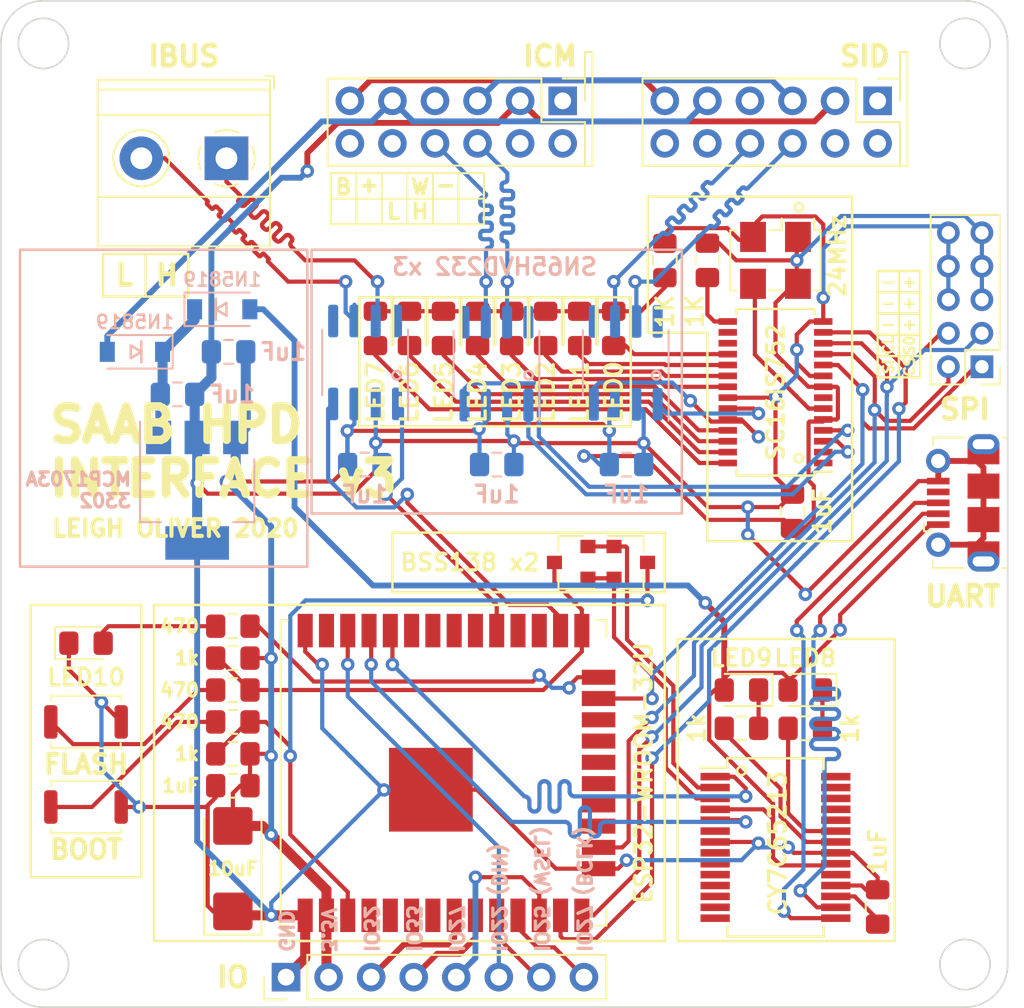
<source format=kicad_pcb>
(kicad_pcb (version 20171130) (host pcbnew 5.1.5+dfsg1-2build2)
  (layers (0 F.Cu signal) (31 B.Cu signal) (34 B.Paste user) (35 F.Paste user) (36 B.SilkS user) (37 F.SilkS user) (38 B.Mask user) (39 F.Mask user) (44 Edge.Cuts user))
  (net 0 "")
  (net 1 GND)
  (net 2 VDD_3.3V)
  (net 3 VIN)
  (net 4 "Net-(C4-Pad1)")
  (net 5 VBUS)
  (net 6 "Net-(D1-Pad2)")
  (net 7 "Net-(D1-Pad1)")
  (net 8 "Net-(D2-Pad2)")
  (net 9 "Net-(D3-Pad2)")
  (net 10 "Net-(D4-Pad2)")
  (net 11 "Net-(D5-Pad2)")
  (net 12 "Net-(D6-Pad2)")
  (net 13 "Net-(D7-Pad2)")
  (net 14 "Net-(D8-Pad2)")
  (net 15 "Net-(D9-Pad2)")
  (net 16 "Net-(D11-Pad2)")
  (net 17 "Net-(D12-Pad1)")
  (net 18 "Net-(D13-Pad1)")
  (net 19 CAN_H)
  (net 20 CAN_L)
  (net 21 "Net-(ICM1-Pad6)")
  (net 22 CAN_A_H)
  (net 23 CAN_A_L)
  (net 24 "Net-(ICM1-Pad3)")
  (net 25 RXA)
  (net 26 TXA)
  (net 27 MISO)
  (net 28 MOSI)
  (net 29 CLK)
  (net 30 CS)
  (net 31 USB_DP)
  (net 32 USB_DM)
  (net 33 RXB)
  (net 34 TXB)
  (net 35 RX_ESP32_CAN)
  (net 36 TX_ESP32_CAN)
  (net 37 RX_ESP32)
  (net 38 TX_ESP32)
  (net 39 RTS)
  (net 40 DTR)
  (net 41 IO0)
  (net 42 EN)
  (net 43 IRQ)
  (net 44 "Net-(R2-Pad2)")
  (net 45 "Net-(R3-Pad2)")
  (net 46 "Net-(R6-Pad2)")
  (net 47 "Net-(R7-Pad1)")
  (net 48 "Net-(R8-Pad1)")
  (net 49 CAN_B_L)
  (net 50 CAN_B_H)
  (net 51 XTAL1)
  (net 52 "Net-(J3-Pad5)")
  (net 53 "Net-(J3-Pad4)")
  (net 54 "Net-(J3-Pad3)")
  (net 55 I2S_DIN)
  (net 56 I2S_WSEL)
  (net 57 I2S_BCLK)
  (module Capacitor_SMD:C_0805_2012Metric_Pad1.15x1.40mm_HandSolder (layer B.Cu) (at 134.493 90.932)
    (fp_text reference C8 hide)
    (fp_text value 1uF (at 0 1.778 180) (layer B.SilkS) (effects (font (thickness 0.2)) (justify mirror)))
    (pad 2 smd roundrect (at 1.025 0) (size 1.15 1.4) (layers B.Cu B.Paste B.Mask) (roundrect_rratio 0.217) (net 1 GND))
    (pad 1 smd roundrect (at -1.025 0) (size 1.15 1.4) (layers B.Cu B.Paste B.Mask) (roundrect_rratio 0.217) (net 2 VDD_3.3V))
  )
  (module sid-board:SAAB_SID_CONNECTOR_HEADER (layer F.Cu) (at 139.954 70.358)
    (fp_text reference ICM1 hide)
    (fp_text value ICM_CONN)
    (fp_text user L (at -3.7465 5.461) (layer F.SilkS) (effects (font (size 0.9 0.9) (thickness 0.225))))
    (fp_text user H (at -2.159 5.461) (layer F.SilkS) (effects (font (size 0.9 0.9) (thickness 0.225))))
    (fp_text user - (at -0.635 3.8735) (layer F.SilkS) (effects (font (size 0.9 0.9) (thickness 0.225))))
    (fp_text user W (at -2.159 4.0005) (layer F.SilkS) (effects (font (size 0.9 0.9) (thickness 0.225))))
    (fp_text user + (at -5.207 3.8735) (layer F.SilkS) (effects (font (size 0.9 0.9) (thickness 0.225))))
    (fp_text user B (at -6.731 4.0005) (layer F.SilkS) (effects (font (size 0.9 0.9) (thickness 0.225))))
    (pad 7 thru_hole oval (at -6.35 1.397 270) (size 1.7 1.7) (drill 1) (layers *.Cu *.Mask))
    (pad 6 thru_hole oval (at -6.35 -1.143 270) (size 1.7 1.7) (drill 1) (layers *.Cu *.Mask) (net 21 "Net-(ICM1-Pad6)"))
    (pad 8 thru_hole oval (at -3.81 1.397 270) (size 1.7 1.7) (drill 1) (layers *.Cu *.Mask))
    (pad 5 thru_hole oval (at -3.81 -1.143 270) (size 1.7 1.7) (drill 1) (layers *.Cu *.Mask) (net 16 "Net-(D11-Pad2)"))
    (pad 9 thru_hole oval (at -1.27 1.397 270) (size 1.7 1.7) (drill 1) (layers *.Cu *.Mask) (net 23 CAN_A_L))
    (pad 4 thru_hole oval (at -1.27 -1.143 270) (size 1.7 1.7) (drill 1) (layers *.Cu *.Mask))
    (pad 10 thru_hole oval (at 1.27 1.397 270) (size 1.7 1.7) (drill 1) (layers *.Cu *.Mask) (net 22 CAN_A_H))
    (pad 3 thru_hole oval (at 1.27 -1.143 270) (size 1.7 1.7) (drill 1) (layers *.Cu *.Mask) (net 24 "Net-(ICM1-Pad3)"))
    (pad 11 thru_hole oval (at 3.81 1.397 270) (size 1.7 1.7) (drill 1) (layers *.Cu *.Mask))
    (pad 2 thru_hole oval (at 3.81 -1.143 270) (size 1.7 1.7) (drill 1) (layers *.Cu *.Mask) (net 1 GND))
    (pad 12 thru_hole oval (at 6.35 1.397 270) (size 1.7 1.7) (drill 1) (layers *.Cu *.Mask))
    (pad 1 thru_hole rect (at 6.35 -1.143 270) (size 1.7 1.7) (drill 1) (layers *.Cu *.Mask))
  )
  (module Connector_PinHeader_2.00mm:PinHeader_2x05_P2.00mm_Vertical (layer F.Cu) (at 171.323 85.09 180)
    (fp_text reference J1 hide)
    (fp_text value SPI (at 1.016 -2.54 180) (layer F.SilkS) (effects (font (size 1.2 1.2) (thickness 0.3))))
    (pad 10 thru_hole oval (at 2 8 180) (size 1.35 1.35) (drill 0.8) (layers *.Cu *.Mask) (net 1 GND))
    (pad 9 thru_hole oval (at 0 8 180) (size 1.35 1.35) (drill 0.8) (layers *.Cu *.Mask) (net 2 VDD_3.3V))
    (pad 8 thru_hole oval (at 2 6 180) (size 1.35 1.35) (drill 0.8) (layers *.Cu *.Mask) (net 1 GND))
    (pad 7 thru_hole oval (at 0 6 180) (size 1.35 1.35) (drill 0.8) (layers *.Cu *.Mask) (net 2 VDD_3.3V))
    (pad 6 thru_hole oval (at 2 4 180) (size 1.35 1.35) (drill 0.8) (layers *.Cu *.Mask) (net 1 GND))
    (pad 5 thru_hole oval (at 0 4 180) (size 1.35 1.35) (drill 0.8) (layers *.Cu *.Mask) (net 2 VDD_3.3V))
    (pad 4 thru_hole oval (at 2 2 180) (size 1.35 1.35) (drill 0.8) (layers *.Cu *.Mask) (net 29 CLK))
    (pad 3 thru_hole oval (at 0 2 180) (size 1.35 1.35) (drill 0.8) (layers *.Cu *.Mask) (net 27 MISO))
    (pad 2 thru_hole oval (at 2 0 180) (size 1.35 1.35) (drill 0.8) (layers *.Cu *.Mask) (net 28 MOSI))
    (pad 1 thru_hole rect (at 0 0 180) (size 1.35 1.35) (drill 0.8) (layers *.Cu *.Mask) (net 30 CS))
  )
  (module sid-board:SAAB_SID_CONNECTOR_HEADER (layer F.Cu) (at 158.75 70.358)
    (fp_text reference SID1 hide)
    (fp_text value SID_CONN hide)
    (pad 7 thru_hole oval (at -6.35 1.397 270) (size 1.7 1.7) (drill 1) (layers *.Cu *.Mask))
    (pad 6 thru_hole oval (at -6.35 -1.143 270) (size 1.7 1.7) (drill 1) (layers *.Cu *.Mask) (net 21 "Net-(ICM1-Pad6)"))
    (pad 8 thru_hole oval (at -3.81 1.397 270) (size 1.7 1.7) (drill 1) (layers *.Cu *.Mask))
    (pad 5 thru_hole oval (at -3.81 -1.143 270) (size 1.7 1.7) (drill 1) (layers *.Cu *.Mask) (net 16 "Net-(D11-Pad2)"))
    (pad 9 thru_hole oval (at -1.27 1.397 270) (size 1.7 1.7) (drill 1) (layers *.Cu *.Mask) (net 49 CAN_B_L))
    (pad 4 thru_hole oval (at -1.27 -1.143 270) (size 1.7 1.7) (drill 1) (layers *.Cu *.Mask))
    (pad 10 thru_hole oval (at 1.27 1.397 270) (size 1.7 1.7) (drill 1) (layers *.Cu *.Mask) (net 50 CAN_B_H))
    (pad 3 thru_hole oval (at 1.27 -1.143 270) (size 1.7 1.7) (drill 1) (layers *.Cu *.Mask) (net 24 "Net-(ICM1-Pad3)"))
    (pad 11 thru_hole oval (at 3.81 1.397 270) (size 1.7 1.7) (drill 1) (layers *.Cu *.Mask))
    (pad 2 thru_hole oval (at 3.81 -1.143 270) (size 1.7 1.7) (drill 1) (layers *.Cu *.Mask) (net 1 GND))
    (pad 12 thru_hole oval (at 6.35 1.397 270) (size 1.7 1.7) (drill 1) (layers *.Cu *.Mask))
    (pad 1 thru_hole rect (at 6.35 -1.143 270) (size 1.7 1.7) (drill 1) (layers *.Cu *.Mask))
  )
  (module Resistor_SMD:R_0805_2012Metric_Pad1.15x1.40mm_HandSolder (layer F.Cu) (at 126.619 104.394 180)
    (fp_text reference R3 hide)
    (fp_text value 470 (at 1.905 0) (layer F.SilkS) (effects (font (size 0.8 0.8) (thickness 0.2)) (justify right)))
    (pad 2 smd roundrect (at 1.025 0 180) (size 1.15 1.4) (layers F.Cu F.Paste F.Mask) (roundrect_rratio 0.217391) (net 45 "Net-(R3-Pad2)"))
    (pad 1 smd roundrect (at -1.025 0 180) (size 1.15 1.4) (layers F.Cu F.Paste F.Mask) (roundrect_rratio 0.217391) (net 41 IO0))
  )
  (module Resistor_SMD:R_0805_2012Metric_Pad1.15x1.40mm_HandSolder (layer F.Cu) (at 154.94 78.74 90)
    (fp_text reference R1 hide)
    (fp_text value 1K (at -3.048 -0.762 90) (layer F.SilkS) (effects (font (thickness 0.2))))
    (pad 1 smd roundrect (at -1.025 0 90) (size 1.15 1.4) (layers F.Cu F.Paste F.Mask) (roundrect_rratio 0.217391) (net 43 IRQ))
    (pad 2 smd roundrect (at 1.025 0 90) (size 1.15 1.4) (layers F.Cu F.Paste F.Mask) (roundrect_rratio 0.217391) (net 2 VDD_3.3V))
  )
  (module Resistor_SMD:R_0805_2012Metric_Pad1.15x1.40mm_HandSolder (layer F.Cu) (at 126.619 100.584)
    (fp_text reference R6 hide)
    (fp_text value 470 (at -1.905 0) (layer F.SilkS) (effects (font (size 0.8 0.8) (thickness 0.2)) (justify right)))
    (pad 2 smd roundrect (at 1.025 0) (size 1.15 1.4) (layers F.Cu F.Paste F.Mask) (roundrect_rratio 0.217391) (net 46 "Net-(R6-Pad2)"))
    (pad 1 smd roundrect (at -1.025 0) (size 1.15 1.4) (layers F.Cu F.Paste F.Mask) (roundrect_rratio 0.217391) (net 15 "Net-(D9-Pad2)"))
  )
  (module Diode_SMD:D_SOD-123 (layer B.Cu) (at 125.984 81.661)
    (fp_text reference D10 hide)
    (fp_text value 1N5819 (at 0 -1.778 180) (layer B.SilkS) (effects (font (size 0.8 0.8)) (justify mirror)))
    (pad 2 smd rect (at 1.65 0) (size 0.9 1.2) (layers B.Cu B.Paste B.Mask) (net 5 VBUS))
    (pad 1 smd rect (at -1.65 0) (size 0.9 1.2) (layers B.Cu B.Paste B.Mask) (net 3 VIN))
  )
  (module LED_SMD:LED_0805_2012Metric_Pad1.15x1.40mm_HandSolder (layer F.Cu) (at 149.352 82.804 270)
    (fp_text reference D8 hide)
    (fp_text value LED0 (at 3.81 0 90) (layer F.SilkS) (effects (font (thickness 0.2))))
    (pad 2 smd roundrect (at 1.025 0 270) (size 1.15 1.4) (layers F.Cu F.Paste F.Mask) (roundrect_rratio 0.217391) (net 14 "Net-(D8-Pad2)"))
    (pad 1 smd roundrect (at -1.025 0 270) (size 1.15 1.4) (layers F.Cu F.Paste F.Mask) (roundrect_rratio 0.217391) (net 7 "Net-(D1-Pad1)"))
  )
  (module LED_SMD:LED_0805_2012Metric_Pad1.15x1.40mm_HandSolder (layer F.Cu) (at 117.856 101.6)
    (fp_text reference D9 hide)
    (fp_text value LED10 (at 0 2.032) (layer F.SilkS) (effects (font (thickness 0.2))))
    (pad 1 smd roundrect (at -1.025 0) (size 1.15 1.4) (layers F.Cu F.Paste F.Mask) (roundrect_rratio 0.217391) (net 1 GND))
    (pad 2 smd roundrect (at 1.025 0) (size 1.15 1.4) (layers F.Cu F.Paste F.Mask) (roundrect_rratio 0.217391) (net 15 "Net-(D9-Pad2)"))
  )
  (module LED_SMD:LED_0805_2012Metric_Pad1.15x1.40mm_HandSolder (layer F.Cu) (at 135.128 82.804 270)
    (fp_text reference D1 hide)
    (fp_text value LED7 (at 3.81 0 90) (layer F.SilkS) (effects (font (thickness 0.2))))
    (pad 2 smd roundrect (at 1.025 0 270) (size 1.15 1.4) (layers F.Cu F.Paste F.Mask) (roundrect_rratio 0.217391) (net 6 "Net-(D1-Pad2)"))
    (pad 1 smd roundrect (at -1.025 0 270) (size 1.15 1.4) (layers F.Cu F.Paste F.Mask) (roundrect_rratio 0.217391) (net 7 "Net-(D1-Pad1)"))
  )
  (module Package_SO:SOIC-8_3.9x4.9mm_P1.27mm (layer B.Cu) (at 150.06642 84.861825 90)
    (fp_text reference U4 hide)
    (fp_text value SN65HVD232 hide)
    (pad 1 smd roundrect (at -2.475 1.905 90) (size 1.95 0.6) (layers B.Cu B.Paste B.Mask) (net 34 TXB))
    (pad 2 smd roundrect (at -2.475 0.635 90) (size 1.95 0.6) (layers B.Cu B.Paste B.Mask) (net 1 GND))
    (pad 3 smd roundrect (at -2.475 -0.635 90) (size 1.95 0.6) (layers B.Cu B.Paste B.Mask) (net 2 VDD_3.3V))
    (pad 4 smd roundrect (at -2.475 -1.905 90) (size 1.95 0.6) (layers B.Cu B.Paste B.Mask) (net 33 RXB))
    (pad 5 smd roundrect (at 2.475 -1.905 90) (size 1.95 0.6) (layers B.Cu B.Paste B.Mask))
    (pad 6 smd roundrect (at 2.475 -0.635 90) (size 1.95 0.6) (layers B.Cu B.Paste B.Mask) (net 49 CAN_B_L))
    (pad 7 smd roundrect (at 2.475 0.635 90) (size 1.95 0.6) (layers B.Cu B.Paste B.Mask) (net 50 CAN_B_H))
    (pad 8 smd roundrect (at 2.475 1.905 90) (size 1.95 0.6) (layers B.Cu B.Paste B.Mask))
  )
  (module Connector_USB:USB_Micro-B_Molex-105017-0001 (layer F.Cu) (at 170.18 93.218 90)
    (fp_text reference J2 hide)
    (fp_text value UART (at -5.588 0 180) (layer F.SilkS) (effects (font (size 1.2 1.2) (thickness 0.3))))
    (pad 6 smd rect (at -2.9 1.2375 90) (size 1.2 1.9) (layers F.Cu F.Mask) (net 1 GND))
    (pad 6 smd rect (at 2.9 1.2375 90) (size 1.2 1.9) (layers F.Cu F.Mask) (net 1 GND))
    (pad 6 thru_hole oval (at 3.5 1.2375 90) (size 1.2 1.9) (drill oval 0.6 1.3) (layers *.Cu *.Mask) (net 1 GND))
    (pad 6 thru_hole oval (at -3.5 1.2375 270) (size 1.2 1.9) (drill oval 0.6 1.3) (layers *.Cu *.Mask) (net 1 GND))
    (pad 6 smd rect (at -1 1.2375 90) (size 1.5 1.9) (layers F.Cu F.Paste F.Mask) (net 1 GND))
    (pad 6 thru_hole circle (at 2.5 -1.4625 90) (size 1.45 1.45) (drill 0.85) (layers *.Cu *.Mask) (net 1 GND))
    (pad 3 smd rect (at 0 -1.4625 90) (size 0.4 1.35) (layers F.Cu F.Paste F.Mask) (net 31 USB_DP))
    (pad 4 smd rect (at 0.65 -1.4625 90) (size 0.4 1.35) (layers F.Cu F.Paste F.Mask))
    (pad 5 smd rect (at 1.3 -1.4625 90) (size 0.4 1.35) (layers F.Cu F.Paste F.Mask) (net 1 GND))
    (pad 1 smd rect (at -1.3 -1.4625 90) (size 0.4 1.35) (layers F.Cu F.Paste F.Mask) (net 5 VBUS))
    (pad 2 smd rect (at -0.65 -1.4625 90) (size 0.4 1.35) (layers F.Cu F.Paste F.Mask) (net 32 USB_DM))
    (pad 6 thru_hole circle (at -2.5 -1.4625 90) (size 1.45 1.45) (drill 0.85) (layers *.Cu *.Mask) (net 1 GND))
    (pad 6 smd rect (at 1 1.2375 90) (size 1.5 1.9) (layers F.Cu F.Paste F.Mask) (net 1 GND))
  )
  (module LED_SMD:LED_0805_2012Metric_Pad1.15x1.40mm_HandSolder (layer F.Cu) (at 137.16 82.804 270)
    (fp_text reference D2 hide)
    (fp_text value LED6 (at 3.81 0 90) (layer F.SilkS) (effects (font (thickness 0.2))))
    (pad 1 smd roundrect (at -1.025 0 270) (size 1.15 1.4) (layers F.Cu F.Paste F.Mask) (roundrect_rratio 0.217391) (net 7 "Net-(D1-Pad1)"))
    (pad 2 smd roundrect (at 1.025 0 270) (size 1.15 1.4) (layers F.Cu F.Paste F.Mask) (roundrect_rratio 0.217391) (net 8 "Net-(D2-Pad2)"))
  )
  (module TerminalBlock_Phoenix:TerminalBlock_Phoenix_MKDS-1,5-2-5.08_1x02_P5.08mm_Horizontal (layer F.Cu) (at 126.238 72.644 180)
    (fp_text reference I-BUS1 hide)
    (fp_text value Screw_Terminal_01x02 hide)
    (pad 2 thru_hole circle (at 5.08 0 180) (size 2.6 2.6) (drill 1.3) (layers *.Cu *.Mask) (net 20 CAN_L))
    (pad 1 thru_hole rect (at 0 0 180) (size 2.6 2.6) (drill 1.3) (layers *.Cu *.Mask) (net 19 CAN_H))
  )
  (module Package_TO_SOT_SMD:SOT-23 (layer F.Cu) (at 150.368 96.774)
    (fp_text reference BSS138 hide)
    (fp_text value "BSS138 x2" (at -5.334 0 180) (layer F.SilkS) (effects (font (thickness 0.2)) (justify right)))
    (pad 3 smd rect (at 1 0) (size 0.9 0.8) (layers F.Cu F.Paste F.Mask) (net 42 EN))
    (pad 2 smd rect (at -1 0.95) (size 0.9 0.8) (layers F.Cu F.Paste F.Mask) (net 39 RTS))
    (pad 1 smd rect (at -1 -0.95) (size 0.9 0.8) (layers F.Cu F.Paste F.Mask) (net 40 DTR))
  )
  (module Package_TO_SOT_SMD:SOT-23 (layer F.Cu) (at 146.812 96.774 180)
    (fp_text reference Q1 hide)
    (fp_text value BSS138 hide)
    (pad 1 smd rect (at -1 -0.95 180) (size 0.9 0.8) (layers F.Cu F.Paste F.Mask) (net 39 RTS))
    (pad 2 smd rect (at -1 0.95 180) (size 0.9 0.8) (layers F.Cu F.Paste F.Mask) (net 40 DTR))
    (pad 3 smd rect (at 1 0 180) (size 0.9 0.8) (layers F.Cu F.Paste F.Mask) (net 41 IO0))
  )
  (module Resistor_SMD:R_0805_2012Metric_Pad1.15x1.40mm_HandSolder (layer F.Cu) (at 126.619 108.204 180)
    (fp_text reference R4 hide)
    (fp_text value 1k (at 1.905 0) (layer F.SilkS) (effects (font (size 0.8 0.8) (thickness 0.2)) (justify right)))
    (pad 1 smd roundrect (at -1.025 0 180) (size 1.15 1.4) (layers F.Cu F.Paste F.Mask) (roundrect_rratio 0.217391) (net 2 VDD_3.3V))
    (pad 2 smd roundrect (at 1.025 0 180) (size 1.15 1.4) (layers F.Cu F.Paste F.Mask) (roundrect_rratio 0.217391) (net 42 EN))
  )
  (module LED_SMD:LED_0805_2012Metric_Pad1.15x1.40mm_HandSolder (layer F.Cu) (at 156.972 104.394 180)
    (fp_text reference D12 hide)
    (fp_text value LED9 (at 0 1.904 180) (layer F.SilkS) (effects (font (thickness 0.2))))
    (pad 2 smd roundrect (at 1.025 0 180) (size 1.15 1.4) (layers F.Cu F.Paste F.Mask) (roundrect_rratio 0.217391) (net 5 VBUS))
    (pad 1 smd roundrect (at -1.025 0 180) (size 1.15 1.4) (layers F.Cu F.Paste F.Mask) (roundrect_rratio 0.217391) (net 17 "Net-(D12-Pad1)"))
  )
  (module Resistor_SMD:R_0805_2012Metric_Pad1.15x1.40mm_HandSolder (layer F.Cu) (at 156.972 106.68)
    (fp_text reference R7 hide)
    (fp_text value 1k (at -2.667 0 90) (layer F.SilkS) (effects (font (thickness 0.2))))
    (pad 1 smd roundrect (at -1.025 0) (size 1.15 1.4) (layers F.Cu F.Paste F.Mask) (roundrect_rratio 0.217391) (net 47 "Net-(R7-Pad1)"))
    (pad 2 smd roundrect (at 1.025 0) (size 1.15 1.4) (layers F.Cu F.Paste F.Mask) (roundrect_rratio 0.217391) (net 17 "Net-(D12-Pad1)"))
  )
  (module Resistor_SMD:R_0805_2012Metric_Pad1.15x1.40mm_HandSolder (layer F.Cu) (at 126.619 102.489 180)
    (fp_text reference R5 hide)
    (fp_text value 1k (at 1.905 0) (layer F.SilkS) (effects (font (size 0.8 0.8) (thickness 0.2)) (justify right)))
    (pad 1 smd roundrect (at -1.025 0 180) (size 1.15 1.4) (layers F.Cu F.Paste F.Mask) (roundrect_rratio 0.217391) (net 2 VDD_3.3V))
    (pad 2 smd roundrect (at 1.025 0 180) (size 1.15 1.4) (layers F.Cu F.Paste F.Mask) (roundrect_rratio 0.217391) (net 41 IO0))
  )
  (module Package_TO_SOT_SMD:SOT-223-3_TabPin2 (layer B.Cu) (at 124.489 92.463252 270)
    (fp_text reference U2 hide)
    (fp_text value MCP1703A3302 hide)
    (pad 1 smd rect (at -3.15 2.3 270) (size 2 1.5) (layers B.Cu B.Paste B.Mask) (net 3 VIN))
    (pad 3 smd rect (at -3.15 -2.3 270) (size 2 1.5) (layers B.Cu B.Paste B.Mask) (net 2 VDD_3.3V))
    (pad 2 smd rect (at -3.15 0 270) (size 2 1.5) (layers B.Cu B.Paste B.Mask) (net 1 GND))
    (pad 2 smd rect (at 3.15 0 270) (size 2 3.8) (layers B.Cu B.Paste B.Mask) (net 1 GND))
  )
  (module RF_Module:ESP32-WROOM-32U (layer F.Cu) (at 139.192 109.347 90)
    (fp_text reference U6 hide)
    (fp_text value ESP32-WROOM-32U (at 0 11.938 90) (layer F.SilkS) (effects (font (thickness 0.2))))
    (pad 38 smd rect (at 8.5 -8.255 90) (size 2 0.9) (layers F.Cu F.Paste F.Mask) (net 1 GND))
    (pad 37 smd rect (at 8.5 -6.985 90) (size 2 0.9) (layers F.Cu F.Paste F.Mask))
    (pad 36 smd rect (at 8.5 -5.715 90) (size 2 0.9) (layers F.Cu F.Paste F.Mask) (net 55 I2S_DIN))
    (pad 35 smd rect (at 8.5 -4.445 90) (size 2 0.9) (layers F.Cu F.Paste F.Mask) (net 38 TX_ESP32))
    (pad 34 smd rect (at 8.5 -3.175 90) (size 2 0.9) (layers F.Cu F.Paste F.Mask) (net 37 RX_ESP32))
    (pad 33 smd rect (at 8.5 -1.905 90) (size 2 0.9) (layers F.Cu F.Paste F.Mask))
    (pad 32 smd rect (at 8.5 -0.635 90) (size 2 0.9) (layers F.Cu F.Paste F.Mask))
    (pad 31 smd rect (at 8.5 0.635 90) (size 2 0.9) (layers F.Cu F.Paste F.Mask))
    (pad 30 smd rect (at 8.5 1.905 90) (size 2 0.9) (layers F.Cu F.Paste F.Mask))
    (pad 29 smd rect (at 8.5 3.175 90) (size 2 0.9) (layers F.Cu F.Paste F.Mask) (net 36 TX_ESP32_CAN))
    (pad 28 smd rect (at 8.5 4.445 90) (size 2 0.9) (layers F.Cu F.Paste F.Mask))
    (pad 27 smd rect (at 8.5 5.715 90) (size 2 0.9) (layers F.Cu F.Paste F.Mask))
    (pad 26 smd rect (at 8.5 6.985 90) (size 2 0.9) (layers F.Cu F.Paste F.Mask) (net 35 RX_ESP32_CAN))
    (pad 25 smd rect (at 8.5 8.255 90) (size 2 0.9) (layers F.Cu F.Paste F.Mask) (net 41 IO0))
    (pad 24 smd rect (at 5.715 9.255 180) (size 2 0.9) (layers F.Cu F.Paste F.Mask) (net 46 "Net-(R6-Pad2)"))
    (pad 23 smd rect (at 4.445 9.255 180) (size 2 0.9) (layers F.Cu F.Paste F.Mask) (net 30 CS))
    (pad 22 smd rect (at 3.175 9.255 180) (size 2 0.9) (layers F.Cu F.Paste F.Mask))
    (pad 21 smd rect (at 1.905 9.255 180) (size 2 0.9) (layers F.Cu F.Paste F.Mask))
    (pad 20 smd rect (at 0.635 9.255 180) (size 2 0.9) (layers F.Cu F.Paste F.Mask))
    (pad 19 smd rect (at -0.635 9.255 180) (size 2 0.9) (layers F.Cu F.Paste F.Mask))
    (pad 18 smd rect (at -1.905 9.255 180) (size 2 0.9) (layers F.Cu F.Paste F.Mask))
    (pad 17 smd rect (at -3.175 9.255 180) (size 2 0.9) (layers F.Cu F.Paste F.Mask))
    (pad 16 smd rect (at -4.445 9.255 180) (size 2 0.9) (layers F.Cu F.Paste F.Mask) (net 28 MOSI))
    (pad 15 smd rect (at -5.715 9.255) (size 2 0.9) (layers F.Cu F.Paste F.Mask) (net 1 GND))
    (pad 14 smd rect (at -8.5 8.255 90) (size 2 0.9) (layers F.Cu F.Paste F.Mask) (net 27 MISO))
    (pad 13 smd rect (at -8.5 6.985 90) (size 2 0.9) (layers F.Cu F.Paste F.Mask) (net 29 CLK))
    (pad 12 smd rect (at -8.5 5.715 90) (size 2 0.9) (layers F.Cu F.Paste F.Mask) (net 52 "Net-(J3-Pad5)"))
    (pad 11 smd rect (at -8.5 4.445 90) (size 2 0.9) (layers F.Cu F.Paste F.Mask) (net 57 I2S_BCLK))
    (pad 10 smd rect (at -8.5 3.175 90) (size 2 0.9) (layers F.Cu F.Paste F.Mask) (net 56 I2S_WSEL))
    (pad 9 smd rect (at -8.5 1.905 90) (size 2 0.9) (layers F.Cu F.Paste F.Mask) (net 53 "Net-(J3-Pad4)"))
    (pad 8 smd rect (at -8.5 0.635 90) (size 2 0.9) (layers F.Cu F.Paste F.Mask) (net 54 "Net-(J3-Pad3)"))
    (pad 7 smd rect (at -8.5 -0.635 90) (size 2 0.9) (layers F.Cu F.Paste F.Mask))
    (pad 6 smd rect (at -8.5 -1.905 90) (size 2 0.9) (layers F.Cu F.Paste F.Mask))
    (pad 5 smd rect (at -8.5 -3.175 90) (size 2 0.9) (layers F.Cu F.Paste F.Mask))
    (pad 4 smd rect (at -8.5 -4.445 90) (size 2 0.9) (layers F.Cu F.Paste F.Mask))
    (pad 3 smd rect (at -8.5 -5.715 90) (size 2 0.9) (layers F.Cu F.Paste F.Mask) (net 42 EN))
    (pad 2 smd rect (at -8.5 -6.985 90) (size 2 0.9) (layers F.Cu F.Paste F.Mask) (net 2 VDD_3.3V))
    (pad 1 smd rect (at -8.5 -8.255 90) (size 2 0.9) (layers F.Cu F.Paste F.Mask) (net 1 GND))
    (pad 39 smd rect (at -1 -0.755 90) (size 5 5) (layers F.Cu F.Paste F.Mask) (net 1 GND))
  )
  (module Capacitor_SMD:C_0805_2012Metric_Pad1.15x1.40mm_HandSolder (layer B.Cu) (at 142.367 90.932)
    (fp_text reference C8 hide)
    (fp_text value 1uF (at 0 1.778 180) (layer B.SilkS) (effects (font (thickness 0.2)) (justify mirror)))
    (pad 1 smd roundrect (at -1.025 0) (size 1.15 1.4) (layers B.Cu B.Paste B.Mask) (roundrect_rratio 0.217391) (net 2 VDD_3.3V))
    (pad 2 smd roundrect (at 1.025 0) (size 1.15 1.4) (layers B.Cu B.Paste B.Mask) (roundrect_rratio 0.217391) (net 1 GND))
  )
  (module LED_SMD:LED_0805_2012Metric_Pad1.15x1.40mm_HandSolder (layer F.Cu) (at 160.782 104.394 180)
    (fp_text reference D13 hide)
    (fp_text value LED8 (at 0 1.904 180) (layer F.SilkS) (effects (font (thickness 0.2))))
    (pad 1 smd roundrect (at -1.025 0 180) (size 1.15 1.4) (layers F.Cu F.Paste F.Mask) (roundrect_rratio 0.217391) (net 18 "Net-(D13-Pad1)"))
    (pad 2 smd roundrect (at 1.025 0 180) (size 1.15 1.4) (layers F.Cu F.Paste F.Mask) (roundrect_rratio 0.217391) (net 5 VBUS))
  )
  (module Capacitor_SMD:C_0805_2012Metric_Pad1.15x1.40mm_HandSolder (layer F.Cu) (at 160.02 93.726 90)
    (fp_text reference C1 hide)
    (fp_text value 1uF (at 0 1.778 90) (layer F.SilkS) (effects (font (thickness 0.2))))
    (pad 2 smd roundrect (at 1.025 0 90) (size 1.15 1.4) (layers F.Cu F.Paste F.Mask) (roundrect_rratio 0.217391) (net 1 GND))
    (pad 1 smd roundrect (at -1.025 0 90) (size 1.15 1.4) (layers F.Cu F.Paste F.Mask) (roundrect_rratio 0.217391) (net 2 VDD_3.3V))
  )
  (module Capacitor_SMD:C_0805_2012Metric_Pad1.15x1.40mm_HandSolder (layer B.Cu) (at 150.114 90.932)
    (fp_text reference C9 hide)
    (fp_text value 1uF (at 0 1.778 180) (layer B.SilkS) (effects (font (thickness 0.2)) (justify mirror)))
    (pad 2 smd roundrect (at 1.025 0) (size 1.15 1.4) (layers B.Cu B.Paste B.Mask) (roundrect_rratio 0.217391) (net 1 GND))
    (pad 1 smd roundrect (at -1.025 0) (size 1.15 1.4) (layers B.Cu B.Paste B.Mask) (roundrect_rratio 0.217391) (net 2 VDD_3.3V))
  )
  (module Package_SO:SOIC-8_3.9x4.9mm_P1.27mm (layer B.Cu) (at 142.351877 84.907159 90)
    (fp_text reference U3 hide)
    (fp_text value "SN65HVD232 x3" (at 5.786159 -0.111877 180) (layer B.SilkS) (effects (font (thickness 0.2)) (justify mirror)))
    (pad 8 smd roundrect (at 2.475 1.905 90) (size 1.95 0.6) (layers B.Cu B.Paste B.Mask))
    (pad 7 smd roundrect (at 2.475 0.635 90) (size 1.95 0.6) (layers B.Cu B.Paste B.Mask) (net 22 CAN_A_H))
    (pad 6 smd roundrect (at 2.475 -0.635 90) (size 1.95 0.6) (layers B.Cu B.Paste B.Mask) (net 23 CAN_A_L))
    (pad 5 smd roundrect (at 2.475 -1.905 90) (size 1.95 0.6) (layers B.Cu B.Paste B.Mask))
    (pad 4 smd roundrect (at -2.475 -1.905 90) (size 1.95 0.6) (layers B.Cu B.Paste B.Mask) (net 25 RXA))
    (pad 3 smd roundrect (at -2.475 -0.635 90) (size 1.95 0.6) (layers B.Cu B.Paste B.Mask) (net 2 VDD_3.3V))
    (pad 2 smd roundrect (at -2.475 0.635 90) (size 1.95 0.6) (layers B.Cu B.Paste B.Mask) (net 1 GND))
    (pad 1 smd roundrect (at -2.475 1.905 90) (size 1.95 0.6) (layers B.Cu B.Paste B.Mask) (net 26 TXA))
  )
  (module Capacitor_SMD:C_0805_2012Metric_Pad1.15x1.40mm_HandSolder (layer F.Cu) (at 165.1 117.348 90)
    (fp_text reference C4 hide)
    (fp_text value 1uF (at 3.302 0 90) (layer F.SilkS) (effects (font (thickness 0.2))))
    (pad 1 smd roundrect (at -1.025 0 90) (size 1.15 1.4) (layers F.Cu F.Paste F.Mask) (roundrect_rratio 0.217391) (net 4 "Net-(C4-Pad1)"))
    (pad 2 smd roundrect (at 1.025 0 90) (size 1.15 1.4) (layers F.Cu F.Paste F.Mask) (roundrect_rratio 0.217391) (net 1 GND))
  )
  (module Button_Switch_SMD:SW_Push_SPST_NO_Alps_SKRK (layer F.Cu) (at 117.856 106.299 180)
    (fp_text reference SW2 hide)
    (fp_text value FLASH (at 0 -2.54) (layer F.SilkS) (effects (font (size 1.1 1.1) (thickness 0.275))))
    (pad 1 smd roundrect (at -2.1 0 180) (size 0.8 2) (layers F.Cu F.Paste F.Mask) (net 1 GND))
    (pad 2 smd roundrect (at 2.1 0 180) (size 0.8 2) (layers F.Cu F.Paste F.Mask) (net 45 "Net-(R3-Pad2)"))
  )
  (module Resistor_SMD:R_0805_2012Metric_Pad1.15x1.40mm_HandSolder (layer F.Cu) (at 126.619 106.299 180)
    (fp_text reference R2 hide)
    (fp_text value 470 (at 1.905 0) (layer F.SilkS) (effects (font (size 0.8 0.8) (thickness 0.2)) (justify right)))
    (pad 2 smd roundrect (at 1.025 0 180) (size 1.15 1.4) (layers F.Cu F.Paste F.Mask) (roundrect_rratio 0.217391) (net 44 "Net-(R2-Pad2)"))
    (pad 1 smd roundrect (at -1.025 0 180) (size 1.15 1.4) (layers F.Cu F.Paste F.Mask) (roundrect_rratio 0.217391) (net 42 EN))
  )
  (module Resistor_SMD:R_0805_2012Metric_Pad1.15x1.40mm_HandSolder (layer F.Cu) (at 152.4 78.749 90)
    (fp_text reference R18 hide)
    (fp_text value 1K (at -3.039 0 90) (layer F.SilkS) (effects (font (thickness 0.2))))
    (pad 1 smd roundrect (at -1.025 0 90) (size 1.15 1.4) (layers F.Cu F.Paste F.Mask) (roundrect_rratio 0.217391) (net 7 "Net-(D1-Pad1)"))
    (pad 2 smd roundrect (at 1.025 0 90) (size 1.15 1.4) (layers F.Cu F.Paste F.Mask) (roundrect_rratio 0.217391) (net 1 GND))
  )
  (module Resistor_SMD:R_0805_2012Metric_Pad1.15x1.40mm_HandSolder (layer F.Cu) (at 160.782 106.68)
    (fp_text reference R8 hide)
    (fp_text value 1k (at 2.667 0 270) (layer F.SilkS) (effects (font (thickness 0.2))))
    (pad 2 smd roundrect (at 1.025 0) (size 1.15 1.4) (layers F.Cu F.Paste F.Mask) (roundrect_rratio 0.217391) (net 18 "Net-(D13-Pad1)"))
    (pad 1 smd roundrect (at -1.025 0) (size 1.15 1.4) (layers F.Cu F.Paste F.Mask) (roundrect_rratio 0.217391) (net 48 "Net-(R8-Pad1)"))
  )
  (module Capacitor_SMD:C_0805_2012Metric_Pad1.15x1.40mm_HandSolder (layer F.Cu) (at 126.619 110.109)
    (fp_text reference C6 hide)
    (fp_text value 1uF (at -1.905 0) (layer F.SilkS) (effects (font (size 0.8 0.8) (thickness 0.2)) (justify right)))
    (pad 2 smd roundrect (at 1.025 0) (size 1.15 1.4) (layers F.Cu F.Paste F.Mask) (roundrect_rratio 0.217391) (net 2 VDD_3.3V))
    (pad 1 smd roundrect (at -1.025 0) (size 1.15 1.4) (layers F.Cu F.Paste F.Mask) (roundrect_rratio 0.217391) (net 1 GND))
  )
  (module Diode_SMD:D_SOD-123 (layer B.Cu) (at 120.777 84.201 180)
    (fp_text reference D11 hide)
    (fp_text value 1N5819 (at 0 1.778) (layer B.SilkS) (effects (font (size 0.8 0.8)) (justify mirror)))
    (pad 2 smd rect (at 1.65 0 180) (size 0.9 1.2) (layers B.Cu B.Paste B.Mask) (net 16 "Net-(D11-Pad2)"))
    (pad 1 smd rect (at -1.65 0 180) (size 0.9 1.2) (layers B.Cu B.Paste B.Mask) (net 3 VIN))
  )
  (module Capacitor_SMD:C_0805_2012Metric_Pad1.15x1.40mm_HandSolder (layer B.Cu) (at 123.317 86.741)
    (fp_text reference C2 hide)
    (fp_text value 1uF (at 1.778 0 180) (layer B.SilkS) (effects (font (thickness 0.2)) (justify right mirror)))
    (pad 1 smd roundrect (at -1.025 0) (size 1.15 1.4) (layers B.Cu B.Paste B.Mask) (roundrect_rratio 0.217391) (net 3 VIN))
    (pad 2 smd roundrect (at 1.025 0) (size 1.15 1.4) (layers B.Cu B.Paste B.Mask) (roundrect_rratio 0.217391) (net 1 GND))
  )
  (module Package_SO:SOIC-8_3.9x4.9mm_P1.27mm (layer B.Cu) (at 134.511485 84.836 90)
    (fp_text reference U7 hide)
    (fp_text value SN65HVD232 hide)
    (pad 8 smd roundrect (at 2.475 1.905 90) (size 1.95 0.6) (layers B.Cu B.Paste B.Mask))
    (pad 7 smd roundrect (at 2.475 0.635 90) (size 1.95 0.6) (layers B.Cu B.Paste B.Mask) (net 19 CAN_H))
    (pad 6 smd roundrect (at 2.475 -0.635 90) (size 1.95 0.6) (layers B.Cu B.Paste B.Mask) (net 20 CAN_L))
    (pad 5 smd roundrect (at 2.475 -1.905 90) (size 1.95 0.6) (layers B.Cu B.Paste B.Mask))
    (pad 4 smd roundrect (at -2.475 -1.905 90) (size 1.95 0.6) (layers B.Cu B.Paste B.Mask) (net 35 RX_ESP32_CAN))
    (pad 3 smd roundrect (at -2.475 -0.635 90) (size 1.95 0.6) (layers B.Cu B.Paste B.Mask) (net 2 VDD_3.3V))
    (pad 2 smd roundrect (at -2.475 0.635 90) (size 1.95 0.6) (layers B.Cu B.Paste B.Mask) (net 1 GND))
    (pad 1 smd roundrect (at -2.475 1.905 90) (size 1.95 0.6) (layers B.Cu B.Paste B.Mask) (net 36 TX_ESP32_CAN))
  )
  (module Capacitor_SMD:C_0805_2012Metric_Pad1.15x1.40mm_HandSolder (layer B.Cu) (at 126.365 84.201 180)
    (fp_text reference C5 hide)
    (fp_text value 1uF (at -1.778 0 180) (layer B.SilkS) (effects (font (thickness 0.2)) (justify right mirror)))
    (pad 2 smd roundrect (at 1.025 0 180) (size 1.15 1.4) (layers B.Cu B.Paste B.Mask) (roundrect_rratio 0.217391) (net 1 GND))
    (pad 1 smd roundrect (at -1.025 0 180) (size 1.15 1.4) (layers B.Cu B.Paste B.Mask) (roundrect_rratio 0.217391) (net 2 VDD_3.3V))
  )
  (module Package_SO:TSSOP-28_4.4x9.7mm_P0.65mm (layer F.Cu) (at 159.004 86.614 180)
    (fp_text reference U1 hide)
    (fp_text value SC16IS752 (at 0 0 90) (layer F.SilkS) (effects (font (thickness 0.2))))
    (pad 28 smd rect (at 2.85 -4.225 180) (size 1.1 0.4) (layers F.Cu F.Paste F.Mask) (net 6 "Net-(D1-Pad2)"))
    (pad 27 smd rect (at 2.85 -3.575 180) (size 1.1 0.4) (layers F.Cu F.Paste F.Mask) (net 8 "Net-(D2-Pad2)"))
    (pad 26 smd rect (at 2.85 -2.925 180) (size 1.1 0.4) (layers F.Cu F.Paste F.Mask) (net 9 "Net-(D3-Pad2)"))
    (pad 25 smd rect (at 2.85 -2.275 180) (size 1.1 0.4) (layers F.Cu F.Paste F.Mask) (net 10 "Net-(D4-Pad2)"))
    (pad 24 smd rect (at 2.85 -1.625 180) (size 1.1 0.4) (layers F.Cu F.Paste F.Mask) (net 33 RXB))
    (pad 23 smd rect (at 2.85 -0.975 180) (size 1.1 0.4) (layers F.Cu F.Paste F.Mask) (net 34 TXB))
    (pad 22 smd rect (at 2.85 -0.325 180) (size 1.1 0.4) (layers F.Cu F.Paste F.Mask) (net 1 GND))
    (pad 21 smd rect (at 2.85 0.325 180) (size 1.1 0.4) (layers F.Cu F.Paste F.Mask) (net 11 "Net-(D5-Pad2)"))
    (pad 20 smd rect (at 2.85 0.975 180) (size 1.1 0.4) (layers F.Cu F.Paste F.Mask) (net 12 "Net-(D6-Pad2)"))
    (pad 19 smd rect (at 2.85 1.625 180) (size 1.1 0.4) (layers F.Cu F.Paste F.Mask) (net 13 "Net-(D7-Pad2)"))
    (pad 18 smd rect (at 2.85 2.275 180) (size 1.1 0.4) (layers F.Cu F.Paste F.Mask) (net 14 "Net-(D8-Pad2)"))
    (pad 17 smd rect (at 2.85 2.925 180) (size 1.1 0.4) (layers F.Cu F.Paste F.Mask))
    (pad 16 smd rect (at 2.85 3.575 180) (size 1.1 0.4) (layers F.Cu F.Paste F.Mask))
    (pad 15 smd rect (at 2.85 4.225 180) (size 1.1 0.4) (layers F.Cu F.Paste F.Mask) (net 43 IRQ))
    (pad 14 smd rect (at -2.85 4.225 180) (size 1.1 0.4) (layers F.Cu F.Paste F.Mask) (net 1 GND))
    (pad 13 smd rect (at -2.85 3.575 180) (size 1.1 0.4) (layers F.Cu F.Paste F.Mask) (net 29 CLK))
    (pad 12 smd rect (at -2.85 2.925 180) (size 1.1 0.4) (layers F.Cu F.Paste F.Mask) (net 27 MISO))
    (pad 11 smd rect (at -2.85 2.275 180) (size 1.1 0.4) (layers F.Cu F.Paste F.Mask) (net 28 MOSI))
    (pad 10 smd rect (at -2.85 1.625 180) (size 1.1 0.4) (layers F.Cu F.Paste F.Mask) (net 30 CS))
    (pad 9 smd rect (at -2.85 0.975 180) (size 1.1 0.4) (layers F.Cu F.Paste F.Mask) (net 1 GND))
    (pad 8 smd rect (at -2.85 0.325 180) (size 1.1 0.4) (layers F.Cu F.Paste F.Mask) (net 2 VDD_3.3V))
    (pad 7 smd rect (at -2.85 -0.325 180) (size 1.1 0.4) (layers F.Cu F.Paste F.Mask))
    (pad 6 smd rect (at -2.85 -0.975 180) (size 1.1 0.4) (layers F.Cu F.Paste F.Mask) (net 51 XTAL1))
    (pad 5 smd rect (at -2.85 -1.625 180) (size 1.1 0.4) (layers F.Cu F.Paste F.Mask) (net 2 VDD_3.3V))
    (pad 4 smd rect (at -2.85 -2.275 180) (size 1.1 0.4) (layers F.Cu F.Paste F.Mask) (net 25 RXA))
    (pad 3 smd rect (at -2.85 -2.925 180) (size 1.1 0.4) (layers F.Cu F.Paste F.Mask) (net 26 TXA))
    (pad 2 smd rect (at -2.85 -3.575 180) (size 1.1 0.4) (layers F.Cu F.Paste F.Mask))
    (pad 1 smd rect (at -2.85 -4.225 180) (size 1.1 0.4) (layers F.Cu F.Paste F.Mask))
  )
  (module Capacitor_Tantalum_SMD:CP_EIA-6032-20_AVX-F_Pad2.25x2.35mm_HandSolder (layer F.Cu) (at 126.619 115.062 90)
    (fp_text reference C7 hide)
    (fp_text value 10uF (at 0 0 180) (layer F.SilkS) (effects (font (size 0.8 0.8) (thickness 0.2))))
    (pad 2 smd roundrect (at 2.55 0 90) (size 2.25 2.35) (layers F.Cu F.Paste F.Mask) (roundrect_rratio 0.111111) (net 2 VDD_3.3V))
    (pad 1 smd roundrect (at -2.55 0 90) (size 2.25 2.35) (layers F.Cu F.Paste F.Mask) (roundrect_rratio 0.111111) (net 1 GND))
  )
  (module Button_Switch_SMD:SW_Push_SPST_NO_Alps_SKRK (layer F.Cu) (at 117.856 111.379 180)
    (fp_text reference SW1 hide)
    (fp_text value BOOT (at 0 -2.54) (layer F.SilkS) (effects (font (size 1.1 1.1) (thickness 0.275))))
    (pad 2 smd roundrect (at 2.1 0 180) (size 0.8 2) (layers F.Cu F.Paste F.Mask) (net 44 "Net-(R2-Pad2)"))
    (pad 1 smd roundrect (at -2.1 0 180) (size 0.8 2) (layers F.Cu F.Paste F.Mask) (net 1 GND))
  )
  (module Package_SO:SSOP-28_5.3x10.2mm_P0.65mm (layer F.Cu) (at 159.004 113.792)
    (fp_text reference U5 hide)
    (fp_text value CY7C65213 (at 0.127 -0.254 90) (layer F.SilkS) (effects (font (thickness 0.2))))
    (pad 28 smd rect (at 3.6 -4.225) (size 1.75 0.45) (layers F.Cu F.Paste F.Mask))
    (pad 27 smd rect (at 3.6 -3.575) (size 1.75 0.45) (layers F.Cu F.Paste F.Mask))
    (pad 26 smd rect (at 3.6 -2.925) (size 1.75 0.45) (layers F.Cu F.Paste F.Mask))
    (pad 25 smd rect (at 3.6 -2.275) (size 1.75 0.45) (layers F.Cu F.Paste F.Mask))
    (pad 24 smd rect (at 3.6 -1.625) (size 1.75 0.45) (layers F.Cu F.Paste F.Mask))
    (pad 23 smd rect (at 3.6 -0.975) (size 1.75 0.45) (layers F.Cu F.Paste F.Mask) (net 48 "Net-(R8-Pad1)"))
    (pad 22 smd rect (at 3.6 -0.325) (size 1.75 0.45) (layers F.Cu F.Paste F.Mask) (net 47 "Net-(R7-Pad1)"))
    (pad 21 smd rect (at 3.6 0.325) (size 1.75 0.45) (layers F.Cu F.Paste F.Mask) (net 1 GND))
    (pad 20 smd rect (at 3.6 0.975) (size 1.75 0.45) (layers F.Cu F.Paste F.Mask) (net 5 VBUS))
    (pad 19 smd rect (at 3.6 1.625) (size 1.75 0.45) (layers F.Cu F.Paste F.Mask))
    (pad 18 smd rect (at 3.6 2.275) (size 1.75 0.45) (layers F.Cu F.Paste F.Mask) (net 1 GND))
    (pad 17 smd rect (at 3.6 2.925) (size 1.75 0.45) (layers F.Cu F.Paste F.Mask) (net 4 "Net-(C4-Pad1)"))
    (pad 16 smd rect (at 3.6 3.575) (size 1.75 0.45) (layers F.Cu F.Paste F.Mask) (net 32 USB_DM))
    (pad 15 smd rect (at 3.6 4.225) (size 1.75 0.45) (layers F.Cu F.Paste F.Mask) (net 31 USB_DP))
    (pad 14 smd rect (at -3.6 4.225) (size 1.75 0.45) (layers F.Cu F.Paste F.Mask))
    (pad 13 smd rect (at -3.6 3.575) (size 1.75 0.45) (layers F.Cu F.Paste F.Mask))
    (pad 12 smd rect (at -3.6 2.925) (size 1.75 0.45) (layers F.Cu F.Paste F.Mask))
    (pad 11 smd rect (at -3.6 2.275) (size 1.75 0.45) (layers F.Cu F.Paste F.Mask))
    (pad 10 smd rect (at -3.6 1.625) (size 1.75 0.45) (layers F.Cu F.Paste F.Mask))
    (pad 9 smd rect (at -3.6 0.975) (size 1.75 0.45) (layers F.Cu F.Paste F.Mask))
    (pad 8 smd rect (at -3.6 0.325) (size 1.75 0.45) (layers F.Cu F.Paste F.Mask))
    (pad 7 smd rect (at -3.6 -0.325) (size 1.75 0.45) (layers F.Cu F.Paste F.Mask) (net 1 GND))
    (pad 6 smd rect (at -3.6 -0.975) (size 1.75 0.45) (layers F.Cu F.Paste F.Mask))
    (pad 5 smd rect (at -3.6 -1.625) (size 1.75 0.45) (layers F.Cu F.Paste F.Mask) (net 38 TX_ESP32))
    (pad 4 smd rect (at -3.6 -2.275) (size 1.75 0.45) (layers F.Cu F.Paste F.Mask) (net 5 VBUS))
    (pad 3 smd rect (at -3.6 -2.925) (size 1.75 0.45) (layers F.Cu F.Paste F.Mask) (net 39 RTS))
    (pad 2 smd rect (at -3.6 -3.575) (size 1.75 0.45) (layers F.Cu F.Paste F.Mask) (net 40 DTR))
    (pad 1 smd rect (at -3.6 -4.225) (size 1.75 0.45) (layers F.Cu F.Paste F.Mask) (net 37 RX_ESP32))
  )
  (module LED_SMD:LED_0805_2012Metric_Pad1.15x1.40mm_HandSolder (layer F.Cu) (at 139.192 82.804 270)
    (fp_text reference D3 hide)
    (fp_text value LED5 (at 3.81 0 90) (layer F.SilkS) (effects (font (thickness 0.2))))
    (pad 2 smd roundrect (at 1.025 0 270) (size 1.15 1.4) (layers F.Cu F.Paste F.Mask) (roundrect_rratio 0.217391) (net 9 "Net-(D3-Pad2)"))
    (pad 1 smd roundrect (at -1.025 0 270) (size 1.15 1.4) (layers F.Cu F.Paste F.Mask) (roundrect_rratio 0.217391) (net 7 "Net-(D1-Pad1)"))
  )
  (module LED_SMD:LED_0805_2012Metric_Pad1.15x1.40mm_HandSolder (layer F.Cu) (at 141.224 82.804 270)
    (fp_text reference D4 hide)
    (fp_text value LED4 (at 3.81 0 90) (layer F.SilkS) (effects (font (thickness 0.2))))
    (pad 1 smd roundrect (at -1.025 0 270) (size 1.15 1.4) (layers F.Cu F.Paste F.Mask) (roundrect_rratio 0.217391) (net 7 "Net-(D1-Pad1)"))
    (pad 2 smd roundrect (at 1.025 0 270) (size 1.15 1.4) (layers F.Cu F.Paste F.Mask) (roundrect_rratio 0.217391) (net 10 "Net-(D4-Pad2)"))
  )
  (module LED_SMD:LED_0805_2012Metric_Pad1.15x1.40mm_HandSolder (layer F.Cu) (at 143.256 82.804 270)
    (fp_text reference D5 hide)
    (fp_text value LED3 (at 3.81 0 90) (layer F.SilkS) (effects (font (thickness 0.2))))
    (pad 1 smd roundrect (at -1.025 0 270) (size 1.15 1.4) (layers F.Cu F.Paste F.Mask) (roundrect_rratio 0.217391) (net 7 "Net-(D1-Pad1)"))
    (pad 2 smd roundrect (at 1.025 0 270) (size 1.15 1.4) (layers F.Cu F.Paste F.Mask) (roundrect_rratio 0.217391) (net 11 "Net-(D5-Pad2)"))
  )
  (module LED_SMD:LED_0805_2012Metric_Pad1.15x1.40mm_HandSolder (layer F.Cu) (at 145.288 82.804 270)
    (fp_text reference D6 hide)
    (fp_text value LED2 (at 3.81 0 90) (layer F.SilkS) (effects (font (thickness 0.2))))
    (pad 2 smd roundrect (at 1.025 0 270) (size 1.15 1.4) (layers F.Cu F.Paste F.Mask) (roundrect_rratio 0.217391) (net 12 "Net-(D6-Pad2)"))
    (pad 1 smd roundrect (at -1.025 0 270) (size 1.15 1.4) (layers F.Cu F.Paste F.Mask) (roundrect_rratio 0.217391) (net 7 "Net-(D1-Pad1)"))
  )
  (module LED_SMD:LED_0805_2012Metric_Pad1.15x1.40mm_HandSolder (layer F.Cu) (at 147.32 82.804 270)
    (fp_text reference D7 hide)
    (fp_text value LED1 (at 3.81 0 90) (layer F.SilkS) (effects (font (thickness 0.2))))
    (pad 2 smd roundrect (at 1.025 0 270) (size 1.15 1.4) (layers F.Cu F.Paste F.Mask) (roundrect_rratio 0.217391) (net 13 "Net-(D7-Pad2)"))
    (pad 1 smd roundrect (at -1.025 0 270) (size 1.15 1.4) (layers F.Cu F.Paste F.Mask) (roundrect_rratio 0.217391) (net 7 "Net-(D1-Pad1)"))
  )
  (module Oscillator:Oscillator_SMD_EuroQuartz_XO53-4Pin_5.0x3.2mm_HandSoldering (layer F.Cu) (at 159.004 78.74 180)
    (fp_text reference X1 hide)
    (fp_text value 24MHz (at -3.683 0.254 90) (layer F.SilkS) (effects (font (thickness 0.2))))
    (pad 1 smd rect (at -1.34 1.4 180) (size 1.54 1.8) (layers F.Cu F.Paste F.Mask) (net 2 VDD_3.3V))
    (pad 2 smd rect (at 1.34 1.4 180) (size 1.54 1.8) (layers F.Cu F.Paste F.Mask) (net 1 GND))
    (pad 3 smd rect (at 1.34 -1.4 180) (size 1.54 1.8) (layers F.Cu F.Paste F.Mask) (net 51 XTAL1))
    (pad 4 smd rect (at -1.34 -1.4 180) (size 1.54 1.8) (layers F.Cu F.Paste F.Mask) (net 2 VDD_3.3V))
  )
  (module Connector_PinHeader_2.54mm:PinHeader_1x08_P2.54mm_Vertical (layer F.Cu) (at 129.794 121.539 90)
    (fp_text reference J3 hide)
    (fp_text value Conn_01x08 hide)
    (pad 1 thru_hole rect (at 0 0 90) (size 1.7 1.7) (drill 1) (layers *.Cu *.Mask) (net 1 GND))
    (pad 2 thru_hole oval (at 0 2.54 90) (size 1.7 1.7) (drill 1) (layers *.Cu *.Mask) (net 2 VDD_3.3V))
    (pad 3 thru_hole oval (at 0 5.08 90) (size 1.7 1.7) (drill 1) (layers *.Cu *.Mask) (net 54 "Net-(J3-Pad3)"))
    (pad 4 thru_hole oval (at 0 7.62 90) (size 1.7 1.7) (drill 1) (layers *.Cu *.Mask) (net 53 "Net-(J3-Pad4)"))
    (pad 5 thru_hole oval (at 0 10.16 90) (size 1.7 1.7) (drill 1) (layers *.Cu *.Mask) (net 52 "Net-(J3-Pad5)"))
    (pad 6 thru_hole oval (at 0 12.7 90) (size 1.7 1.7) (drill 1) (layers *.Cu *.Mask) (net 55 I2S_DIN))
    (pad 7 thru_hole oval (at 0 15.24 90) (size 1.7 1.7) (drill 1) (layers *.Cu *.Mask) (net 56 I2S_WSEL))
    (pad 8 thru_hole oval (at 0 17.78 90) (size 1.7 1.7) (drill 1) (layers *.Cu *.Mask) (net 57 I2S_BCLK))
  )
  (gr_line (start 131.064 97.028) (end 131.064 78.105) (layer B.SilkS) (width 0.15))
  (gr_line (start 113.919 97.028) (end 131.064 97.028) (layer B.SilkS) (width 0.15))
  (gr_line (start 113.919 78.105) (end 113.919 97.028) (layer B.SilkS) (width 0.15))
  (gr_line (start 131.064 78.105) (end 113.919 78.105) (layer B.SilkS) (width 0.15))
  (gr_line (start 131.318 93.853) (end 131.318 78.105) (layer B.SilkS) (width 0.15))
  (gr_line (start 153.416 93.853) (end 131.318 93.853) (layer B.SilkS) (width 0.15))
  (gr_line (start 153.416 78.105) (end 153.416 93.853) (layer B.SilkS) (width 0.15))
  (gr_line (start 131.318 78.105) (end 153.416 78.105) (layer B.SilkS) (width 0.15))
  (gr_line (start 153.162 119.38) (end 153.162 101.346) (layer F.SilkS) (width 0.15))
  (gr_line (start 166.116 119.38) (end 153.162 119.38) (layer F.SilkS) (width 0.15))
  (gr_line (start 166.116 101.346) (end 166.116 119.38) (layer F.SilkS) (width 0.15))
  (gr_line (start 153.162 101.346) (end 166.116 101.346) (layer F.SilkS) (width 0.15))
  (gr_line (start 121.158 99.314) (end 121.158 115.57) (layer F.SilkS) (width 0.15))
  (gr_line (start 121.92 99.314) (end 152.4 99.314) (layer F.SilkS) (width 0.15))
  (gr_line (start 121.92 119.38) (end 121.92 99.314) (layer F.SilkS) (width 0.15))
  (gr_line (start 114.554 99.314) (end 121.158 99.314) (layer F.SilkS) (width 0.15))
  (gr_line (start 136.144 94.996) (end 136.398 94.996) (layer F.SilkS) (width 0.15))
  (gr_line (start 136.144 98.552) (end 136.144 94.996) (layer F.SilkS) (width 0.15))
  (gr_line (start 152.4 98.552) (end 136.144 98.552) (layer F.SilkS) (width 0.15))
  (gr_line (start 152.4 94.996) (end 152.4 98.552) (layer F.SilkS) (width 0.15))
  (gr_line (start 136.398 94.996) (end 152.4 94.996) (layer F.SilkS) (width 0.15))
  (gr_line (start 114.554 115.57) (end 114.554 99.314) (layer F.SilkS) (width 0.15))
  (gr_line (start 121.158 115.57) (end 114.554 115.57) (layer F.SilkS) (width 0.15))
  (gr_line (start 152.4 119.38) (end 121.92 119.38) (layer F.SilkS) (width 0.15))
  (gr_line (start 152.4 99.314) (end 152.4 119.38) (layer F.SilkS) (width 0.15))
  (gr_line (start 151.384 83.058) (end 151.384 74.93) (layer F.SilkS) (width 0.15))
  (gr_line (start 154.94 83.058) (end 151.384 83.058) (layer F.SilkS) (width 0.15))
  (gr_line (start 154.94 95.504) (end 154.94 83.058) (layer F.SilkS) (width 0.15))
  (gr_line (start 163.576 95.504) (end 154.94 95.504) (layer F.SilkS) (width 0.15))
  (gr_line (start 163.576 74.93) (end 163.576 95.504) (layer F.SilkS) (width 0.15))
  (gr_line (start 151.384 74.93) (end 163.576 74.93) (layer F.SilkS) (width 0.15))
  (gr_line (start 134.168 80.944) (end 150.368 80.944) (layer F.SilkS) (width 0.15))
  (gr_line (start 150.368 88.646) (end 150.368 81.026) (layer F.SilkS) (width 0.15))
  (gr_line (start 134.168 88.646) (end 150.368 88.646) (layer F.SilkS) (width 0.15))
  (gr_line (start 134.168 80.944) (end 134.168 88.646) (layer F.SilkS) (width 0.15))
  (gr_text IO (at 126.619 121.539) (layer F.SilkS) (effects (font (size 1.2 1.2) (thickness 0.3))))
  (gr_text "MCP1703A\n3302" (at 120.65 92.456) (layer B.SilkS) (effects (font (size 0.8 0.8) (thickness 0.2)) (justify left mirror)))
  (gr_circle (center 115.316 120.786) (end 116.816 120.786) (layer Edge.Cuts) (width 0.1))
  (gr_text "LEIGH OLIVER 2020" (at 115.697 94.742) (layer F.SilkS) (effects (font (size 1 1) (thickness 0.25)) (justify left)))
  (gr_text "SAAB HPD\nINTERFACE v3" (at 115.443 90.17) (layer F.SilkS) (effects (font (size 2 2) (thickness 0.5)) (justify left)))
  (gr_text H (at 122.682 79.629) (layer F.SilkS) (effects (font (size 1.2 1.2) (thickness 0.3))))
  (gr_text L (at 120.142 79.629) (layer F.SilkS) (effects (font (size 1.2 1.2) (thickness 0.3))))
  (gr_line (start 123.952 80.899) (end 121.412 80.899) (layer F.SilkS) (width 0.15))
  (gr_line (start 123.952 78.359) (end 123.952 80.899) (layer F.SilkS) (width 0.15))
  (gr_line (start 121.412 78.359) (end 123.952 78.359) (layer F.SilkS) (width 0.15))
  (gr_line (start 121.412 78.359) (end 118.872 78.359) (layer F.SilkS) (width 0.15))
  (gr_line (start 121.412 80.899) (end 121.412 78.359) (layer F.SilkS) (width 0.15))
  (gr_line (start 118.872 80.899) (end 121.412 80.899) (layer F.SilkS) (width 0.15))
  (gr_line (start 118.872 78.359) (end 118.872 80.899) (layer F.SilkS) (width 0.15))
  (gr_text CS (at 167.005 85.09 90) (layer F.SilkS) (effects (font (size 0.6 0.6))))
  (gr_text SI (at 165.735 85.09 90) (layer F.SilkS) (effects (font (size 0.6 0.6))))
  (gr_text CL (at 165.735 83.82 90) (layer F.SilkS) (effects (font (size 0.6 0.6))))
  (gr_text "S0\n" (at 167.005 83.82 90) (layer F.SilkS) (effects (font (size 0.6 0.6))))
  (gr_text + (at 167.005 80.01) (layer F.SilkS) (effects (font (size 0.7 0.7))))
  (gr_text + (at 167.005 81.28) (layer F.SilkS) (effects (font (size 0.7 0.7))))
  (gr_text + (at 167.005 82.55) (layer F.SilkS) (effects (font (size 0.7 0.7))))
  (gr_text - (at 165.735 82.55) (layer F.SilkS) (effects (font (size 0.7 0.7))))
  (gr_text - (at 165.735 81.28) (layer F.SilkS) (effects (font (size 0.7 0.7))))
  (gr_text - (at 165.735 80.01) (layer F.SilkS) (effects (font (size 0.7 0.7))))
  (gr_line (start 165.1 79.375) (end 166.37 79.375) (layer F.SilkS) (width 0.15))
  (gr_line (start 165.1 80.645) (end 165.1 79.375) (layer F.SilkS) (width 0.15))
  (gr_line (start 167.64 79.375) (end 167.64 80.645) (layer F.SilkS) (width 0.15))
  (gr_line (start 166.37 79.375) (end 167.64 79.375) (layer F.SilkS) (width 0.15))
  (gr_line (start 166.37 80.645) (end 166.37 79.375) (layer F.SilkS) (width 0.15))
  (gr_line (start 167.64 80.645) (end 166.37 80.645) (layer F.SilkS) (width 0.15))
  (gr_line (start 167.64 81.915) (end 167.64 80.645) (layer F.SilkS) (width 0.15))
  (gr_line (start 166.37 80.645) (end 166.37 81.915) (layer F.SilkS) (width 0.15))
  (gr_line (start 165.1 80.645) (end 166.37 80.645) (layer F.SilkS) (width 0.15))
  (gr_line (start 165.1 81.915) (end 165.1 80.645) (layer F.SilkS) (width 0.15))
  (gr_line (start 167.64 81.915) (end 166.37 81.915) (layer F.SilkS) (width 0.15))
  (gr_line (start 167.64 83.185) (end 167.64 81.915) (layer F.SilkS) (width 0.15))
  (gr_line (start 166.37 81.915) (end 166.37 83.185) (layer F.SilkS) (width 0.15))
  (gr_line (start 165.1 81.915) (end 166.37 81.915) (layer F.SilkS) (width 0.15))
  (gr_line (start 165.1 83.185) (end 165.1 81.915) (layer F.SilkS) (width 0.15))
  (gr_line (start 167.64 83.185) (end 166.37 83.185) (layer F.SilkS) (width 0.15))
  (gr_line (start 167.64 84.455) (end 167.64 83.185) (layer F.SilkS) (width 0.15))
  (gr_line (start 166.37 83.185) (end 166.37 84.455) (layer F.SilkS) (width 0.15))
  (gr_line (start 165.1 83.185) (end 166.37 83.185) (layer F.SilkS) (width 0.15))
  (gr_line (start 165.1 84.455) (end 165.1 83.185) (layer F.SilkS) (width 0.15))
  (gr_line (start 167.64 84.455) (end 167.64 85.725) (layer F.SilkS) (width 0.15))
  (gr_line (start 166.37 84.455) (end 167.64 84.455) (layer F.SilkS) (width 0.15))
  (gr_line (start 166.37 84.455) (end 166.37 85.725) (layer F.SilkS) (width 0.15))
  (gr_line (start 165.1 84.455) (end 166.37 84.455) (layer F.SilkS) (width 0.15))
  (gr_line (start 165.1 85.725) (end 165.1 84.455) (layer F.SilkS) (width 0.15))
  (gr_line (start 167.64 85.725) (end 165.1 85.725) (layer F.SilkS) (width 0.15))
  (gr_text SID (at 164.338 66.548) (layer F.SilkS) (effects (font (size 1.2 1.2) (thickness 0.3))))
  (gr_text ICM (at 145.542 66.548) (layer F.SilkS) (effects (font (size 1.2 1.2) (thickness 0.3))))
  (gr_text IBUS (at 123.698 66.548) (layer F.SilkS) (effects (font (size 1.2 1.2) (thickness 0.3))))
  (gr_circle (center 156.972 109.22) (end 157.226 109.22) (layer F.SilkS) (width 0.15))
  (gr_circle (center 160.401 75.565) (end 160.655 75.565) (layer F.SilkS) (width 0.15))
  (gr_circle (center 160.401 90.551) (end 160.655 90.551) (layer F.SilkS) (width 0.15))
  (gr_line (start 126.238 82.042) (end 125.603 81.661) (layer B.SilkS) (width 0.15))
  (gr_line (start 126.238 81.28) (end 126.238 82.042) (layer B.SilkS) (width 0.15))
  (gr_line (start 125.603 81.661) (end 126.238 81.28) (layer B.SilkS) (width 0.15))
  (gr_line (start 125.603 81.026) (end 125.603 82.296) (layer B.SilkS) (width 0.15))
  (gr_line (start 120.523 84.582) (end 121.158 84.201) (layer B.SilkS) (width 0.15))
  (gr_line (start 120.523 83.82) (end 120.523 84.582) (layer B.SilkS) (width 0.15))
  (gr_line (start 121.158 84.201) (end 120.523 83.82) (layer B.SilkS) (width 0.15))
  (gr_line (start 121.158 83.566) (end 121.158 84.836) (layer B.SilkS) (width 0.15))
  (gr_circle (center 136.398 85.598) (end 136.652 85.598) (layer B.SilkS) (width 0.15))
  (gr_circle (center 144.272 85.598) (end 144.526 85.598) (layer B.SilkS) (width 0.15))
  (gr_circle (center 151.892 85.598) (end 152.146 85.598) (layer B.SilkS) (width 0.15))
  (gr_text GND (at 129.794 120.142 -90) (layer B.SilkS) (effects (font (size 0.8 0.8) (thickness 0.2)) (justify left mirror)))
  (gr_text 3.3V (at 132.334 120.142 -90) (layer B.SilkS) (effects (font (size 0.8 0.8) (thickness 0.2)) (justify left mirror)))
  (gr_text IO32 (at 134.874 120.142 -90) (layer B.SilkS) (effects (font (size 0.8 0.8) (thickness 0.2)) (justify left mirror)))
  (gr_text IO33 (at 137.414 120.142 -90) (layer B.SilkS) (effects (font (size 0.8 0.8) (thickness 0.2)) (justify left mirror)))
  (gr_text IO27 (at 139.954 120.142 -90) (layer B.SilkS) (effects (font (size 0.8 0.8) (thickness 0.2)) (justify left mirror)))
  (gr_text "IO22 (DIN)" (at 142.494 120.142 -90) (layer B.SilkS) (effects (font (size 0.8 0.8) (thickness 0.2)) (justify left mirror)))
  (gr_text "IO25 (WSEL)" (at 145.034 120.142 -90) (layer B.SilkS) (effects (font (size 0.8 0.8) (thickness 0.2)) (justify left mirror)))
  (gr_text "IO27 (BCLK)" (at 147.574 120.142 -90) (layer B.SilkS) (effects (font (size 0.8 0.8) (thickness 0.2)) (justify left mirror)))
  (gr_arc (start 170.316 120.786) (end 170.316 123.328739) (angle -90) (layer Edge.Cuts) (width 0.1))
  (gr_arc (start 115.316 120.786) (end 112.773261 120.786) (angle -90) (layer Edge.Cuts) (width 0.1))
  (gr_arc (start 115.316 65.786) (end 115.316 63.243261) (angle -90) (layer Edge.Cuts) (width 0.1))
  (gr_arc (start 170.316 65.786) (end 172.858739 65.786) (angle -90) (layer Edge.Cuts) (width 0.1))
  (gr_line (start 112.773261 120.786) (end 112.773261 65.786) (layer Edge.Cuts) (width 0.1))
  (gr_line (start 170.316 123.328739) (end 115.316 123.328739) (layer Edge.Cuts) (width 0.1))
  (gr_line (start 172.858739 65.786) (end 172.858739 120.786) (layer Edge.Cuts) (width 0.1))
  (gr_line (start 115.316 63.243261) (end 170.316 63.243261) (layer Edge.Cuts) (width 0.1))
  (gr_circle (center 170.316 120.786) (end 171.816 120.786) (layer Edge.Cuts) (width 0.1))
  (gr_circle (center 170.316 65.786) (end 171.816 65.786) (layer Edge.Cuts) (width 0.1))
  (gr_circle (center 115.316 65.786) (end 116.816 65.786) (layer Edge.Cuts) (width 0.1))
  (via (at 131.953 102.87) (size 0.8) (drill 0.4) (layers F.Cu B.Cu) (net 1))
  (via (at 150.114 114.554) (size 0.8) (drill 0.4) (layers F.Cu B.Cu) (net 1))
  (segment (start 135.146485 90.560485) (end 135.518 90.932) (width 0.25) (layer B.Cu) (net 1))
  (segment (start 135.146485 87.311) (end 135.146485 89.643515) (width 0.25) (layer B.Cu) (net 1))
  (segment (start 143.392 90.932) (end 143.392 89.526) (width 0.25) (layer B.Cu) (net 1))
  (segment (start 151.139 87.774405) (end 150.70142 87.336825) (width 0.25) (layer B.Cu) (net 1))
  (segment (start 151.139 90.932) (end 151.139 89.653) (width 0.25) (layer B.Cu) (net 1))
  (segment (start 125.34 85.743) (end 124.342 86.741) (width 0.6) (layer B.Cu) (net 1))
  (segment (start 125.34 84.201) (end 125.34 85.743) (width 0.6) (layer B.Cu) (net 1))
  (segment (start 124.342 89.166252) (end 124.489 89.313252) (width 0.6) (layer B.Cu) (net 1))
  (segment (start 124.342 86.741) (end 124.342 89.166252) (width 0.6) (layer B.Cu) (net 1))
  (segment (start 124.489 89.313252) (end 124.489 92.046) (width 0.6) (layer B.Cu) (net 1))
  (segment (start 124.489 92.046) (end 124.489 95.613252) (width 0.6) (layer B.Cu) (net 1))
  (segment (start 151.139 89.653) (end 151.139 87.774405) (width 0.25) (layer B.Cu) (net 1))
  (via (at 151.139 89.653) (size 0.8) (drill 0.4) (layers F.Cu B.Cu) (net 1))
  (via (at 143.392 89.526) (size 0.8) (drill 0.4) (layers F.Cu B.Cu) (net 1))
  (segment (start 135.146485 89.643515) (end 135.146485 90.560485) (width 0.25) (layer B.Cu) (net 1))
  (via (at 135.146485 89.643515) (size 0.8) (drill 0.4) (layers F.Cu B.Cu) (net 1))
  (segment (start 143.519 89.653) (end 143.392 89.526) (width 0.25) (layer F.Cu) (net 1))
  (segment (start 151.139 89.653) (end 143.519 89.653) (width 0.25) (layer F.Cu) (net 1))
  (segment (start 161.854 81.939) (end 161.854 82.389) (width 0.25) (layer F.Cu) (net 1))
  (segment (start 161.854 77.104998) (end 161.854 80.97) (width 0.25) (layer F.Cu) (net 1))
  (segment (start 157.774 77.51) (end 157.774 76.56) (width 0.25) (layer F.Cu) (net 1))
  (segment (start 161.054 82.389) (end 161.854 82.389) (width 0.25) (layer F.Cu) (net 1))
  (segment (start 160.274 83.169) (end 161.054 82.389) (width 0.25) (layer F.Cu) (net 1))
  (segment (start 160.274 84.859) (end 160.274 84.074) (width 0.25) (layer F.Cu) (net 1))
  (segment (start 161.054 85.639) (end 160.274 84.859) (width 0.25) (layer F.Cu) (net 1))
  (segment (start 161.854 85.639) (end 161.054 85.639) (width 0.25) (layer F.Cu) (net 1))
  (segment (start 160.274 84.074) (end 160.274 83.169) (width 0.25) (layer F.Cu) (net 1))
  (via (at 160.274 84.074) (size 0.8) (drill 0.4) (layers F.Cu B.Cu) (net 1))
  (via (at 159.004 86.868) (size 0.8) (drill 0.4) (layers F.Cu B.Cu) (net 1))
  (segment (start 158.933 86.939) (end 159.004 86.868) (width 0.25) (layer F.Cu) (net 1))
  (segment (start 156.154 86.939) (end 158.933 86.939) (width 0.25) (layer F.Cu) (net 1))
  (segment (start 160.274 84.074) (end 160.274 85.598) (width 0.25) (layer B.Cu) (net 1))
  (segment (start 160.274 85.598) (end 159.004 86.868) (width 0.25) (layer B.Cu) (net 1))
  (segment (start 159.004 91.685) (end 159.004 86.868) (width 0.25) (layer F.Cu) (net 1))
  (via (at 124.489 92.046) (size 0.8) (drill 0.4) (layers F.Cu B.Cu) (net 1))
  (segment (start 159.004 91.685) (end 160.02 92.701) (width 0.25) (layer F.Cu) (net 1))
  (segment (start 152.4 77.149) (end 152.4 77.724) (width 0.25) (layer F.Cu) (net 1))
  (segment (start 152.73401 76.81499) (end 152.4 77.149) (width 0.25) (layer F.Cu) (net 1))
  (segment (start 156.12899 76.81499) (end 152.73401 76.81499) (width 0.25) (layer F.Cu) (net 1))
  (segment (start 156.824 77.51) (end 156.12899 76.81499) (width 0.25) (layer F.Cu) (net 1))
  (segment (start 157.774 77.51) (end 156.824 77.51) (width 0.25) (layer F.Cu) (net 1))
  (segment (start 143.002 87.397282) (end 142.986877 87.382159) (width 0.25) (layer B.Cu) (net 1))
  (segment (start 143.002 89.136) (end 143.002 87.397282) (width 0.25) (layer B.Cu) (net 1))
  (segment (start 143.392 89.526) (end 143.002 89.136) (width 0.25) (layer B.Cu) (net 1))
  (segment (start 135.30097 89.526) (end 135.16497 89.662) (width 0.25) (layer F.Cu) (net 1))
  (segment (start 143.392 89.526) (end 135.30097 89.526) (width 0.25) (layer F.Cu) (net 1))
  (segment (start 135.16497 89.662) (end 135.146485 89.643515) (width 0.25) (layer F.Cu) (net 1))
  (segment (start 161.710001 70.064999) (end 162.56 69.215) (width 0.35) (layer F.Cu) (net 1))
  (segment (start 161.334999 70.440001) (end 161.710001 70.064999) (width 0.35) (layer F.Cu) (net 1))
  (segment (start 144.989001 70.440001) (end 161.334999 70.440001) (width 0.35) (layer F.Cu) (net 1))
  (segment (start 143.764 69.215) (end 144.989001 70.440001) (width 0.35) (layer F.Cu) (net 1))
  (segment (start 135.146485 89.643515) (end 135.146485 90.841705) (width 0.25) (layer B.Cu) (net 1))
  (via (at 131.064 73.406) (size 0.8) (drill 0.4) (layers F.Cu B.Cu) (net 1))
  (segment (start 131.064 72.840315) (end 131.064 73.406) (width 0.35) (layer F.Cu) (net 1))
  (segment (start 143.764 69.215) (end 142.449001 70.529999) (width 0.35) (layer F.Cu) (net 1))
  (segment (start 142.449001 70.529999) (end 132.866316 70.529999) (width 0.35) (layer F.Cu) (net 1))
  (segment (start 132.866316 70.529999) (end 131.064 72.332315) (width 0.35) (layer F.Cu) (net 1))
  (segment (start 131.064 72.332315) (end 131.064 72.840315) (width 0.35) (layer F.Cu) (net 1))
  (segment (start 126.854 117.847) (end 126.619 117.612) (width 0.6) (layer F.Cu) (net 1))
  (segment (start 130.937 117.847) (end 128.914 117.847) (width 0.6) (layer F.Cu) (net 1))
  (segment (start 128.914 117.847) (end 126.854 117.847) (width 0.6) (layer F.Cu) (net 1))
  (via (at 128.914 117.847) (size 0.8) (drill 0.4) (layers F.Cu B.Cu) (net 1))
  (segment (start 124.489 113.422) (end 124.489 95.613252) (width 0.35) (layer B.Cu) (net 1))
  (segment (start 128.914 117.847) (end 124.489 113.422) (width 0.35) (layer B.Cu) (net 1))
  (segment (start 135.146485 89.643515) (end 135.146485 91.294515) (width 0.25) (layer F.Cu) (net 1))
  (segment (start 124.888999 92.445999) (end 124.489 92.046) (width 0.25) (layer F.Cu) (net 1))
  (segment (start 125.111341 92.668341) (end 124.888999 92.445999) (width 0.25) (layer F.Cu) (net 1))
  (segment (start 133.772659 92.668341) (end 125.111341 92.668341) (width 0.25) (layer F.Cu) (net 1))
  (segment (start 135.146485 91.294515) (end 133.772659 92.668341) (width 0.25) (layer F.Cu) (net 1))
  (segment (start 163.729 116.067) (end 162.604 116.067) (width 0.25) (layer F.Cu) (net 1))
  (segment (start 164.144 116.067) (end 163.729 116.067) (width 0.25) (layer F.Cu) (net 1))
  (segment (start 164.4 116.323) (end 164.144 116.067) (width 0.25) (layer F.Cu) (net 1))
  (segment (start 165.1 116.323) (end 164.4 116.323) (width 0.25) (layer F.Cu) (net 1))
  (segment (start 165.1 115.577998) (end 165.1 115.748) (width 0.25) (layer F.Cu) (net 1))
  (segment (start 163.639002 114.117) (end 165.1 115.577998) (width 0.25) (layer F.Cu) (net 1))
  (segment (start 162.604 114.117) (end 163.639002 114.117) (width 0.25) (layer F.Cu) (net 1))
  (segment (start 155.404 113.467) (end 155.885 113.467) (width 0.25) (layer F.Cu) (net 1))
  (via (at 159.766 113.792) (size 0.8) (drill 0.4) (layers F.Cu B.Cu) (net 1))
  (segment (start 162.604 114.117) (end 160.091 114.117) (width 0.25) (layer F.Cu) (net 1))
  (segment (start 160.091 114.117) (end 159.766 113.792) (width 0.25) (layer F.Cu) (net 1))
  (segment (start 158.242 113.792) (end 157.988 113.538) (width 0.25) (layer B.Cu) (net 1))
  (segment (start 159.766 113.792) (end 158.242 113.792) (width 0.25) (layer B.Cu) (net 1))
  (segment (start 157.917 113.467) (end 157.988 113.538) (width 0.25) (layer F.Cu) (net 1))
  (segment (start 155.404 113.467) (end 157.917 113.467) (width 0.25) (layer F.Cu) (net 1))
  (via (at 157.988 113.538) (size 0.8) (drill 0.4) (layers F.Cu B.Cu) (net 1))
  (segment (start 165.1 115.748) (end 165.1 116.323) (width 0.25) (layer F.Cu) (net 1))
  (segment (start 159.249 93.472) (end 160.02 92.701) (width 0.25) (layer F.Cu) (net 1))
  (segment (start 154.958 93.472) (end 157.353 93.472) (width 0.25) (layer F.Cu) (net 1))
  (segment (start 151.139 89.653) (end 154.958 93.472) (width 0.25) (layer F.Cu) (net 1))
  (via (at 157.353 95.123) (size 0.8) (drill 0.4) (layers F.Cu B.Cu) (net 1))
  (segment (start 157.353 93.472) (end 159.249 93.472) (width 0.25) (layer F.Cu) (net 1))
  (via (at 157.353 93.472) (size 0.8) (drill 0.4) (layers F.Cu B.Cu) (net 1))
  (segment (start 157.353 93.472) (end 157.353 95.123) (width 0.25) (layer B.Cu) (net 1))
  (segment (start 130.664001 73.805999) (end 131.064 73.406) (width 0.35) (layer B.Cu) (net 1))
  (segment (start 129.521001 73.805999) (end 130.664001 73.805999) (width 0.35) (layer B.Cu) (net 1))
  (segment (start 125.34 77.987) (end 129.521001 73.805999) (width 0.35) (layer B.Cu) (net 1))
  (segment (start 125.34 84.201) (end 125.34 77.987) (width 0.35) (layer B.Cu) (net 1))
  (via (at 160.782 98.679) (size 0.8) (drill 0.4) (layers F.Cu B.Cu) (net 1))
  (segment (start 157.353 95.123) (end 160.782 98.552) (width 0.25) (layer F.Cu) (net 1))
  (segment (start 168.7175 91.918) (end 167.543 91.918) (width 0.25) (layer F.Cu) (net 1))
  (segment (start 167.543 91.918) (end 161.181999 98.279001) (width 0.25) (layer F.Cu) (net 1))
  (segment (start 161.181999 98.279001) (end 160.782 98.679) (width 0.25) (layer F.Cu) (net 1))
  (segment (start 160.782 98.552) (end 160.782 98.679) (width 0.25) (layer F.Cu) (net 1))
  (segment (start 161.854 76.594998) (end 161.854 77.104998) (width 0.25) (layer F.Cu) (net 1))
  (segment (start 161.374001 76.114999) (end 161.854 76.594998) (width 0.25) (layer F.Cu) (net 1))
  (segment (start 158.219001 76.114999) (end 161.374001 76.114999) (width 0.25) (layer F.Cu) (net 1))
  (segment (start 157.849001 76.484999) (end 158.219001 76.114999) (width 0.25) (layer F.Cu) (net 1))
  (segment (start 130.137 117.847) (end 130.937 117.847) (width 0.35) (layer F.Cu) (net 1))
  (segment (start 130.937 120.396) (end 129.794 121.539) (width 0.6) (layer F.Cu) (net 1))
  (segment (start 130.937 117.847) (end 130.937 120.396) (width 0.6) (layer F.Cu) (net 1))
  (segment (start 161.854 80.97) (end 161.854 81.939) (width 0.25) (layer F.Cu) (net 1))
  (via (at 161.854 80.97) (size 0.8) (drill 0.4) (layers F.Cu B.Cu) (net 1))
  (segment (start 169.323 77.09) (end 169.323 81.09) (width 0.25) (layer B.Cu) (net 1))
  (segment (start 168.941 76.708) (end 169.323 77.09) (width 0.25) (layer B.Cu) (net 1))
  (segment (start 163.195 76.708) (end 168.941 76.708) (width 0.25) (layer B.Cu) (net 1))
  (segment (start 161.854 78.049) (end 163.195 76.708) (width 0.25) (layer B.Cu) (net 1))
  (segment (start 161.854 80.97) (end 161.854 78.049) (width 0.25) (layer B.Cu) (net 1))
  (segment (start 147.197 115.062) (end 148.447 115.062) (width 0.25) (layer F.Cu) (net 1))
  (segment (start 145.902 115.062) (end 147.197 115.062) (width 0.25) (layer F.Cu) (net 1))
  (segment (start 141.187 110.347) (end 145.902 115.062) (width 0.25) (layer F.Cu) (net 1))
  (segment (start 138.437 110.347) (end 141.187 110.347) (width 0.25) (layer F.Cu) (net 1))
  (segment (start 149.606 115.062) (end 148.447 115.062) (width 0.25) (layer F.Cu) (net 1))
  (segment (start 150.114 114.554) (end 149.606 115.062) (width 0.25) (layer F.Cu) (net 1))
  (segment (start 156.972 114.554) (end 157.988 113.538) (width 0.25) (layer B.Cu) (net 1))
  (segment (start 150.114 114.554) (end 156.972 114.554) (width 0.25) (layer B.Cu) (net 1))
  (segment (start 171.4175 91.118) (end 171.4175 92.218) (width 0.35) (layer F.Cu) (net 1))
  (segment (start 171.0175 90.718) (end 171.4175 91.118) (width 0.35) (layer F.Cu) (net 1))
  (segment (start 168.7175 90.718) (end 171.0175 90.718) (width 0.35) (layer F.Cu) (net 1))
  (segment (start 171.4175 95.318) (end 171.4175 94.218) (width 0.35) (layer F.Cu) (net 1))
  (segment (start 171.0175 95.718) (end 171.4175 95.318) (width 0.35) (layer F.Cu) (net 1))
  (segment (start 168.7175 95.718) (end 171.0175 95.718) (width 0.35) (layer F.Cu) (net 1))
  (segment (start 171.4175 94.218) (end 171.4175 92.218) (width 0.35) (layer F.Cu) (net 1))
  (segment (start 168.7175 90.718) (end 168.7175 91.918) (width 0.35) (layer F.Cu) (net 1))
  (segment (start 131.71 102.87) (end 131.953 102.87) (width 0.25) (layer F.Cu) (net 1))
  (segment (start 130.937 102.097) (end 131.71 102.87) (width 0.25) (layer F.Cu) (net 1))
  (segment (start 130.937 100.847) (end 130.937 102.097) (width 0.25) (layer F.Cu) (net 1))
  (segment (start 135.236001 109.963001) (end 135.636 110.363) (width 0.25) (layer B.Cu) (net 1))
  (segment (start 131.953 106.68) (end 135.236001 109.963001) (width 0.25) (layer B.Cu) (net 1))
  (segment (start 131.953 102.87) (end 131.953 106.68) (width 0.25) (layer B.Cu) (net 1))
  (segment (start 128.914 117.085) (end 135.236001 110.762999) (width 0.25) (layer B.Cu) (net 1))
  (segment (start 135.652 110.347) (end 135.636 110.363) (width 0.25) (layer F.Cu) (net 1))
  (segment (start 135.236001 110.762999) (end 135.636 110.363) (width 0.25) (layer B.Cu) (net 1))
  (segment (start 138.437 110.347) (end 135.652 110.347) (width 0.25) (layer F.Cu) (net 1))
  (segment (start 128.914 117.847) (end 128.914 117.085) (width 0.25) (layer B.Cu) (net 1))
  (via (at 135.636 110.363) (size 0.8) (drill 0.4) (layers F.Cu B.Cu) (net 1))
  (segment (start 125.444 117.612) (end 126.619 117.612) (width 0.25) (layer F.Cu) (net 1))
  (segment (start 125.11899 111.28401) (end 125.11899 117.28699) (width 0.25) (layer F.Cu) (net 1))
  (segment (start 125.11899 117.28699) (end 125.444 117.612) (width 0.25) (layer F.Cu) (net 1))
  (segment (start 125.594 110.809) (end 125.11899 111.28401) (width 0.25) (layer F.Cu) (net 1))
  (segment (start 116.831 103.174) (end 118.779 105.122) (width 0.25) (layer F.Cu) (net 1))
  (segment (start 116.831 101.6) (end 116.831 103.174) (width 0.25) (layer F.Cu) (net 1))
  (segment (start 125.594 110.809) (end 125.594 110.109) (width 0.25) (layer F.Cu) (net 1))
  (segment (start 125.024 111.379) (end 125.594 110.809) (width 0.25) (layer F.Cu) (net 1))
  (segment (start 119.956 111.379) (end 121.031 111.379) (width 0.25) (layer F.Cu) (net 1))
  (segment (start 118.779 105.122) (end 119.956 106.299) (width 0.25) (layer F.Cu) (net 1))
  (via (at 118.779 105.122) (size 0.8) (drill 0.4) (layers F.Cu B.Cu) (net 1))
  (segment (start 121.031 111.379) (end 125.024 111.379) (width 0.25) (layer F.Cu) (net 1))
  (via (at 121.031 111.379) (size 0.8) (drill 0.4) (layers F.Cu B.Cu) (net 1))
  (segment (start 118.779 109.127) (end 121.031 111.379) (width 0.25) (layer B.Cu) (net 1))
  (segment (start 118.779 105.122) (end 118.779 109.127) (width 0.25) (layer B.Cu) (net 1))
  (segment (start 149.089 87.679245) (end 149.43142 87.336825) (width 0.25) (layer B.Cu) (net 2))
  (segment (start 149.089 90.932) (end 149.089 88.909) (width 0.25) (layer B.Cu) (net 2))
  (segment (start 127.39 88.712252) (end 126.789 89.313252) (width 0.6) (layer B.Cu) (net 2))
  (segment (start 127.39 84.201) (end 127.39 88.712252) (width 0.6) (layer B.Cu) (net 2))
  (segment (start 149.089 88.909) (end 149.089 87.679245) (width 0.25) (layer B.Cu) (net 2))
  (via (at 149.089 88.909) (size 0.8) (drill 0.4) (layers F.Cu B.Cu) (net 2))
  (segment (start 162.654 88.239) (end 161.854 88.239) (width 0.25) (layer F.Cu) (net 2))
  (segment (start 162.729001 86.364001) (end 162.729001 88.163999) (width 0.25) (layer F.Cu) (net 2))
  (segment (start 162.729001 88.163999) (end 162.654 88.239) (width 0.25) (layer F.Cu) (net 2))
  (segment (start 162.654 86.289) (end 162.729001 86.364001) (width 0.25) (layer F.Cu) (net 2))
  (segment (start 161.854 86.289) (end 162.654 86.289) (width 0.25) (layer F.Cu) (net 2))
  (segment (start 126.633339 91.543341) (end 126.23334 91.94334) (width 0.6) (layer B.Cu) (net 2))
  (segment (start 126.789 89.313252) (end 126.789 91.38768) (width 0.6) (layer B.Cu) (net 2))
  (segment (start 133.876485 88.493932) (end 133.451912 88.918505) (width 0.25) (layer B.Cu) (net 2))
  (segment (start 133.876485 87.311) (end 133.876485 88.493932) (width 0.25) (layer B.Cu) (net 2))
  (via (at 133.451912 88.918505) (size 0.8) (drill 0.4) (layers F.Cu B.Cu) (net 2))
  (segment (start 126.789 91.38768) (end 126.633339 91.543341) (width 0.6) (layer B.Cu) (net 2))
  (segment (start 133.468 88.934593) (end 133.451912 88.918505) (width 0.25) (layer B.Cu) (net 2))
  (via (at 126.23334 91.94334) (size 0.8) (drill 0.4) (layers F.Cu B.Cu) (net 2))
  (segment (start 133.451912 88.918505) (end 141.192526 88.918505) (width 0.25) (layer F.Cu) (net 2))
  (segment (start 141.342 90.932) (end 141.342 88.832949) (width 0.25) (layer B.Cu) (net 2))
  (segment (start 141.716877 87.382159) (end 141.716877 88.394154) (width 0.25) (layer B.Cu) (net 2))
  (segment (start 141.60203 88.509001) (end 141.310041 88.80099) (width 0.25) (layer F.Cu) (net 2))
  (segment (start 141.342 88.832949) (end 141.310041 88.80099) (width 0.25) (layer B.Cu) (net 2))
  (via (at 141.310041 88.80099) (size 0.8) (drill 0.4) (layers F.Cu B.Cu) (net 2))
  (segment (start 141.716877 88.394154) (end 141.310041 88.80099) (width 0.25) (layer B.Cu) (net 2))
  (segment (start 141.192526 88.918505) (end 141.310041 88.80099) (width 0.25) (layer F.Cu) (net 2))
  (segment (start 149.089 88.909) (end 148.689001 88.509001) (width 0.25) (layer F.Cu) (net 2))
  (segment (start 148.689001 88.509001) (end 141.60203 88.509001) (width 0.25) (layer F.Cu) (net 2))
  (segment (start 148.514 90.932) (end 148.006 90.424) (width 0.25) (layer B.Cu) (net 2))
  (segment (start 149.089 90.932) (end 148.514 90.932) (width 0.25) (layer B.Cu) (net 2))
  (segment (start 148.006 90.424) (end 147.574 90.424) (width 0.25) (layer B.Cu) (net 2))
  (via (at 147.574 90.424) (size 0.8) (drill 0.4) (layers F.Cu B.Cu) (net 2))
  (segment (start 127.069 110.109) (end 127.644 110.109) (width 0.25) (layer F.Cu) (net 2))
  (segment (start 126.619 110.559) (end 127.069 110.109) (width 0.25) (layer F.Cu) (net 2))
  (segment (start 126.619 112.512) (end 126.619 110.559) (width 0.25) (layer F.Cu) (net 2))
  (segment (start 127.644 110.109) (end 127.644 108.204) (width 0.25) (layer F.Cu) (net 2))
  (segment (start 127.644 108.204) (end 128.778 108.204) (width 0.25) (layer F.Cu) (net 2))
  (segment (start 128.778 108.204) (end 128.905 108.331) (width 0.25) (layer F.Cu) (net 2))
  (segment (start 127.644 102.489) (end 128.219 102.489) (width 0.25) (layer F.Cu) (net 2))
  (segment (start 128.219 102.489) (end 128.905 102.489) (width 0.25) (layer F.Cu) (net 2))
  (via (at 128.905 108.331) (size 0.8) (drill 0.4) (layers F.Cu B.Cu) (net 2))
  (via (at 128.905 102.489) (size 0.8) (drill 0.4) (layers F.Cu B.Cu) (net 2))
  (segment (start 128.905 108.331) (end 128.905 102.489) (width 0.25) (layer B.Cu) (net 2))
  (segment (start 132.207 116.326898) (end 132.207 117.847) (width 0.6) (layer F.Cu) (net 2))
  (segment (start 126.619 112.512) (end 128.392102 112.512) (width 0.6) (layer F.Cu) (net 2))
  (segment (start 128.392102 112.512) (end 128.907551 113.027449) (width 0.6) (layer F.Cu) (net 2))
  (segment (start 128.907551 113.027449) (end 132.207 116.326898) (width 0.6) (layer F.Cu) (net 2))
  (via (at 128.907551 113.027449) (size 0.8) (drill 0.4) (layers F.Cu B.Cu) (net 2))
  (segment (start 128.907551 94.617551) (end 128.907551 113.027449) (width 0.35) (layer B.Cu) (net 2))
  (segment (start 126.23334 91.94334) (end 128.907551 94.617551) (width 0.35) (layer B.Cu) (net 2))
  (segment (start 133.468 90.932) (end 133.468 88.934593) (width 0.25) (layer B.Cu) (net 2))
  (segment (start 126.799025 91.94334) (end 126.23334 91.94334) (width 0.25) (layer F.Cu) (net 2))
  (segment (start 132.59266 91.94334) (end 126.799025 91.94334) (width 0.25) (layer F.Cu) (net 2))
  (segment (start 133.451912 91.084088) (end 132.59266 91.94334) (width 0.25) (layer F.Cu) (net 2))
  (segment (start 133.451912 88.918505) (end 133.451912 91.084088) (width 0.25) (layer F.Cu) (net 2))
  (segment (start 160.72 94.751) (end 160.02 94.751) (width 0.25) (layer F.Cu) (net 2))
  (segment (start 161.29 92.202) (end 161.29 94.181) (width 0.25) (layer F.Cu) (net 2))
  (segment (start 161.29 94.181) (end 160.72 94.751) (width 0.25) (layer F.Cu) (net 2))
  (segment (start 160.978999 91.890999) (end 161.29 92.202) (width 0.25) (layer F.Cu) (net 2))
  (segment (start 160.978999 88.428999) (end 160.978999 91.890999) (width 0.25) (layer F.Cu) (net 2))
  (segment (start 161.043999 88.363999) (end 160.978999 88.428999) (width 0.25) (layer F.Cu) (net 2))
  (segment (start 161.826001 88.363999) (end 161.043999 88.363999) (width 0.25) (layer F.Cu) (net 2))
  (segment (start 161.854 88.336) (end 161.826001 88.363999) (width 0.25) (layer F.Cu) (net 2))
  (segment (start 161.854 88.239) (end 161.854 88.336) (width 0.25) (layer F.Cu) (net 2))
  (segment (start 151.13 90.424) (end 147.574 90.424) (width 0.25) (layer F.Cu) (net 2))
  (segment (start 154.94 94.234) (end 151.13 90.424) (width 0.25) (layer F.Cu) (net 2))
  (segment (start 159.503 94.234) (end 154.94 94.234) (width 0.25) (layer F.Cu) (net 2))
  (segment (start 160.02 94.751) (end 159.503 94.234) (width 0.25) (layer F.Cu) (net 2))
  (segment (start 159.004 81.28) (end 159.004 84.328) (width 0.25) (layer F.Cu) (net 2))
  (segment (start 160.274 80.01) (end 159.004 81.28) (width 0.25) (layer F.Cu) (net 2))
  (segment (start 160.274 78.46) (end 160.274 80.01) (width 0.25) (layer F.Cu) (net 2))
  (segment (start 160.965 86.289) (end 161.854 86.289) (width 0.25) (layer F.Cu) (net 2))
  (segment (start 159.994 78.74) (end 160.274 78.46) (width 0.25) (layer F.Cu) (net 2))
  (segment (start 156.665 78.74) (end 159.994 78.74) (width 0.25) (layer F.Cu) (net 2))
  (segment (start 155.64 77.715) (end 156.665 78.74) (width 0.25) (layer F.Cu) (net 2))
  (segment (start 159.004 84.328) (end 160.965 86.289) (width 0.25) (layer F.Cu) (net 2))
  (segment (start 154.94 77.715) (end 155.64 77.715) (width 0.25) (layer F.Cu) (net 2))
  (segment (start 132.207 121.412) (end 132.334 121.539) (width 0.6) (layer F.Cu) (net 2))
  (segment (start 132.207 117.847) (end 132.207 121.412) (width 0.6) (layer F.Cu) (net 2))
  (segment (start 160.274 78.74) (end 160.274 77.41) (width 0.25) (layer F.Cu) (net 2))
  (segment (start 160.274 77.41) (end 160.344 77.34) (width 0.25) (layer F.Cu) (net 2))
  (via (at 160.274 78.74) (size 0.8) (drill 0.4) (layers F.Cu B.Cu) (net 2))
  (segment (start 170.648001 76.415001) (end 171.323 77.09) (width 0.25) (layer B.Cu) (net 2))
  (segment (start 170.322999 76.089999) (end 170.648001 76.415001) (width 0.25) (layer B.Cu) (net 2))
  (segment (start 162.924001 76.089999) (end 170.322999 76.089999) (width 0.25) (layer B.Cu) (net 2))
  (segment (start 160.274 78.74) (end 162.924001 76.089999) (width 0.25) (layer B.Cu) (net 2))
  (segment (start 171.323 77.09) (end 171.323 81.09) (width 0.25) (layer B.Cu) (net 2))
  (segment (start 122.427 86.606) (end 122.292 86.741) (width 0.6) (layer B.Cu) (net 3))
  (segment (start 122.427 84.201) (end 122.427 86.606) (width 0.6) (layer B.Cu) (net 3))
  (segment (start 122.292 89.210252) (end 122.189 89.313252) (width 0.6) (layer B.Cu) (net 3))
  (segment (start 122.292 86.741) (end 122.292 89.210252) (width 0.6) (layer B.Cu) (net 3))
  (segment (start 124.334 82.294) (end 122.427 84.201) (width 0.6) (layer B.Cu) (net 3))
  (segment (start 124.334 81.661) (end 124.334 82.294) (width 0.6) (layer B.Cu) (net 3))
  (segment (start 163.729 116.717) (end 162.604 116.717) (width 0.25) (layer F.Cu) (net 4))
  (segment (start 165.1 118.088) (end 163.729 116.717) (width 0.25) (layer F.Cu) (net 4))
  (segment (start 165.1 118.373) (end 165.1 118.088) (width 0.25) (layer F.Cu) (net 4))
  (segment (start 156.27201 103.36899) (end 155.947 103.694) (width 0.25) (layer F.Cu) (net 5))
  (segment (start 159.43199 103.36899) (end 156.27201 103.36899) (width 0.25) (layer F.Cu) (net 5))
  (segment (start 155.947 103.694) (end 155.947 104.394) (width 0.25) (layer F.Cu) (net 5))
  (segment (start 159.757 103.694) (end 159.43199 103.36899) (width 0.25) (layer F.Cu) (net 5))
  (segment (start 158.85698 112.09398) (end 158.85698 112.14498) (width 0.25) (layer F.Cu) (net 5))
  (segment (start 158.28 111.517) (end 158.85698 112.09398) (width 0.25) (layer F.Cu) (net 5))
  (segment (start 155.404 111.517) (end 158.28 111.517) (width 0.25) (layer F.Cu) (net 5))
  (segment (start 162.504001 114.866999) (end 162.604 114.767) (width 0.25) (layer F.Cu) (net 5))
  (segment (start 159.316999 114.866999) (end 162.504001 114.866999) (width 0.25) (layer F.Cu) (net 5))
  (segment (start 158.85698 114.40698) (end 159.316999 114.866999) (width 0.25) (layer F.Cu) (net 5))
  (segment (start 158.85698 112.14498) (end 158.85698 114.40698) (width 0.25) (layer F.Cu) (net 5))
  (segment (start 158.85698 111.17817) (end 158.85698 112.14498) (width 0.25) (layer F.Cu) (net 5))
  (segment (start 155.04699 107.36818) (end 158.85698 111.17817) (width 0.25) (layer F.Cu) (net 5))
  (segment (start 155.04699 104.71901) (end 155.04699 107.36818) (width 0.25) (layer F.Cu) (net 5))
  (segment (start 155.372 104.394) (end 155.04699 104.71901) (width 0.25) (layer F.Cu) (net 5))
  (segment (start 155.947 104.394) (end 155.372 104.394) (width 0.25) (layer F.Cu) (net 5))
  (segment (start 159.757 103.694) (end 159.757 104.394) (width 0.25) (layer F.Cu) (net 5))
  (via (at 154.813 99.187) (size 0.8) (drill 0.4) (layers F.Cu B.Cu) (net 5))
  (segment (start 127.634 81.661) (end 128.434 81.661) (width 0.35) (layer B.Cu) (net 5))
  (segment (start 155.947 104.394) (end 155.947 100.321) (width 0.35) (layer F.Cu) (net 5))
  (segment (start 128.434 81.661) (end 130.302 83.529) (width 0.35) (layer B.Cu) (net 5))
  (segment (start 130.302 83.529) (end 130.302 93.472) (width 0.35) (layer B.Cu) (net 5))
  (segment (start 130.302 93.472) (end 134.982001 98.152001) (width 0.35) (layer B.Cu) (net 5))
  (segment (start 134.982001 98.152001) (end 153.778001 98.152001) (width 0.35) (layer B.Cu) (net 5))
  (segment (start 153.778001 98.152001) (end 154.413001 98.787001) (width 0.35) (layer B.Cu) (net 5))
  (segment (start 154.413001 98.787001) (end 154.813 99.187) (width 0.35) (layer B.Cu) (net 5))
  (segment (start 155.947 100.321) (end 154.813 99.187) (width 0.35) (layer F.Cu) (net 5))
  (segment (start 159.969552 103.694) (end 162.464806 101.198746) (width 0.25) (layer F.Cu) (net 5))
  (segment (start 162.864805 99.895695) (end 162.864805 100.233062) (width 0.25) (layer F.Cu) (net 5))
  (segment (start 162.864805 100.233062) (end 162.864805 100.798747) (width 0.25) (layer F.Cu) (net 5))
  (via (at 162.864805 100.798747) (size 0.8) (drill 0.4) (layers F.Cu B.Cu) (net 5))
  (segment (start 168.7175 94.518) (end 168.2425 94.518) (width 0.25) (layer F.Cu) (net 5))
  (segment (start 162.464806 101.198746) (end 162.864805 100.798747) (width 0.25) (layer F.Cu) (net 5))
  (segment (start 159.757 103.694) (end 159.969552 103.694) (width 0.25) (layer F.Cu) (net 5))
  (segment (start 168.2425 94.518) (end 162.864805 99.895695) (width 0.25) (layer F.Cu) (net 5))
  (segment (start 135.391 83.829) (end 135.128 83.829) (width 0.25) (layer F.Cu) (net 6))
  (segment (start 135.128 84.404) (end 135.128 83.829) (width 0.25) (layer F.Cu) (net 6))
  (segment (start 138.354 87.63) (end 135.128 84.404) (width 0.25) (layer F.Cu) (net 6))
  (segment (start 154.46177 90.839) (end 151.25277 87.63) (width 0.25) (layer F.Cu) (net 6))
  (segment (start 156.154 90.839) (end 154.46177 90.839) (width 0.25) (layer F.Cu) (net 6))
  (segment (start 151.25277 87.63) (end 138.354 87.63) (width 0.25) (layer F.Cu) (net 6))
  (segment (start 150.052 81.779) (end 149.352 81.779) (width 0.25) (layer F.Cu) (net 7))
  (segment (start 150.97 81.779) (end 150.052 81.779) (width 0.25) (layer F.Cu) (net 7))
  (segment (start 152.4 80.349) (end 150.97 81.779) (width 0.25) (layer F.Cu) (net 7))
  (segment (start 152.4 79.774) (end 152.4 80.349) (width 0.25) (layer F.Cu) (net 7))
  (segment (start 149.352 81.779) (end 135.128 81.779) (width 0.25) (layer F.Cu) (net 7))
  (segment (start 139.935989 87.179989) (end 137.16 84.404) (width 0.25) (layer F.Cu) (net 8))
  (segment (start 137.16 84.404) (end 137.16 83.829) (width 0.25) (layer F.Cu) (net 8))
  (segment (start 151.43917 87.179989) (end 139.935989 87.179989) (width 0.25) (layer F.Cu) (net 8))
  (segment (start 154.44818 90.189) (end 151.43917 87.179989) (width 0.25) (layer F.Cu) (net 8))
  (segment (start 156.154 90.189) (end 154.44818 90.189) (width 0.25) (layer F.Cu) (net 8))
  (segment (start 139.192 84.404) (end 139.192 83.829) (width 0.25) (layer F.Cu) (net 9))
  (segment (start 154.43459 89.539) (end 151.62557 86.729978) (width 0.25) (layer F.Cu) (net 9))
  (segment (start 151.62557 86.729978) (end 141.517978 86.729978) (width 0.25) (layer F.Cu) (net 9))
  (segment (start 156.154 89.539) (end 154.43459 89.539) (width 0.25) (layer F.Cu) (net 9))
  (segment (start 141.517978 86.729978) (end 139.192 84.404) (width 0.25) (layer F.Cu) (net 9))
  (segment (start 140.981 84.072) (end 141.224 83.829) (width 0.25) (layer F.Cu) (net 10))
  (segment (start 143.099967 86.279967) (end 141.224 84.404) (width 0.25) (layer F.Cu) (net 10))
  (segment (start 154.421 88.889) (end 151.81197 86.279967) (width 0.25) (layer F.Cu) (net 10))
  (segment (start 156.154 88.889) (end 154.421 88.889) (width 0.25) (layer F.Cu) (net 10))
  (segment (start 151.81197 86.279967) (end 143.099967 86.279967) (width 0.25) (layer F.Cu) (net 10))
  (segment (start 141.224 84.404) (end 141.224 83.829) (width 0.25) (layer F.Cu) (net 10))
  (segment (start 143.581 84.154) (end 143.256 83.829) (width 0.25) (layer F.Cu) (net 11))
  (segment (start 152.457413 86.289) (end 151.99837 85.829956) (width 0.25) (layer F.Cu) (net 11))
  (segment (start 143.256 84.404) (end 143.256 83.829) (width 0.25) (layer F.Cu) (net 11))
  (segment (start 156.154 86.289) (end 152.457413 86.289) (width 0.25) (layer F.Cu) (net 11))
  (segment (start 144.681956 85.829956) (end 143.256 84.404) (width 0.25) (layer F.Cu) (net 11))
  (segment (start 151.99837 85.829956) (end 144.681956 85.829956) (width 0.25) (layer F.Cu) (net 11))
  (segment (start 152.443825 85.639) (end 152.18477 85.379945) (width 0.25) (layer F.Cu) (net 12))
  (segment (start 152.18477 85.379945) (end 146.263945 85.379945) (width 0.25) (layer F.Cu) (net 12))
  (segment (start 146.263945 85.379945) (end 145.288 84.404) (width 0.25) (layer F.Cu) (net 12))
  (segment (start 156.154 85.639) (end 152.443825 85.639) (width 0.25) (layer F.Cu) (net 12))
  (segment (start 145.288 84.404) (end 145.288 83.829) (width 0.25) (layer F.Cu) (net 12))
  (segment (start 152.430236 84.989) (end 152.37117 84.929934) (width 0.25) (layer F.Cu) (net 13))
  (segment (start 156.154 84.989) (end 152.430236 84.989) (width 0.25) (layer F.Cu) (net 13))
  (segment (start 152.37117 84.929934) (end 147.845934 84.929934) (width 0.25) (layer F.Cu) (net 13))
  (segment (start 147.32 84.404) (end 147.32 83.829) (width 0.25) (layer F.Cu) (net 13))
  (segment (start 147.845934 84.929934) (end 147.32 84.404) (width 0.25) (layer F.Cu) (net 13))
  (segment (start 149.352 83.829) (end 149.343 83.829) (width 0.25) (layer F.Cu) (net 14))
  (segment (start 155.354 84.339) (end 156.154 84.339) (width 0.25) (layer F.Cu) (net 14))
  (segment (start 150.562 84.339) (end 155.354 84.339) (width 0.25) (layer F.Cu) (net 14))
  (segment (start 150.052 83.829) (end 150.562 84.339) (width 0.25) (layer F.Cu) (net 14))
  (segment (start 149.352 83.829) (end 150.052 83.829) (width 0.25) (layer F.Cu) (net 14))
  (segment (start 118.881 100.9) (end 118.881 101.6) (width 0.25) (layer F.Cu) (net 15))
  (segment (start 119.197 100.584) (end 118.881 100.9) (width 0.25) (layer F.Cu) (net 15))
  (segment (start 125.594 100.584) (end 119.197 100.584) (width 0.25) (layer F.Cu) (net 15))
  (segment (start 136.993999 70.064999) (end 136.144 69.215) (width 0.35) (layer B.Cu) (net 16))
  (segment (start 137.369001 70.440001) (end 136.993999 70.064999) (width 0.35) (layer B.Cu) (net 16))
  (segment (start 153.714999 70.440001) (end 137.369001 70.440001) (width 0.35) (layer B.Cu) (net 16))
  (segment (start 154.94 69.215) (end 153.714999 70.440001) (width 0.35) (layer B.Cu) (net 16))
  (segment (start 119.127 83.251) (end 119.127 84.201) (width 0.35) (layer B.Cu) (net 16))
  (segment (start 131.937999 70.440001) (end 119.127 83.251) (width 0.35) (layer B.Cu) (net 16))
  (segment (start 134.918999 70.440001) (end 131.937999 70.440001) (width 0.35) (layer B.Cu) (net 16))
  (segment (start 136.144 69.215) (end 134.918999 70.440001) (width 0.35) (layer B.Cu) (net 16))
  (segment (start 157.997 104.394) (end 157.997 106.68) (width 0.25) (layer F.Cu) (net 17))
  (segment (start 161.807 106.68) (end 161.807 104.394) (width 0.25) (layer F.Cu) (net 18))
  (via (at 135.255 80.01) (size 0.8) (drill 0.4) (layers F.Cu B.Cu) (net 19))
  (segment (start 135.255 82.252485) (end 135.146485 82.361) (width 0.25) (layer B.Cu) (net 19))
  (segment (start 135.255 80.01) (end 135.255 82.252485) (width 0.25) (layer B.Cu) (net 19))
  (segment (start 135.154 80.01) (end 135.255 80.01) (width 0.25) (layer F.Cu) (net 19))
  (segment (start 133.884 78.74) (end 135.154 80.01) (width 0.25) (layer F.Cu) (net 19))
  (segment (start 130.108489 77.911489) (end 130.937 78.74) (width 0.25) (layer F.Cu) (net 19))
  (segment (start 130.081112 77.87716) (end 130.108489 77.911489) (width 0.25) (layer F.Cu) (net 19))
  (segment (start 130.062061 77.837599) (end 130.081112 77.87716) (width 0.25) (layer F.Cu) (net 19))
  (segment (start 130.052289 77.79479) (end 130.062061 77.837599) (width 0.25) (layer F.Cu) (net 19))
  (segment (start 130.052289 77.750882) (end 130.052289 77.79479) (width 0.25) (layer F.Cu) (net 19))
  (segment (start 130.135865 77.599857) (end 130.081111 77.668514) (width 0.25) (layer F.Cu) (net 19))
  (segment (start 130.154916 77.560295) (end 130.135865 77.599857) (width 0.25) (layer F.Cu) (net 19))
  (segment (start 130.164686 77.473579) (end 130.164687 77.517489) (width 0.25) (layer F.Cu) (net 19))
  (segment (start 130.154916 77.430771) (end 130.164686 77.473579) (width 0.25) (layer F.Cu) (net 19))
  (segment (start 130.081111 77.668514) (end 130.062061 77.708075) (width 0.25) (layer F.Cu) (net 19))
  (segment (start 130.032239 77.280633) (end 130.108489 77.356883) (width 0.25) (layer F.Cu) (net 19))
  (segment (start 129.99791 77.253256) (end 130.032239 77.280633) (width 0.25) (layer F.Cu) (net 19))
  (segment (start 129.958349 77.234204) (end 129.99791 77.253256) (width 0.25) (layer F.Cu) (net 19))
  (segment (start 128.063426 76.143729) (end 128.340729 75.866426) (width 0.25) (layer F.Cu) (net 19))
  (segment (start 127.820452 76.171105) (end 127.860012 76.190157) (width 0.25) (layer F.Cu) (net 19))
  (segment (start 127.682496 76.03315) (end 127.709873 76.067479) (width 0.25) (layer F.Cu) (net 19))
  (segment (start 127.653674 75.906873) (end 127.653674 75.950782) (width 0.25) (layer F.Cu) (net 19))
  (segment (start 127.682496 75.824505) (end 127.663445 75.864066) (width 0.25) (layer F.Cu) (net 19))
  (segment (start 129.200331 77.557937) (end 129.23466 77.585313) (width 0.25) (layer F.Cu) (net 19))
  (segment (start 128.033604 75.438983) (end 128.014553 75.478545) (width 0.25) (layer F.Cu) (net 19))
  (segment (start 130.062061 77.708075) (end 130.052289 77.750882) (width 0.25) (layer F.Cu) (net 19))
  (segment (start 128.014552 75.269899) (end 128.033604 75.309459) (width 0.25) (layer F.Cu) (net 19))
  (segment (start 127.989536 76.190157) (end 128.029097 76.171105) (width 0.25) (layer F.Cu) (net 19))
  (segment (start 127.910927 75.159321) (end 127.987177 75.235571) (width 0.25) (layer F.Cu) (net 19))
  (segment (start 127.667952 75.131943) (end 127.707513 75.112892) (width 0.25) (layer F.Cu) (net 19))
  (segment (start 127.876598 75.131944) (end 127.910927 75.159321) (width 0.25) (layer F.Cu) (net 19))
  (segment (start 127.90282 76.199927) (end 127.946729 76.199927) (width 0.25) (layer F.Cu) (net 19))
  (segment (start 127.837037 75.112892) (end 127.876598 75.131944) (width 0.25) (layer F.Cu) (net 19))
  (segment (start 130.164687 77.517489) (end 130.154916 77.560295) (width 0.25) (layer F.Cu) (net 19))
  (segment (start 127.07625 75.433856) (end 127.110579 75.461232) (width 0.25) (layer F.Cu) (net 19))
  (segment (start 128.416977 76.49728) (end 128.3896 76.531609) (width 0.25) (layer F.Cu) (net 19))
  (segment (start 129.447812 76.853191) (end 129.428761 76.892753) (width 0.25) (layer F.Cu) (net 19))
  (segment (start 127.709873 76.067479) (end 127.786123 76.143729) (width 0.25) (layer F.Cu) (net 19))
  (segment (start 128.653833 76.907031) (end 128.69664 76.897261) (width 0.25) (layer F.Cu) (net 19))
  (segment (start 127.75032 75.103121) (end 127.79423 75.103122) (width 0.25) (layer F.Cu) (net 19))
  (segment (start 129.047833 76.57353) (end 129.08216 76.546151) (width 0.25) (layer F.Cu) (net 19))
  (segment (start 129.403744 77.604365) (end 129.443305 77.585313) (width 0.25) (layer F.Cu) (net 19))
  (segment (start 128.014553 75.478545) (end 127.987176 75.512873) (width 0.25) (layer F.Cu) (net 19))
  (segment (start 126.943801 75.240908) (end 126.953572 75.283716) (width 0.25) (layer F.Cu) (net 19))
  (segment (start 128.033604 75.309459) (end 128.043374 75.352267) (width 0.25) (layer F.Cu) (net 19))
  (segment (start 129.401385 76.649779) (end 129.42876 76.684107) (width 0.25) (layer F.Cu) (net 19))
  (segment (start 127.192947 75.490054) (end 127.236856 75.490054) (width 0.25) (layer F.Cu) (net 19))
  (segment (start 128.721657 76.185649) (end 128.69428 76.219977) (width 0.25) (layer F.Cu) (net 19))
  (segment (start 128.493227 76.850833) (end 128.527556 76.878209) (width 0.25) (layer F.Cu) (net 19))
  (segment (start 129.828825 77.234204) (end 129.871632 77.224433) (width 0.25) (layer F.Cu) (net 19))
  (segment (start 127.027376 75.045974) (end 126.972623 75.114632) (width 0.25) (layer F.Cu) (net 19))
  (segment (start 128.370549 76.700694) (end 128.3896 76.740254) (width 0.25) (layer F.Cu) (net 19))
  (segment (start 128.618031 75.866425) (end 128.694281 75.942675) (width 0.25) (layer F.Cu) (net 19))
  (segment (start 126.953572 75.154192) (end 126.943801 75.197) (width 0.25) (layer F.Cu) (net 19))
  (segment (start 126.238 72.644) (end 126.238 74.041) (width 0.25) (layer F.Cu) (net 19))
  (segment (start 127.653674 75.950782) (end 127.663445 75.99359) (width 0.25) (layer F.Cu) (net 19))
  (segment (start 128.736201 76.878209) (end 128.77053 76.850833) (width 0.25) (layer F.Cu) (net 19))
  (segment (start 128.3896 76.531609) (end 128.370549 76.57117) (width 0.25) (layer F.Cu) (net 19))
  (segment (start 127.056198 74.963605) (end 127.046427 75.006413) (width 0.25) (layer F.Cu) (net 19))
  (segment (start 128.740708 76.146087) (end 128.721657 76.185649) (width 0.25) (layer F.Cu) (net 19))
  (segment (start 129.290806 76.546152) (end 129.325135 76.573529) (width 0.25) (layer F.Cu) (net 19))
  (segment (start 127 74.803) (end 127.027376 74.837329) (width 0.25) (layer F.Cu) (net 19))
  (segment (start 127.860012 76.190157) (end 127.90282 76.199927) (width 0.25) (layer F.Cu) (net 19))
  (segment (start 127.046427 74.876889) (end 127.056198 74.919697) (width 0.25) (layer F.Cu) (net 19))
  (segment (start 127.663445 75.864066) (end 127.653674 75.906873) (width 0.25) (layer F.Cu) (net 19))
  (segment (start 129.067882 77.36499) (end 129.077653 77.407798) (width 0.25) (layer F.Cu) (net 19))
  (segment (start 129.077653 77.407798) (end 129.096704 77.447358) (width 0.25) (layer F.Cu) (net 19))
  (segment (start 127.046427 75.006413) (end 127.027376 75.045974) (width 0.25) (layer F.Cu) (net 19))
  (segment (start 129.077653 77.278274) (end 129.067882 77.321081) (width 0.25) (layer F.Cu) (net 19))
  (segment (start 126.238 74.041) (end 127 74.803) (width 0.25) (layer F.Cu) (net 19))
  (segment (start 127.279663 75.480284) (end 127.319224 75.461232) (width 0.25) (layer F.Cu) (net 19))
  (segment (start 130.135864 77.391211) (end 130.154916 77.430771) (width 0.25) (layer F.Cu) (net 19))
  (segment (start 128.416977 76.774583) (end 128.493227 76.850833) (width 0.25) (layer F.Cu) (net 19))
  (segment (start 128.77053 76.850833) (end 129.047833 76.57353) (width 0.25) (layer F.Cu) (net 19))
  (segment (start 129.754937 77.280634) (end 129.789264 77.253255) (width 0.25) (layer F.Cu) (net 19))
  (segment (start 127.987176 75.512873) (end 127.709873 75.790176) (width 0.25) (layer F.Cu) (net 19))
  (segment (start 127.494973 75.297973) (end 127.633625 75.159322) (width 0.25) (layer F.Cu) (net 19))
  (segment (start 127 75.357606) (end 127.07625 75.433856) (width 0.25) (layer F.Cu) (net 19))
  (segment (start 127.056198 74.919697) (end 127.056198 74.963605) (width 0.25) (layer F.Cu) (net 19))
  (segment (start 127.663445 75.99359) (end 127.682496 76.03315) (width 0.25) (layer F.Cu) (net 19))
  (segment (start 127.236856 75.490054) (end 127.279663 75.480284) (width 0.25) (layer F.Cu) (net 19))
  (segment (start 128.043374 75.352267) (end 128.043375 75.396177) (width 0.25) (layer F.Cu) (net 19))
  (segment (start 129.317028 77.614135) (end 129.360937 77.614135) (width 0.25) (layer F.Cu) (net 19))
  (segment (start 127.319224 75.461232) (end 127.353553 75.433856) (width 0.25) (layer F.Cu) (net 19))
  (segment (start 130.108489 77.356883) (end 130.135864 77.391211) (width 0.25) (layer F.Cu) (net 19))
  (segment (start 126.972623 75.114632) (end 126.953572 75.154192) (width 0.25) (layer F.Cu) (net 19))
  (segment (start 128.3896 76.740254) (end 128.416977 76.774583) (width 0.25) (layer F.Cu) (net 19))
  (segment (start 130.937 78.74) (end 133.884 78.74) (width 0.25) (layer F.Cu) (net 19))
  (segment (start 128.567116 76.897261) (end 128.609924 76.907031) (width 0.25) (layer F.Cu) (net 19))
  (segment (start 129.124081 77.481687) (end 129.200331 77.557937) (width 0.25) (layer F.Cu) (net 19))
  (segment (start 126.953572 75.283716) (end 126.972623 75.323277) (width 0.25) (layer F.Cu) (net 19))
  (segment (start 128.043375 75.396177) (end 128.033604 75.438983) (width 0.25) (layer F.Cu) (net 19))
  (segment (start 127.353553 75.433856) (end 127.492204 75.295204) (width 0.25) (layer F.Cu) (net 19))
  (segment (start 128.340729 75.866426) (end 128.375056 75.839047) (width 0.25) (layer F.Cu) (net 19))
  (segment (start 127.492204 75.295204) (end 127.494973 75.297973) (width 0.25) (layer F.Cu) (net 19))
  (segment (start 129.067882 77.321081) (end 129.067882 77.36499) (width 0.25) (layer F.Cu) (net 19))
  (segment (start 127.110579 75.461232) (end 127.150139 75.480284) (width 0.25) (layer F.Cu) (net 19))
  (segment (start 128.029097 76.171105) (end 128.063426 76.143729) (width 0.25) (layer F.Cu) (net 19))
  (segment (start 127.707513 75.112892) (end 127.75032 75.103121) (width 0.25) (layer F.Cu) (net 19))
  (segment (start 126.972623 75.323277) (end 127 75.357606) (width 0.25) (layer F.Cu) (net 19))
  (segment (start 128.375056 75.839047) (end 128.414617 75.819996) (width 0.25) (layer F.Cu) (net 19))
  (segment (start 127.79423 75.103122) (end 127.837037 75.112892) (width 0.25) (layer F.Cu) (net 19))
  (segment (start 128.609924 76.907031) (end 128.653833 76.907031) (width 0.25) (layer F.Cu) (net 19))
  (segment (start 127.027376 74.837329) (end 127.046427 74.876889) (width 0.25) (layer F.Cu) (net 19))
  (segment (start 128.414617 75.819996) (end 128.457424 75.810225) (width 0.25) (layer F.Cu) (net 19))
  (segment (start 127.150139 75.480284) (end 127.192947 75.490054) (width 0.25) (layer F.Cu) (net 19))
  (segment (start 128.457424 75.810225) (end 128.501334 75.810226) (width 0.25) (layer F.Cu) (net 19))
  (segment (start 126.943801 75.197) (end 126.943801 75.240908) (width 0.25) (layer F.Cu) (net 19))
  (segment (start 128.501334 75.810226) (end 128.544141 75.819996) (width 0.25) (layer F.Cu) (net 19))
  (segment (start 128.544141 75.819996) (end 128.583702 75.839048) (width 0.25) (layer F.Cu) (net 19))
  (segment (start 129.208438 76.51733) (end 129.251245 76.5271) (width 0.25) (layer F.Cu) (net 19))
  (segment (start 128.583702 75.839048) (end 128.618031 75.866425) (width 0.25) (layer F.Cu) (net 19))
  (segment (start 128.694281 75.942675) (end 128.721656 75.977003) (width 0.25) (layer F.Cu) (net 19))
  (segment (start 128.721656 75.977003) (end 128.740708 76.016563) (width 0.25) (layer F.Cu) (net 19))
  (segment (start 128.740708 76.016563) (end 128.750478 76.059371) (width 0.25) (layer F.Cu) (net 19))
  (segment (start 128.750479 76.103281) (end 128.740708 76.146087) (width 0.25) (layer F.Cu) (net 19))
  (segment (start 128.370549 76.57117) (end 128.360778 76.613977) (width 0.25) (layer F.Cu) (net 19))
  (segment (start 129.124081 77.204384) (end 129.096704 77.238713) (width 0.25) (layer F.Cu) (net 19))
  (segment (start 128.360778 76.613977) (end 128.360778 76.657886) (width 0.25) (layer F.Cu) (net 19))
  (segment (start 129.096704 77.238713) (end 129.077653 77.278274) (width 0.25) (layer F.Cu) (net 19))
  (segment (start 128.360778 76.657886) (end 128.370549 76.700694) (width 0.25) (layer F.Cu) (net 19))
  (segment (start 128.69428 76.219977) (end 128.416977 76.49728) (width 0.25) (layer F.Cu) (net 19))
  (segment (start 128.527556 76.878209) (end 128.567116 76.897261) (width 0.25) (layer F.Cu) (net 19))
  (segment (start 128.69664 76.897261) (end 128.736201 76.878209) (width 0.25) (layer F.Cu) (net 19))
  (segment (start 129.443305 77.585313) (end 129.477634 77.557937) (width 0.25) (layer F.Cu) (net 19))
  (segment (start 129.08216 76.546151) (end 129.121721 76.5271) (width 0.25) (layer F.Cu) (net 19))
  (segment (start 129.164528 76.517329) (end 129.208438 76.51733) (width 0.25) (layer F.Cu) (net 19))
  (segment (start 129.325135 76.573529) (end 129.401385 76.649779) (width 0.25) (layer F.Cu) (net 19))
  (segment (start 129.42876 76.684107) (end 129.447812 76.723667) (width 0.25) (layer F.Cu) (net 19))
  (segment (start 129.447812 76.723667) (end 129.457582 76.766475) (width 0.25) (layer F.Cu) (net 19))
  (segment (start 129.457582 76.766475) (end 129.457583 76.810385) (width 0.25) (layer F.Cu) (net 19))
  (segment (start 129.457583 76.810385) (end 129.447812 76.853191) (width 0.25) (layer F.Cu) (net 19))
  (segment (start 127.709873 75.790176) (end 127.682496 75.824505) (width 0.25) (layer F.Cu) (net 19))
  (segment (start 129.428761 76.892753) (end 129.401384 76.927081) (width 0.25) (layer F.Cu) (net 19))
  (segment (start 129.789264 77.253255) (end 129.828825 77.234204) (width 0.25) (layer F.Cu) (net 19))
  (segment (start 129.401384 76.927081) (end 129.124081 77.204384) (width 0.25) (layer F.Cu) (net 19))
  (segment (start 129.096704 77.447358) (end 129.124081 77.481687) (width 0.25) (layer F.Cu) (net 19))
  (segment (start 127.946729 76.199927) (end 127.989536 76.190157) (width 0.25) (layer F.Cu) (net 19))
  (segment (start 127.633625 75.159322) (end 127.667952 75.131943) (width 0.25) (layer F.Cu) (net 19))
  (segment (start 129.23466 77.585313) (end 129.27422 77.604365) (width 0.25) (layer F.Cu) (net 19))
  (segment (start 127.987177 75.235571) (end 128.014552 75.269899) (width 0.25) (layer F.Cu) (net 19))
  (segment (start 129.27422 77.604365) (end 129.317028 77.614135) (width 0.25) (layer F.Cu) (net 19))
  (segment (start 128.750478 76.059371) (end 128.750479 76.103281) (width 0.25) (layer F.Cu) (net 19))
  (segment (start 129.360937 77.614135) (end 129.403744 77.604365) (width 0.25) (layer F.Cu) (net 19))
  (segment (start 127.786123 76.143729) (end 127.820452 76.171105) (width 0.25) (layer F.Cu) (net 19))
  (segment (start 129.121721 76.5271) (end 129.164528 76.517329) (width 0.25) (layer F.Cu) (net 19))
  (segment (start 129.477634 77.557937) (end 129.754937 77.280634) (width 0.25) (layer F.Cu) (net 19))
  (segment (start 129.871632 77.224433) (end 129.915542 77.224434) (width 0.25) (layer F.Cu) (net 19))
  (segment (start 129.251245 76.5271) (end 129.290806 76.546152) (width 0.25) (layer F.Cu) (net 19))
  (segment (start 129.915542 77.224434) (end 129.958349 77.234204) (width 0.25) (layer F.Cu) (net 19))
  (segment (start 133.876485 82.361) (end 133.876485 81.386) (width 0.25) (layer B.Cu) (net 20))
  (via (at 133.35 80.01) (size 0.8) (drill 0.4) (layers F.Cu B.Cu) (net 20))
  (segment (start 133.35 81.834515) (end 133.876485 82.361) (width 0.25) (layer B.Cu) (net 20))
  (segment (start 133.35 80.01) (end 133.35 81.834515) (width 0.25) (layer B.Cu) (net 20))
  (segment (start 132.784315 80.01) (end 133.35 80.01) (width 0.25) (layer F.Cu) (net 20))
  (segment (start 128.734844 78.823844) (end 129.921 80.01) (width 0.25) (layer F.Cu) (net 20))
  (segment (start 128.717668 78.796509) (end 128.724715 78.811144) (width 0.25) (layer F.Cu) (net 20))
  (segment (start 128.717669 78.748595) (end 128.714053 78.76443) (width 0.25) (layer F.Cu) (net 20))
  (segment (start 128.724715 78.73396) (end 128.717669 78.748595) (width 0.25) (layer F.Cu) (net 20))
  (segment (start 128.734843 78.72126) (end 128.724715 78.73396) (width 0.25) (layer F.Cu) (net 20))
  (segment (start 128.734845 78.721261) (end 128.734843 78.72126) (width 0.25) (layer F.Cu) (net 20))
  (segment (start 128.734844 78.618677) (end 128.744973 78.631377) (width 0.25) (layer F.Cu) (net 20))
  (segment (start 128.483874 78.367707) (end 128.734844 78.618677) (width 0.25) (layer F.Cu) (net 20))
  (segment (start 128.424461 78.346918) (end 128.440705 78.346918) (width 0.25) (layer F.Cu) (net 20))
  (segment (start 128.408627 78.350533) (end 128.424461 78.346918) (width 0.25) (layer F.Cu) (net 20))
  (segment (start 128.330001 78.419001) (end 128.381294 78.367709) (width 0.25) (layer F.Cu) (net 20))
  (segment (start 128.278709 78.470293) (end 128.330001 78.419001) (width 0.25) (layer F.Cu) (net 20))
  (segment (start 128.266009 78.480421) (end 128.278709 78.470293) (width 0.25) (layer F.Cu) (net 20))
  (segment (start 128.251375 78.487468) (end 128.266009 78.480421) (width 0.25) (layer F.Cu) (net 20))
  (segment (start 128.20346 78.487468) (end 128.219296 78.491083) (width 0.25) (layer F.Cu) (net 20))
  (segment (start 128.188825 78.480421) (end 128.20346 78.487468) (width 0.25) (layer F.Cu) (net 20))
  (segment (start 128.176126 78.470293) (end 128.188825 78.480421) (width 0.25) (layer F.Cu) (net 20))
  (segment (start 127.925156 78.219323) (end 128.176126 78.470293) (width 0.25) (layer F.Cu) (net 20))
  (segment (start 127.915029 78.206624) (end 127.925156 78.219323) (width 0.25) (layer F.Cu) (net 20))
  (segment (start 127.907981 78.191989) (end 127.915029 78.206624) (width 0.25) (layer F.Cu) (net 20))
  (segment (start 127.904367 78.176154) (end 127.907981 78.191989) (width 0.25) (layer F.Cu) (net 20))
  (segment (start 127.904367 78.15991) (end 127.904367 78.176154) (width 0.25) (layer F.Cu) (net 20))
  (segment (start 127.907981 78.144075) (end 127.904367 78.15991) (width 0.25) (layer F.Cu) (net 20))
  (segment (start 127.915029 78.12944) (end 127.907981 78.144075) (width 0.25) (layer F.Cu) (net 20))
  (segment (start 127.976449 78.065449) (end 127.925156 78.116741) (width 0.25) (layer F.Cu) (net 20))
  (segment (start 127.976447 78.065448) (end 127.976449 78.065449) (width 0.25) (layer F.Cu) (net 20))
  (segment (start 128.027741 78.014157) (end 127.976447 78.065448) (width 0.25) (layer F.Cu) (net 20))
  (segment (start 128.037869 78.001457) (end 128.027741 78.014157) (width 0.25) (layer F.Cu) (net 20))
  (segment (start 128.044915 77.986822) (end 128.037869 78.001457) (width 0.25) (layer F.Cu) (net 20))
  (segment (start 128.471175 78.35758) (end 128.483874 78.367707) (width 0.25) (layer F.Cu) (net 20))
  (segment (start 128.048531 77.970987) (end 128.044915 77.986822) (width 0.25) (layer F.Cu) (net 20))
  (segment (start 128.456541 78.350533) (end 128.471175 78.35758) (width 0.25) (layer F.Cu) (net 20))
  (segment (start 128.04853 77.954743) (end 128.048531 77.970987) (width 0.25) (layer F.Cu) (net 20))
  (segment (start 128.044916 77.938908) (end 128.04853 77.954743) (width 0.25) (layer F.Cu) (net 20))
  (segment (start 128.037869 77.924273) (end 128.044916 77.938908) (width 0.25) (layer F.Cu) (net 20))
  (segment (start 128.02774 77.911573) (end 128.037869 77.924273) (width 0.25) (layer F.Cu) (net 20))
  (segment (start 128.393991 78.35758) (end 128.408627 78.350533) (width 0.25) (layer F.Cu) (net 20))
  (segment (start 127.77677 77.660603) (end 128.02774 77.911573) (width 0.25) (layer F.Cu) (net 20))
  (segment (start 127.749437 77.643429) (end 127.764071 77.650476) (width 0.25) (layer F.Cu) (net 20))
  (segment (start 127.733601 77.639814) (end 127.749437 77.643429) (width 0.25) (layer F.Cu) (net 20))
  (segment (start 127.717357 77.639814) (end 127.733601 77.639814) (width 0.25) (layer F.Cu) (net 20))
  (segment (start 127.701523 77.643429) (end 127.717357 77.639814) (width 0.25) (layer F.Cu) (net 20))
  (segment (start 128.235539 78.491083) (end 128.251375 78.487468) (width 0.25) (layer F.Cu) (net 20))
  (segment (start 127.686887 77.650476) (end 127.701523 77.643429) (width 0.25) (layer F.Cu) (net 20))
  (segment (start 127.558905 77.773317) (end 127.571605 77.763189) (width 0.25) (layer F.Cu) (net 20))
  (segment (start 128.714054 78.780674) (end 128.717668 78.796509) (width 0.25) (layer F.Cu) (net 20))
  (segment (start 127.544271 77.780364) (end 127.558905 77.773317) (width 0.25) (layer F.Cu) (net 20))
  (segment (start 128.440705 78.346918) (end 128.456541 78.350533) (width 0.25) (layer F.Cu) (net 20))
  (segment (start 125.074209 75.329752) (end 125.074209 75.345995) (width 0.25) (layer F.Cu) (net 20))
  (segment (start 122.555 72.644) (end 125.095 75.184) (width 0.25) (layer F.Cu) (net 20))
  (segment (start 126.493773 76.729867) (end 126.490159 76.745702) (width 0.25) (layer F.Cu) (net 20))
  (segment (start 128.714053 78.76443) (end 128.714054 78.780674) (width 0.25) (layer F.Cu) (net 20))
  (segment (start 127.528435 77.783979) (end 127.544271 77.780364) (width 0.25) (layer F.Cu) (net 20))
  (segment (start 126.500821 76.715232) (end 126.493773 76.729867) (width 0.25) (layer F.Cu) (net 20))
  (segment (start 125.923603 75.86551) (end 125.916557 75.880145) (width 0.25) (layer F.Cu) (net 20))
  (segment (start 125.095 75.184) (end 125.105127 75.196699) (width 0.25) (layer F.Cu) (net 20))
  (segment (start 125.783055 76.038598) (end 125.783055 76.054842) (width 0.25) (layer F.Cu) (net 20))
  (segment (start 127.330765 77.217169) (end 127.337812 77.231804) (width 0.25) (layer F.Cu) (net 20))
  (segment (start 126.613533 76.599949) (end 126.562239 76.65124) (width 0.25) (layer F.Cu) (net 20))
  (segment (start 128.755635 78.678091) (end 128.752019 78.693926) (width 0.25) (layer F.Cu) (net 20))
  (segment (start 125.927218 75.833431) (end 125.927219 75.849675) (width 0.25) (layer F.Cu) (net 20))
  (segment (start 126.623661 76.510065) (end 126.630708 76.5247) (width 0.25) (layer F.Cu) (net 20))
  (segment (start 125.793717 76.008128) (end 125.786669 76.022763) (width 0.25) (layer F.Cu) (net 20))
  (segment (start 127.069666 76.953499) (end 127.320636 77.204469) (width 0.25) (layer F.Cu) (net 20))
  (segment (start 125.655458 75.539291) (end 125.906428 75.790261) (width 0.25) (layer F.Cu) (net 20))
  (segment (start 125.112175 75.259248) (end 125.105127 75.273883) (width 0.25) (layer F.Cu) (net 20))
  (segment (start 127.571605 77.763189) (end 127.622897 77.711897) (width 0.25) (layer F.Cu) (net 20))
  (segment (start 125.906429 75.892845) (end 125.855135 75.944136) (width 0.25) (layer F.Cu) (net 20))
  (segment (start 127.010253 76.93271) (end 127.026497 76.93271) (width 0.25) (layer F.Cu) (net 20))
  (segment (start 128.219296 78.491083) (end 128.235539 78.491083) (width 0.25) (layer F.Cu) (net 20))
  (segment (start 127.67419 77.660605) (end 127.686887 77.650476) (width 0.25) (layer F.Cu) (net 20))
  (segment (start 125.084871 75.299282) (end 125.077824 75.313916) (width 0.25) (layer F.Cu) (net 20))
  (segment (start 126.761918 77.056085) (end 126.774617 77.066213) (width 0.25) (layer F.Cu) (net 20))
  (segment (start 125.074209 75.345995) (end 125.077824 75.361831) (width 0.25) (layer F.Cu) (net 20))
  (segment (start 126.774617 77.066213) (end 126.789252 77.07326) (width 0.25) (layer F.Cu) (net 20))
  (segment (start 126.362562 76.246395) (end 126.613532 76.497365) (width 0.25) (layer F.Cu) (net 20))
  (segment (start 125.501585 75.590585) (end 125.552878 75.539293) (width 0.25) (layer F.Cu) (net 20))
  (segment (start 126.562239 76.65124) (end 126.562241 76.651241) (width 0.25) (layer F.Cu) (net 20))
  (segment (start 125.077824 75.313916) (end 125.074209 75.329752) (width 0.25) (layer F.Cu) (net 20))
  (segment (start 125.435852 75.650263) (end 125.448552 75.640134) (width 0.25) (layer F.Cu) (net 20))
  (segment (start 127.496356 77.780364) (end 127.512192 77.783979) (width 0.25) (layer F.Cu) (net 20))
  (segment (start 125.115789 75.243412) (end 125.112175 75.259248) (width 0.25) (layer F.Cu) (net 20))
  (segment (start 126.623661 76.587249) (end 126.613533 76.599949) (width 0.25) (layer F.Cu) (net 20))
  (segment (start 125.405382 75.660925) (end 125.421218 75.65731) (width 0.25) (layer F.Cu) (net 20))
  (segment (start 125.115789 75.227169) (end 125.115789 75.243412) (width 0.25) (layer F.Cu) (net 20))
  (segment (start 125.803844 75.995429) (end 125.793717 76.008128) (width 0.25) (layer F.Cu) (net 20))
  (segment (start 128.755634 78.661847) (end 128.755635 78.678091) (width 0.25) (layer F.Cu) (net 20))
  (segment (start 125.923604 75.817596) (end 125.927218 75.833431) (width 0.25) (layer F.Cu) (net 20))
  (segment (start 126.613532 76.497365) (end 126.623661 76.510065) (width 0.25) (layer F.Cu) (net 20))
  (segment (start 125.906428 75.790261) (end 125.916557 75.802961) (width 0.25) (layer F.Cu) (net 20))
  (segment (start 126.500821 76.792416) (end 126.510948 76.805115) (width 0.25) (layer F.Cu) (net 20))
  (segment (start 125.358668 75.650263) (end 125.373303 75.65731) (width 0.25) (layer F.Cu) (net 20))
  (segment (start 127.512192 77.783979) (end 127.528435 77.783979) (width 0.25) (layer F.Cu) (net 20))
  (segment (start 125.642759 75.529164) (end 125.655458 75.539291) (width 0.25) (layer F.Cu) (net 20))
  (segment (start 125.916557 75.880145) (end 125.906429 75.892845) (width 0.25) (layer F.Cu) (net 20))
  (segment (start 126.994419 76.936325) (end 127.010253 76.93271) (width 0.25) (layer F.Cu) (net 20))
  (segment (start 125.612289 75.518502) (end 125.628125 75.522117) (width 0.25) (layer F.Cu) (net 20))
  (segment (start 125.373303 75.65731) (end 125.389139 75.660925) (width 0.25) (layer F.Cu) (net 20))
  (segment (start 125.094999 75.389165) (end 125.345969 75.640135) (width 0.25) (layer F.Cu) (net 20))
  (segment (start 126.054814 76.348981) (end 126.067513 76.359109) (width 0.25) (layer F.Cu) (net 20))
  (segment (start 127.330765 77.294353) (end 127.320637 77.307053) (width 0.25) (layer F.Cu) (net 20))
  (segment (start 121.158 72.644) (end 122.555 72.644) (width 0.25) (layer F.Cu) (net 20))
  (segment (start 128.752019 78.693926) (end 128.744973 78.708561) (width 0.25) (layer F.Cu) (net 20))
  (segment (start 125.927219 75.849675) (end 125.923603 75.86551) (width 0.25) (layer F.Cu) (net 20))
  (segment (start 125.786669 76.022763) (end 125.783055 76.038598) (width 0.25) (layer F.Cu) (net 20))
  (segment (start 127.320636 77.204469) (end 127.330765 77.217169) (width 0.25) (layer F.Cu) (net 20))
  (segment (start 128.724715 78.811144) (end 128.734844 78.823844) (width 0.25) (layer F.Cu) (net 20))
  (segment (start 125.389139 75.660925) (end 125.405382 75.660925) (width 0.25) (layer F.Cu) (net 20))
  (segment (start 125.345969 75.640135) (end 125.358668 75.650263) (width 0.25) (layer F.Cu) (net 20))
  (segment (start 125.077824 75.361831) (end 125.084871 75.376466) (width 0.25) (layer F.Cu) (net 20))
  (segment (start 125.448552 75.640134) (end 125.499844 75.588842) (width 0.25) (layer F.Cu) (net 20))
  (segment (start 125.084871 75.376466) (end 125.094999 75.389165) (width 0.25) (layer F.Cu) (net 20))
  (segment (start 128.381294 78.367709) (end 128.393991 78.35758) (width 0.25) (layer F.Cu) (net 20))
  (segment (start 127.764071 77.650476) (end 127.77677 77.660603) (width 0.25) (layer F.Cu) (net 20))
  (segment (start 125.499844 75.588842) (end 125.501585 75.590585) (width 0.25) (layer F.Cu) (net 20))
  (segment (start 126.335229 76.229221) (end 126.349863 76.236268) (width 0.25) (layer F.Cu) (net 20))
  (segment (start 126.915793 77.004793) (end 126.967086 76.953501) (width 0.25) (layer F.Cu) (net 20))
  (segment (start 127.320637 77.307053) (end 127.269343 77.358344) (width 0.25) (layer F.Cu) (net 20))
  (segment (start 125.552878 75.539293) (end 125.565575 75.529164) (width 0.25) (layer F.Cu) (net 20))
  (segment (start 125.565575 75.529164) (end 125.580211 75.522117) (width 0.25) (layer F.Cu) (net 20))
  (segment (start 125.628125 75.522117) (end 125.642759 75.529164) (width 0.25) (layer F.Cu) (net 20))
  (segment (start 127.469022 77.763189) (end 127.481721 77.773317) (width 0.25) (layer F.Cu) (net 20))
  (segment (start 126.303149 76.225606) (end 126.319393 76.225606) (width 0.25) (layer F.Cu) (net 20))
  (segment (start 125.596045 75.518502) (end 125.612289 75.518502) (width 0.25) (layer F.Cu) (net 20))
  (segment (start 125.105127 75.273883) (end 125.084871 75.299282) (width 0.25) (layer F.Cu) (net 20))
  (segment (start 125.112175 75.211333) (end 125.115789 75.227169) (width 0.25) (layer F.Cu) (net 20))
  (segment (start 126.821331 77.076875) (end 126.837167 77.07326) (width 0.25) (layer F.Cu) (net 20))
  (segment (start 127.207925 77.49952) (end 127.218052 77.512219) (width 0.25) (layer F.Cu) (net 20))
  (segment (start 127.925156 78.116741) (end 127.915029 78.12944) (width 0.25) (layer F.Cu) (net 20))
  (segment (start 125.105127 75.196699) (end 125.112175 75.211333) (width 0.25) (layer F.Cu) (net 20))
  (segment (start 125.580211 75.522117) (end 125.596045 75.518502) (width 0.25) (layer F.Cu) (net 20))
  (segment (start 126.272679 76.236268) (end 126.287315 76.229221) (width 0.25) (layer F.Cu) (net 20))
  (segment (start 127.218052 77.512219) (end 127.469022 77.763189) (width 0.25) (layer F.Cu) (net 20))
  (segment (start 126.287315 76.229221) (end 126.303149 76.225606) (width 0.25) (layer F.Cu) (net 20))
  (segment (start 129.921 80.01) (end 132.784315 80.01) (width 0.25) (layer F.Cu) (net 20))
  (segment (start 126.349863 76.236268) (end 126.362562 76.246395) (width 0.25) (layer F.Cu) (net 20))
  (segment (start 125.855135 75.944136) (end 125.855137 75.944137) (width 0.25) (layer F.Cu) (net 20))
  (segment (start 127.026497 76.93271) (end 127.042333 76.936325) (width 0.25) (layer F.Cu) (net 20))
  (segment (start 126.630708 76.5247) (end 126.634322 76.540535) (width 0.25) (layer F.Cu) (net 20))
  (segment (start 126.630707 76.572614) (end 126.623661 76.587249) (width 0.25) (layer F.Cu) (net 20))
  (segment (start 125.786669 76.070677) (end 125.793717 76.085312) (width 0.25) (layer F.Cu) (net 20))
  (segment (start 127.341426 77.247639) (end 127.341427 77.263883) (width 0.25) (layer F.Cu) (net 20))
  (segment (start 126.562241 76.651241) (end 126.510948 76.702533) (width 0.25) (layer F.Cu) (net 20))
  (segment (start 125.793717 76.085312) (end 125.803844 76.098011) (width 0.25) (layer F.Cu) (net 20))
  (segment (start 127.341427 77.263883) (end 127.337811 77.279718) (width 0.25) (layer F.Cu) (net 20))
  (segment (start 126.510948 76.702533) (end 126.500821 76.715232) (width 0.25) (layer F.Cu) (net 20))
  (segment (start 126.067513 76.359109) (end 126.082148 76.366156) (width 0.25) (layer F.Cu) (net 20))
  (segment (start 126.490159 76.745702) (end 126.490159 76.761946) (width 0.25) (layer F.Cu) (net 20))
  (segment (start 126.144697 76.359109) (end 126.157397 76.348981) (width 0.25) (layer F.Cu) (net 20))
  (segment (start 127.200877 77.436971) (end 127.197263 77.452806) (width 0.25) (layer F.Cu) (net 20))
  (segment (start 126.157397 76.348981) (end 126.208689 76.297689) (width 0.25) (layer F.Cu) (net 20))
  (segment (start 127.197263 77.452806) (end 127.197263 77.46905) (width 0.25) (layer F.Cu) (net 20))
  (segment (start 126.510948 76.805115) (end 126.761918 77.056085) (width 0.25) (layer F.Cu) (net 20))
  (segment (start 128.744973 78.631377) (end 128.75202 78.646012) (width 0.25) (layer F.Cu) (net 20))
  (segment (start 126.837167 77.07326) (end 126.851801 77.066213) (width 0.25) (layer F.Cu) (net 20))
  (segment (start 128.75202 78.646012) (end 128.755634 78.661847) (width 0.25) (layer F.Cu) (net 20))
  (segment (start 125.916557 75.802961) (end 125.923604 75.817596) (width 0.25) (layer F.Cu) (net 20))
  (segment (start 126.851801 77.066213) (end 126.864501 77.056085) (width 0.25) (layer F.Cu) (net 20))
  (segment (start 126.967086 76.953501) (end 126.979783 76.943372) (width 0.25) (layer F.Cu) (net 20))
  (segment (start 128.744973 78.708561) (end 128.734845 78.721261) (width 0.25) (layer F.Cu) (net 20))
  (segment (start 126.979783 76.943372) (end 126.994419 76.936325) (width 0.25) (layer F.Cu) (net 20))
  (segment (start 125.855137 75.944137) (end 125.803844 75.995429) (width 0.25) (layer F.Cu) (net 20))
  (segment (start 126.634322 76.540535) (end 126.634323 76.556779) (width 0.25) (layer F.Cu) (net 20))
  (segment (start 127.042333 76.936325) (end 127.056967 76.943372) (width 0.25) (layer F.Cu) (net 20))
  (segment (start 126.634323 76.556779) (end 126.630707 76.572614) (width 0.25) (layer F.Cu) (net 20))
  (segment (start 127.056967 76.943372) (end 127.069666 76.953499) (width 0.25) (layer F.Cu) (net 20))
  (segment (start 125.783055 76.054842) (end 125.786669 76.070677) (width 0.25) (layer F.Cu) (net 20))
  (segment (start 127.337812 77.231804) (end 127.341426 77.247639) (width 0.25) (layer F.Cu) (net 20))
  (segment (start 125.803844 76.098011) (end 126.054814 76.348981) (width 0.25) (layer F.Cu) (net 20))
  (segment (start 127.337811 77.279718) (end 127.330765 77.294353) (width 0.25) (layer F.Cu) (net 20))
  (segment (start 126.082148 76.366156) (end 126.097984 76.369771) (width 0.25) (layer F.Cu) (net 20))
  (segment (start 126.490159 76.761946) (end 126.493773 76.777781) (width 0.25) (layer F.Cu) (net 20))
  (segment (start 127.269343 77.358344) (end 127.269345 77.358345) (width 0.25) (layer F.Cu) (net 20))
  (segment (start 126.097984 76.369771) (end 126.114227 76.369771) (width 0.25) (layer F.Cu) (net 20))
  (segment (start 125.421218 75.65731) (end 125.435852 75.650263) (width 0.25) (layer F.Cu) (net 20))
  (segment (start 126.493773 76.777781) (end 126.500821 76.792416) (width 0.25) (layer F.Cu) (net 20))
  (segment (start 127.269345 77.358345) (end 127.218052 77.409637) (width 0.25) (layer F.Cu) (net 20))
  (segment (start 126.114227 76.369771) (end 126.130063 76.366156) (width 0.25) (layer F.Cu) (net 20))
  (segment (start 127.218052 77.409637) (end 127.207925 77.422336) (width 0.25) (layer F.Cu) (net 20))
  (segment (start 126.130063 76.366156) (end 126.144697 76.359109) (width 0.25) (layer F.Cu) (net 20))
  (segment (start 127.207925 77.422336) (end 127.200877 77.436971) (width 0.25) (layer F.Cu) (net 20))
  (segment (start 126.789252 77.07326) (end 126.805088 77.076875) (width 0.25) (layer F.Cu) (net 20))
  (segment (start 126.208689 76.297689) (end 126.259982 76.246397) (width 0.25) (layer F.Cu) (net 20))
  (segment (start 127.197263 77.46905) (end 127.200877 77.484885) (width 0.25) (layer F.Cu) (net 20))
  (segment (start 126.805088 77.076875) (end 126.821331 77.076875) (width 0.25) (layer F.Cu) (net 20))
  (segment (start 126.259982 76.246397) (end 126.272679 76.236268) (width 0.25) (layer F.Cu) (net 20))
  (segment (start 127.200877 77.484885) (end 127.207925 77.49952) (width 0.25) (layer F.Cu) (net 20))
  (segment (start 127.622897 77.711897) (end 127.67419 77.660605) (width 0.25) (layer F.Cu) (net 20))
  (segment (start 126.319393 76.225606) (end 126.335229 76.229221) (width 0.25) (layer F.Cu) (net 20))
  (segment (start 126.864501 77.056085) (end 126.915793 77.004793) (width 0.25) (layer F.Cu) (net 20))
  (segment (start 127.481721 77.773317) (end 127.496356 77.780364) (width 0.25) (layer F.Cu) (net 20))
  (segment (start 134.453999 68.365001) (end 133.604 69.215) (width 0.35) (layer F.Cu) (net 21))
  (segment (start 134.829001 67.989999) (end 134.453999 68.365001) (width 0.35) (layer F.Cu) (net 21))
  (segment (start 151.174999 67.989999) (end 134.829001 67.989999) (width 0.35) (layer F.Cu) (net 21))
  (segment (start 152.4 69.215) (end 151.174999 67.989999) (width 0.35) (layer F.Cu) (net 21))
  (via (at 143.002 80.009998) (size 0.8) (drill 0.4) (layers F.Cu B.Cu) (net 22))
  (segment (start 142.986877 82.432159) (end 142.986877 80.025121) (width 0.25) (layer B.Cu) (net 22))
  (segment (start 142.986877 80.025121) (end 143.002 80.009998) (width 0.25) (layer B.Cu) (net 22))
  (segment (start 143.173113 75.589) (end 143.21119 75.59329) (width 0.25) (layer B.Cu) (net 22))
  (segment (start 142.659775 75.260112) (end 142.659775 75.417888) (width 0.25) (layer B.Cu) (net 22))
  (segment (start 142.756644 75.105945) (end 142.7242 75.126331) (width 0.25) (layer B.Cu) (net 22))
  (segment (start 142.756644 76.572054) (end 142.79281 76.584709) (width 0.25) (layer B.Cu) (net 22))
  (segment (start 142.830887 75.089) (end 142.79281 75.09329) (width 0.25) (layer B.Cu) (net 22))
  (segment (start 142.697106 76.524574) (end 142.7242 76.551668) (width 0.25) (layer B.Cu) (net 22))
  (segment (start 143.173113 75.089) (end 142.830887 75.089) (width 0.25) (layer B.Cu) (net 22))
  (segment (start 143.21119 75.084709) (end 143.173113 75.089) (width 0.25) (layer B.Cu) (net 22))
  (segment (start 143.306894 75.024574) (end 143.2798 75.051668) (width 0.25) (layer B.Cu) (net 22))
  (segment (start 142.664065 76.222035) (end 142.659775 76.260112) (width 0.25) (layer B.Cu) (net 22))
  (segment (start 142.830887 75.589) (end 143.173113 75.589) (width 0.25) (layer B.Cu) (net 22))
  (segment (start 142.756644 75.572054) (end 142.79281 75.584709) (width 0.25) (layer B.Cu) (net 22))
  (segment (start 143.344225 74.760112) (end 143.344225 74.917888) (width 0.25) (layer B.Cu) (net 22))
  (segment (start 142.7242 75.551668) (end 142.756644 75.572054) (width 0.25) (layer B.Cu) (net 22))
  (segment (start 142.868964 74.080821) (end 142.79281 74.089402) (width 0.25) (layer B.Cu) (net 22))
  (segment (start 143.339935 74.722035) (end 143.344225 74.760112) (width 0.25) (layer B.Cu) (net 22))
  (segment (start 142.79281 76.09329) (end 142.756644 76.105945) (width 0.25) (layer B.Cu) (net 22))
  (segment (start 142.697106 75.524574) (end 142.7242 75.551668) (width 0.25) (layer B.Cu) (net 22))
  (segment (start 143.32728 74.685869) (end 143.339935 74.722035) (width 0.25) (layer B.Cu) (net 22))
  (segment (start 142.697106 77.524574) (end 142.7242 77.551668) (width 0.25) (layer B.Cu) (net 22))
  (segment (start 143.2798 74.626331) (end 143.306894 74.653425) (width 0.25) (layer B.Cu) (net 22))
  (segment (start 143.306894 76.653425) (end 143.32728 76.685869) (width 0.25) (layer B.Cu) (net 22))
  (segment (start 142.664065 75.222035) (end 142.659775 75.260112) (width 0.25) (layer B.Cu) (net 22))
  (segment (start 142.697106 77.153425) (end 142.67672 77.185869) (width 0.25) (layer B.Cu) (net 22))
  (segment (start 143.32728 76.99213) (end 143.306894 77.024574) (width 0.25) (layer B.Cu) (net 22))
  (segment (start 143.173113 74.589) (end 143.21119 74.59329) (width 0.25) (layer B.Cu) (net 22))
  (segment (start 142.659775 74.414) (end 142.664065 74.452076) (width 0.25) (layer B.Cu) (net 22))
  (segment (start 142.7242 77.126331) (end 142.697106 77.153425) (width 0.25) (layer B.Cu) (net 22))
  (segment (start 142.79281 75.09329) (end 142.756644 75.105945) (width 0.25) (layer B.Cu) (net 22))
  (segment (start 142.7242 76.551668) (end 142.756644 76.572054) (width 0.25) (layer B.Cu) (net 22))
  (segment (start 142.79281 74.089402) (end 142.756644 74.102057) (width 0.25) (layer B.Cu) (net 22))
  (segment (start 143.002 74.589) (end 143.173113 74.589) (width 0.25) (layer B.Cu) (net 22))
  (segment (start 142.964668 74.020686) (end 142.937574 74.04778) (width 0.25) (layer B.Cu) (net 22))
  (segment (start 142.830887 76.589) (end 143.173113 76.589) (width 0.25) (layer B.Cu) (net 22))
  (segment (start 143.247356 75.072054) (end 143.21119 75.084709) (width 0.25) (layer B.Cu) (net 22))
  (segment (start 142.830887 77.089) (end 142.79281 77.09329) (width 0.25) (layer B.Cu) (net 22))
  (segment (start 142.664065 75.455964) (end 142.67672 75.49213) (width 0.25) (layer B.Cu) (net 22))
  (segment (start 142.664065 74.218147) (end 142.659775 74.256224) (width 0.25) (layer B.Cu) (net 22))
  (segment (start 143.32728 74.99213) (end 143.306894 75.024574) (width 0.25) (layer B.Cu) (net 22))
  (segment (start 142.67672 76.185869) (end 142.664065 76.222035) (width 0.25) (layer B.Cu) (net 22))
  (segment (start 142.756644 74.102057) (end 142.7242 74.122443) (width 0.25) (layer B.Cu) (net 22))
  (segment (start 142.79281 75.584709) (end 142.830887 75.589) (width 0.25) (layer B.Cu) (net 22))
  (segment (start 143.344225 74.917888) (end 143.339935 74.955964) (width 0.25) (layer B.Cu) (net 22))
  (segment (start 142.756644 74.568166) (end 142.79281 74.580821) (width 0.25) (layer B.Cu) (net 22))
  (segment (start 142.67672 75.49213) (end 142.697106 75.524574) (width 0.25) (layer B.Cu) (net 22))
  (segment (start 142.997709 73.952076) (end 142.985054 73.988242) (width 0.25) (layer B.Cu) (net 22))
  (segment (start 142.90513 74.068166) (end 142.868964 74.080821) (width 0.25) (layer B.Cu) (net 22))
  (segment (start 143.2798 76.626331) (end 143.306894 76.653425) (width 0.25) (layer B.Cu) (net 22))
  (segment (start 142.7242 75.126331) (end 142.697106 75.153425) (width 0.25) (layer B.Cu) (net 22))
  (segment (start 143.247356 77.072054) (end 143.21119 77.084709) (width 0.25) (layer B.Cu) (net 22))
  (segment (start 142.830888 74.585112) (end 143.002 74.585112) (width 0.25) (layer B.Cu) (net 22))
  (segment (start 141.224 71.755) (end 143.002 73.533) (width 0.25) (layer B.Cu) (net 22))
  (segment (start 143.2798 77.051668) (end 143.247356 77.072054) (width 0.25) (layer B.Cu) (net 22))
  (segment (start 142.659775 74.256224) (end 142.659775 74.414) (width 0.25) (layer B.Cu) (net 22))
  (segment (start 142.937574 74.04778) (end 142.90513 74.068166) (width 0.25) (layer B.Cu) (net 22))
  (segment (start 143.002 78.663972) (end 143.002 80.009998) (width 0.25) (layer B.Cu) (net 22))
  (segment (start 142.756644 77.105945) (end 142.7242 77.126331) (width 0.25) (layer B.Cu) (net 22))
  (segment (start 143.002 73.914) (end 142.997709 73.952076) (width 0.25) (layer B.Cu) (net 22))
  (segment (start 142.659775 77.417888) (end 142.664065 77.455964) (width 0.25) (layer B.Cu) (net 22))
  (segment (start 142.697106 74.520686) (end 142.7242 74.54778) (width 0.25) (layer B.Cu) (net 22))
  (segment (start 142.7242 74.54778) (end 142.756644 74.568166) (width 0.25) (layer B.Cu) (net 22))
  (segment (start 142.79281 77.09329) (end 142.756644 77.105945) (width 0.25) (layer B.Cu) (net 22))
  (segment (start 143.21119 74.59329) (end 143.247356 74.605945) (width 0.25) (layer B.Cu) (net 22))
  (segment (start 143.2798 76.051668) (end 143.247356 76.072054) (width 0.25) (layer B.Cu) (net 22))
  (segment (start 143.002 73.533) (end 143.002 73.914) (width 0.25) (layer B.Cu) (net 22))
  (segment (start 142.67672 74.181981) (end 142.664065 74.218147) (width 0.25) (layer B.Cu) (net 22))
  (segment (start 142.67672 75.185869) (end 142.664065 75.222035) (width 0.25) (layer B.Cu) (net 22))
  (segment (start 142.664065 74.452076) (end 142.67672 74.488242) (width 0.25) (layer B.Cu) (net 22))
  (segment (start 143.002 77.760112) (end 143.002 78.663972) (width 0.25) (layer B.Cu) (net 22))
  (segment (start 142.697106 74.149537) (end 142.67672 74.181981) (width 0.25) (layer B.Cu) (net 22))
  (segment (start 142.90513 77.605945) (end 142.937574 77.626331) (width 0.25) (layer B.Cu) (net 22))
  (segment (start 142.659775 75.417888) (end 142.664065 75.455964) (width 0.25) (layer B.Cu) (net 22))
  (segment (start 143.344225 75.917888) (end 143.339935 75.955964) (width 0.25) (layer B.Cu) (net 22))
  (segment (start 143.344225 76.917888) (end 143.339935 76.955964) (width 0.25) (layer B.Cu) (net 22))
  (segment (start 143.247356 74.605945) (end 143.2798 74.626331) (width 0.25) (layer B.Cu) (net 22))
  (segment (start 143.247356 76.072054) (end 143.21119 76.084709) (width 0.25) (layer B.Cu) (net 22))
  (segment (start 143.344225 76.760112) (end 143.344225 76.917888) (width 0.25) (layer B.Cu) (net 22))
  (segment (start 143.002 74.585112) (end 143.002 74.589) (width 0.25) (layer B.Cu) (net 22))
  (segment (start 143.339935 74.955964) (end 143.32728 74.99213) (width 0.25) (layer B.Cu) (net 22))
  (segment (start 142.79281 74.580821) (end 142.830888 74.585112) (width 0.25) (layer B.Cu) (net 22))
  (segment (start 143.306894 77.024574) (end 143.2798 77.051668) (width 0.25) (layer B.Cu) (net 22))
  (segment (start 143.21119 75.59329) (end 143.247356 75.605945) (width 0.25) (layer B.Cu) (net 22))
  (segment (start 143.247356 75.605945) (end 143.2798 75.626331) (width 0.25) (layer B.Cu) (net 22))
  (segment (start 143.2798 75.626331) (end 143.306894 75.653425) (width 0.25) (layer B.Cu) (net 22))
  (segment (start 143.306894 75.653425) (end 143.32728 75.685869) (width 0.25) (layer B.Cu) (net 22))
  (segment (start 143.32728 75.685869) (end 143.339935 75.722035) (width 0.25) (layer B.Cu) (net 22))
  (segment (start 142.7242 74.122443) (end 142.697106 74.149537) (width 0.25) (layer B.Cu) (net 22))
  (segment (start 143.339935 75.722035) (end 143.344225 75.760112) (width 0.25) (layer B.Cu) (net 22))
  (segment (start 142.67672 74.488242) (end 142.697106 74.520686) (width 0.25) (layer B.Cu) (net 22))
  (segment (start 143.344225 75.760112) (end 143.344225 75.917888) (width 0.25) (layer B.Cu) (net 22))
  (segment (start 142.67672 77.49213) (end 142.697106 77.524574) (width 0.25) (layer B.Cu) (net 22))
  (segment (start 143.339935 75.955964) (end 143.32728 75.99213) (width 0.25) (layer B.Cu) (net 22))
  (segment (start 142.985054 73.988242) (end 142.964668 74.020686) (width 0.25) (layer B.Cu) (net 22))
  (segment (start 143.32728 75.99213) (end 143.306894 76.024574) (width 0.25) (layer B.Cu) (net 22))
  (segment (start 143.306894 74.653425) (end 143.32728 74.685869) (width 0.25) (layer B.Cu) (net 22))
  (segment (start 142.937574 77.626331) (end 142.964668 77.653425) (width 0.25) (layer B.Cu) (net 22))
  (segment (start 143.306894 76.024574) (end 143.2798 76.051668) (width 0.25) (layer B.Cu) (net 22))
  (segment (start 143.21119 76.084709) (end 143.173113 76.089) (width 0.25) (layer B.Cu) (net 22))
  (segment (start 143.173113 76.089) (end 142.830887 76.089) (width 0.25) (layer B.Cu) (net 22))
  (segment (start 142.830887 76.089) (end 142.79281 76.09329) (width 0.25) (layer B.Cu) (net 22))
  (segment (start 143.21119 77.084709) (end 143.173113 77.089) (width 0.25) (layer B.Cu) (net 22))
  (segment (start 142.756644 76.105945) (end 142.7242 76.126331) (width 0.25) (layer B.Cu) (net 22))
  (segment (start 142.868964 77.59329) (end 142.90513 77.605945) (width 0.25) (layer B.Cu) (net 22))
  (segment (start 143.247356 76.605945) (end 143.2798 76.626331) (width 0.25) (layer B.Cu) (net 22))
  (segment (start 142.7242 76.126331) (end 142.697106 76.153425) (width 0.25) (layer B.Cu) (net 22))
  (segment (start 142.697106 76.153425) (end 142.67672 76.185869) (width 0.25) (layer B.Cu) (net 22))
  (segment (start 142.659775 76.260112) (end 142.659775 76.417888) (width 0.25) (layer B.Cu) (net 22))
  (segment (start 142.659775 76.417888) (end 142.664065 76.455964) (width 0.25) (layer B.Cu) (net 22))
  (segment (start 142.664065 76.455964) (end 142.67672 76.49213) (width 0.25) (layer B.Cu) (net 22))
  (segment (start 142.67672 76.49213) (end 142.697106 76.524574) (width 0.25) (layer B.Cu) (net 22))
  (segment (start 142.79281 76.584709) (end 142.830887 76.589) (width 0.25) (layer B.Cu) (net 22))
  (segment (start 142.997709 77.722035) (end 143.002 77.760112) (width 0.25) (layer B.Cu) (net 22))
  (segment (start 142.985054 77.685869) (end 142.997709 77.722035) (width 0.25) (layer B.Cu) (net 22))
  (segment (start 143.339935 76.722035) (end 143.344225 76.760112) (width 0.25) (layer B.Cu) (net 22))
  (segment (start 142.697106 75.153425) (end 142.67672 75.185869) (width 0.25) (layer B.Cu) (net 22))
  (segment (start 143.339935 76.955964) (end 143.32728 76.99213) (width 0.25) (layer B.Cu) (net 22))
  (segment (start 143.173113 77.089) (end 142.830887 77.089) (width 0.25) (layer B.Cu) (net 22))
  (segment (start 143.2798 75.051668) (end 143.247356 75.072054) (width 0.25) (layer B.Cu) (net 22))
  (segment (start 142.67672 77.185869) (end 142.664065 77.222035) (width 0.25) (layer B.Cu) (net 22))
  (segment (start 142.664065 77.222035) (end 142.659775 77.260112) (width 0.25) (layer B.Cu) (net 22))
  (segment (start 142.659775 77.260112) (end 142.659775 77.417888) (width 0.25) (layer B.Cu) (net 22))
  (segment (start 142.664065 77.455964) (end 142.67672 77.49213) (width 0.25) (layer B.Cu) (net 22))
  (segment (start 142.7242 77.551668) (end 142.756644 77.572054) (width 0.25) (layer B.Cu) (net 22))
  (segment (start 143.173113 76.589) (end 143.21119 76.59329) (width 0.25) (layer B.Cu) (net 22))
  (segment (start 142.756644 77.572054) (end 142.79281 77.584709) (width 0.25) (layer B.Cu) (net 22))
  (segment (start 143.21119 76.59329) (end 143.247356 76.605945) (width 0.25) (layer B.Cu) (net 22))
  (segment (start 142.79281 77.584709) (end 142.868964 77.59329) (width 0.25) (layer B.Cu) (net 22))
  (segment (start 143.32728 76.685869) (end 143.339935 76.722035) (width 0.25) (layer B.Cu) (net 22))
  (segment (start 142.964668 77.653425) (end 142.985054 77.685869) (width 0.25) (layer B.Cu) (net 22))
  (segment (start 141.716877 80.025123) (end 141.732 80.01) (width 0.25) (layer B.Cu) (net 23))
  (segment (start 141.716877 82.432159) (end 141.716877 80.025123) (width 0.25) (layer B.Cu) (net 23))
  (via (at 141.732 80.01) (size 0.8) (drill 0.4) (layers F.Cu B.Cu) (net 23))
  (segment (start 141.732 78.149405) (end 141.732 78.663972) (width 0.25) (layer B.Cu) (net 23))
  (segment (start 141.736298 78.111263) (end 141.732 78.149405) (width 0.25) (layer B.Cu) (net 23))
  (segment (start 141.865264 77.982297) (end 141.829036 77.994974) (width 0.25) (layer B.Cu) (net 23))
  (segment (start 141.977775 77.961025) (end 141.941547 77.973702) (width 0.25) (layer B.Cu) (net 23))
  (segment (start 142.037415 77.913464) (end 142.010275 77.940604) (width 0.25) (layer B.Cu) (net 23))
  (segment (start 142.057836 77.880964) (end 142.037415 77.913464) (width 0.25) (layer B.Cu) (net 23))
  (segment (start 142.07481 77.806595) (end 142.070513 77.844736) (width 0.25) (layer B.Cu) (net 23))
  (segment (start 142.070513 77.611263) (end 142.07481 77.649405) (width 0.25) (layer B.Cu) (net 23))
  (segment (start 142.037415 77.542535) (end 142.057836 77.575035) (width 0.25) (layer B.Cu) (net 23))
  (segment (start 141.977775 77.494974) (end 142.010275 77.515395) (width 0.25) (layer B.Cu) (net 23))
  (segment (start 141.560595 77.478) (end 141.903405 77.478) (width 0.25) (layer B.Cu) (net 23))
  (segment (start 141.522453 77.473702) (end 141.560595 77.478) (width 0.25) (layer B.Cu) (net 23))
  (segment (start 141.486225 77.461025) (end 141.522453 77.473702) (width 0.25) (layer B.Cu) (net 23))
  (segment (start 141.406164 77.380964) (end 141.426585 77.413464) (width 0.25) (layer B.Cu) (net 23))
  (segment (start 141.393487 77.344736) (end 141.406164 77.380964) (width 0.25) (layer B.Cu) (net 23))
  (segment (start 141.38919 77.306595) (end 141.393487 77.344736) (width 0.25) (layer B.Cu) (net 23))
  (segment (start 141.406164 77.075035) (end 141.393487 77.111263) (width 0.25) (layer B.Cu) (net 23))
  (segment (start 141.426585 77.042535) (end 141.406164 77.075035) (width 0.25) (layer B.Cu) (net 23))
  (segment (start 141.453725 77.015395) (end 141.426585 77.042535) (width 0.25) (layer B.Cu) (net 23))
  (segment (start 141.769396 78.042535) (end 141.748975 78.075035) (width 0.25) (layer B.Cu) (net 23))
  (segment (start 141.522453 76.982297) (end 141.486225 76.994974) (width 0.25) (layer B.Cu) (net 23))
  (segment (start 141.560595 76.978) (end 141.522453 76.982297) (width 0.25) (layer B.Cu) (net 23))
  (segment (start 141.903405 76.978) (end 141.560595 76.978) (width 0.25) (layer B.Cu) (net 23))
  (segment (start 141.941547 77.973702) (end 141.865264 77.982297) (width 0.25) (layer B.Cu) (net 23))
  (segment (start 141.977775 76.961025) (end 141.941547 76.973702) (width 0.25) (layer B.Cu) (net 23))
  (segment (start 142.037415 76.913464) (end 142.010275 76.940604) (width 0.25) (layer B.Cu) (net 23))
  (segment (start 142.057836 76.880964) (end 142.037415 76.913464) (width 0.25) (layer B.Cu) (net 23))
  (segment (start 142.070513 76.844736) (end 142.057836 76.880964) (width 0.25) (layer B.Cu) (net 23))
  (segment (start 142.070513 77.844736) (end 142.057836 77.880964) (width 0.25) (layer B.Cu) (net 23))
  (segment (start 142.07481 76.806595) (end 142.070513 76.844736) (width 0.25) (layer B.Cu) (net 23))
  (segment (start 142.037415 76.542535) (end 142.057836 76.575035) (width 0.25) (layer B.Cu) (net 23))
  (segment (start 142.010275 75.515395) (end 142.037415 75.542535) (width 0.25) (layer B.Cu) (net 23))
  (segment (start 141.715025 74.877369) (end 141.694604 74.909869) (width 0.25) (layer B.Cu) (net 23))
  (segment (start 141.522453 75.470107) (end 141.560595 75.474405) (width 0.25) (layer B.Cu) (net 23))
  (segment (start 142.07481 76.649405) (end 142.07481 76.806595) (width 0.25) (layer B.Cu) (net 23))
  (segment (start 141.486225 75.45743) (end 141.522453 75.470107) (width 0.25) (layer B.Cu) (net 23))
  (segment (start 141.406164 75.377369) (end 141.426585 75.409869) (width 0.25) (layer B.Cu) (net 23))
  (segment (start 142.037415 75.913464) (end 142.010275 75.940604) (width 0.25) (layer B.Cu) (net 23))
  (segment (start 141.38919 75.303) (end 141.393487 75.341141) (width 0.25) (layer B.Cu) (net 23))
  (segment (start 142.070513 76.611263) (end 142.07481 76.649405) (width 0.25) (layer B.Cu) (net 23))
  (segment (start 141.694604 74.909869) (end 141.667464 74.937009) (width 0.25) (layer B.Cu) (net 23))
  (segment (start 142.057836 76.575035) (end 142.070513 76.611263) (width 0.25) (layer B.Cu) (net 23))
  (segment (start 141.38919 75.14581) (end 141.38919 75.303) (width 0.25) (layer B.Cu) (net 23))
  (segment (start 141.426585 75.409869) (end 141.453725 75.437009) (width 0.25) (layer B.Cu) (net 23))
  (segment (start 141.977775 75.494974) (end 142.010275 75.515395) (width 0.25) (layer B.Cu) (net 23))
  (segment (start 141.38919 76.306595) (end 141.393487 76.344736) (width 0.25) (layer B.Cu) (net 23))
  (segment (start 141.748975 78.075035) (end 141.736298 78.111263) (width 0.25) (layer B.Cu) (net 23))
  (segment (start 141.903405 75.478) (end 141.941547 75.482297) (width 0.25) (layer B.Cu) (net 23))
  (segment (start 141.426585 77.413464) (end 141.453725 77.440604) (width 0.25) (layer B.Cu) (net 23))
  (segment (start 141.406164 76.380964) (end 141.426585 76.413464) (width 0.25) (layer B.Cu) (net 23))
  (segment (start 141.453725 76.440604) (end 141.486225 76.461025) (width 0.25) (layer B.Cu) (net 23))
  (segment (start 141.393487 77.111263) (end 141.38919 77.149405) (width 0.25) (layer B.Cu) (net 23))
  (segment (start 141.732 74.803) (end 141.727702 74.841141) (width 0.25) (layer B.Cu) (net 23))
  (segment (start 141.406164 75.07144) (end 141.393487 75.107668) (width 0.25) (layer B.Cu) (net 23))
  (segment (start 141.829036 77.994974) (end 141.796536 78.015395) (width 0.25) (layer B.Cu) (net 23))
  (segment (start 141.426585 75.03894) (end 141.406164 75.07144) (width 0.25) (layer B.Cu) (net 23))
  (segment (start 141.393487 76.111263) (end 141.38919 76.149405) (width 0.25) (layer B.Cu) (net 23))
  (segment (start 141.453725 75.437009) (end 141.486225 75.45743) (width 0.25) (layer B.Cu) (net 23))
  (segment (start 142.07481 77.649405) (end 142.07481 77.806595) (width 0.25) (layer B.Cu) (net 23))
  (segment (start 141.38919 76.149405) (end 141.38919 76.306595) (width 0.25) (layer B.Cu) (net 23))
  (segment (start 141.796536 78.015395) (end 141.769396 78.042535) (width 0.25) (layer B.Cu) (net 23))
  (segment (start 141.522453 74.978702) (end 141.486225 74.991379) (width 0.25) (layer B.Cu) (net 23))
  (segment (start 141.903405 76.478) (end 141.941547 76.482297) (width 0.25) (layer B.Cu) (net 23))
  (segment (start 141.977775 75.961025) (end 141.941547 75.973702) (width 0.25) (layer B.Cu) (net 23))
  (segment (start 141.453725 77.440604) (end 141.486225 77.461025) (width 0.25) (layer B.Cu) (net 23))
  (segment (start 141.560595 75.474405) (end 141.732 75.474405) (width 0.25) (layer B.Cu) (net 23))
  (segment (start 141.426585 76.413464) (end 141.453725 76.440604) (width 0.25) (layer B.Cu) (net 23))
  (segment (start 141.486225 76.461025) (end 141.522453 76.473702) (width 0.25) (layer B.Cu) (net 23))
  (segment (start 141.941547 76.482297) (end 141.977775 76.494974) (width 0.25) (layer B.Cu) (net 23))
  (segment (start 138.684 71.755) (end 141.732 74.803) (width 0.25) (layer B.Cu) (net 23))
  (segment (start 141.903405 77.478) (end 141.941547 77.482297) (width 0.25) (layer B.Cu) (net 23))
  (segment (start 141.941547 75.482297) (end 141.977775 75.494974) (width 0.25) (layer B.Cu) (net 23))
  (segment (start 141.560595 76.478) (end 141.903405 76.478) (width 0.25) (layer B.Cu) (net 23))
  (segment (start 142.010275 76.515395) (end 142.037415 76.542535) (width 0.25) (layer B.Cu) (net 23))
  (segment (start 141.393487 75.341141) (end 141.406164 75.377369) (width 0.25) (layer B.Cu) (net 23))
  (segment (start 141.727702 74.841141) (end 141.715025 74.877369) (width 0.25) (layer B.Cu) (net 23))
  (segment (start 141.426585 76.042535) (end 141.406164 76.075035) (width 0.25) (layer B.Cu) (net 23))
  (segment (start 141.977775 76.494974) (end 142.010275 76.515395) (width 0.25) (layer B.Cu) (net 23))
  (segment (start 141.732 75.474405) (end 141.732 75.478) (width 0.25) (layer B.Cu) (net 23))
  (segment (start 141.453725 75.0118) (end 141.426585 75.03894) (width 0.25) (layer B.Cu) (net 23))
  (segment (start 141.634964 74.95743) (end 141.598736 74.970107) (width 0.25) (layer B.Cu) (net 23))
  (segment (start 142.010275 76.940604) (end 141.977775 76.961025) (width 0.25) (layer B.Cu) (net 23))
  (segment (start 141.667464 74.937009) (end 141.634964 74.95743) (width 0.25) (layer B.Cu) (net 23))
  (segment (start 142.037415 75.542535) (end 142.057836 75.575035) (width 0.25) (layer B.Cu) (net 23))
  (segment (start 142.057836 75.575035) (end 142.070513 75.611263) (width 0.25) (layer B.Cu) (net 23))
  (segment (start 141.941547 77.482297) (end 141.977775 77.494974) (width 0.25) (layer B.Cu) (net 23))
  (segment (start 142.070513 75.611263) (end 142.07481 75.649405) (width 0.25) (layer B.Cu) (net 23))
  (segment (start 142.07481 75.649405) (end 142.07481 75.806595) (width 0.25) (layer B.Cu) (net 23))
  (segment (start 141.732 78.663972) (end 141.732 80.01) (width 0.25) (layer B.Cu) (net 23))
  (segment (start 142.07481 75.806595) (end 142.070513 75.844736) (width 0.25) (layer B.Cu) (net 23))
  (segment (start 142.070513 75.844736) (end 142.057836 75.880964) (width 0.25) (layer B.Cu) (net 23))
  (segment (start 142.057836 75.880964) (end 142.037415 75.913464) (width 0.25) (layer B.Cu) (net 23))
  (segment (start 141.941547 76.973702) (end 141.903405 76.978) (width 0.25) (layer B.Cu) (net 23))
  (segment (start 142.010275 75.940604) (end 141.977775 75.961025) (width 0.25) (layer B.Cu) (net 23))
  (segment (start 142.010275 77.515395) (end 142.037415 77.542535) (width 0.25) (layer B.Cu) (net 23))
  (segment (start 141.486225 74.991379) (end 141.453725 75.0118) (width 0.25) (layer B.Cu) (net 23))
  (segment (start 141.941547 75.973702) (end 141.903405 75.978) (width 0.25) (layer B.Cu) (net 23))
  (segment (start 142.057836 77.575035) (end 142.070513 77.611263) (width 0.25) (layer B.Cu) (net 23))
  (segment (start 141.903405 75.978) (end 141.560595 75.978) (width 0.25) (layer B.Cu) (net 23))
  (segment (start 141.38919 77.149405) (end 141.38919 77.306595) (width 0.25) (layer B.Cu) (net 23))
  (segment (start 141.560595 75.978) (end 141.522453 75.982297) (width 0.25) (layer B.Cu) (net 23))
  (segment (start 141.732 75.478) (end 141.903405 75.478) (width 0.25) (layer B.Cu) (net 23))
  (segment (start 141.522453 75.982297) (end 141.486225 75.994974) (width 0.25) (layer B.Cu) (net 23))
  (segment (start 142.010275 77.940604) (end 141.977775 77.961025) (width 0.25) (layer B.Cu) (net 23))
  (segment (start 141.486225 75.994974) (end 141.453725 76.015395) (width 0.25) (layer B.Cu) (net 23))
  (segment (start 141.598736 74.970107) (end 141.522453 74.978702) (width 0.25) (layer B.Cu) (net 23))
  (segment (start 141.453725 76.015395) (end 141.426585 76.042535) (width 0.25) (layer B.Cu) (net 23))
  (segment (start 141.486225 76.994974) (end 141.453725 77.015395) (width 0.25) (layer B.Cu) (net 23))
  (segment (start 141.406164 76.075035) (end 141.393487 76.111263) (width 0.25) (layer B.Cu) (net 23))
  (segment (start 141.393487 75.107668) (end 141.38919 75.14581) (width 0.25) (layer B.Cu) (net 23))
  (segment (start 141.393487 76.344736) (end 141.406164 76.380964) (width 0.25) (layer B.Cu) (net 23))
  (segment (start 141.522453 76.473702) (end 141.560595 76.478) (width 0.25) (layer B.Cu) (net 23))
  (segment (start 159.170001 68.365001) (end 160.02 69.215) (width 0.35) (layer B.Cu) (net 24))
  (segment (start 158.794999 67.989999) (end 159.170001 68.365001) (width 0.35) (layer B.Cu) (net 24))
  (segment (start 142.449001 67.989999) (end 158.794999 67.989999) (width 0.35) (layer B.Cu) (net 24))
  (segment (start 141.224 69.215) (end 142.449001 67.989999) (width 0.35) (layer B.Cu) (net 24))
  (segment (start 161.854 88.889) (end 163.311 88.889) (width 0.25) (layer F.Cu) (net 25))
  (via (at 163.311 88.889) (size 0.8) (drill 0.4) (layers F.Cu B.Cu) (net 25))
  (segment (start 144.603635 86.082149) (end 140.771887 86.082149) (width 0.25) (layer B.Cu) (net 25))
  (segment (start 140.771887 86.082149) (end 140.446877 86.407159) (width 0.25) (layer B.Cu) (net 25))
  (segment (start 144.881887 86.360401) (end 144.603635 86.082149) (width 0.25) (layer B.Cu) (net 25))
  (segment (start 144.881887 89.255887) (end 144.881887 86.360401) (width 0.25) (layer B.Cu) (net 25))
  (segment (start 147.885989 92.259989) (end 144.881887 89.255887) (width 0.25) (layer B.Cu) (net 25))
  (segment (start 140.446877 86.407159) (end 140.446877 87.382159) (width 0.25) (layer B.Cu) (net 25))
  (segment (start 159.708011 92.259989) (end 147.885989 92.259989) (width 0.25) (layer B.Cu) (net 25))
  (segment (start 163.079 88.889) (end 159.708011 92.259989) (width 0.25) (layer B.Cu) (net 25))
  (segment (start 163.311 88.889) (end 163.079 88.889) (width 0.25) (layer B.Cu) (net 25))
  (segment (start 161.854 89.539) (end 162.691 89.539) (width 0.25) (layer F.Cu) (net 26))
  (segment (start 162.691 89.539) (end 163.322 90.17) (width 0.25) (layer F.Cu) (net 26))
  (via (at 163.322 90.17) (size 0.8) (drill 0.4) (layers F.Cu B.Cu) (net 26))
  (segment (start 162.56 90.17) (end 163.322 90.17) (width 0.25) (layer B.Cu) (net 26))
  (segment (start 144.256877 87.382159) (end 144.256877 89.267288) (width 0.25) (layer B.Cu) (net 26))
  (segment (start 144.256877 89.267288) (end 147.699589 92.71) (width 0.25) (layer B.Cu) (net 26))
  (segment (start 147.699589 92.71) (end 160.02 92.71) (width 0.25) (layer B.Cu) (net 26))
  (segment (start 160.02 92.71) (end 162.56 90.17) (width 0.25) (layer B.Cu) (net 26))
  (via (at 151.638 107.188) (size 0.8) (drill 0.4) (layers F.Cu B.Cu) (net 27))
  (segment (start 151.238001 107.587999) (end 151.638 107.188) (width 0.25) (layer F.Cu) (net 27))
  (segment (start 150.876 115.118) (end 150.876 107.95) (width 0.25) (layer F.Cu) (net 27))
  (segment (start 148.147 117.847) (end 150.876 115.118) (width 0.25) (layer F.Cu) (net 27))
  (segment (start 150.876 107.95) (end 151.238001 107.587999) (width 0.25) (layer F.Cu) (net 27))
  (segment (start 147.447 117.847) (end 148.147 117.847) (width 0.25) (layer F.Cu) (net 27))
  (via (at 165.657109 86.293669) (size 0.8) (drill 0.4) (layers F.Cu B.Cu) (net 27))
  (segment (start 165.657109 85.727984) (end 165.657109 86.293669) (width 0.25) (layer F.Cu) (net 27))
  (segment (start 151.638 107.188) (end 154.591589 104.234411) (width 0.25) (layer B.Cu) (net 27))
  (segment (start 165.657109 85.208424) (end 165.657109 85.727984) (width 0.25) (layer F.Cu) (net 27))
  (segment (start 165.644998 86.871465) (end 165.657109 86.859354) (width 0.25) (layer B.Cu) (net 27))
  (segment (start 165.657109 86.859354) (end 165.657109 86.293669) (width 0.25) (layer B.Cu) (net 27))
  (segment (start 154.591589 104.234411) (end 154.591589 101.762998) (width 0.25) (layer B.Cu) (net 27))
  (segment (start 154.591589 101.762998) (end 165.644998 90.709589) (width 0.25) (layer B.Cu) (net 27))
  (segment (start 164.137685 83.689) (end 165.657109 85.208424) (width 0.25) (layer F.Cu) (net 27))
  (segment (start 161.854 83.689) (end 164.137685 83.689) (width 0.25) (layer F.Cu) (net 27))
  (segment (start 165.644998 90.709589) (end 165.644998 86.871465) (width 0.25) (layer B.Cu) (net 27))
  (segment (start 166.057108 85.89367) (end 165.657109 86.293669) (width 0.25) (layer B.Cu) (net 27))
  (segment (start 167.860778 84.09) (end 166.057108 85.89367) (width 0.25) (layer B.Cu) (net 27))
  (segment (start 170.323 84.09) (end 167.860778 84.09) (width 0.25) (layer B.Cu) (net 27))
  (segment (start 171.323 83.09) (end 170.323 84.09) (width 0.25) (layer B.Cu) (net 27))
  (segment (start 163.587 84.339) (end 163.703 84.455) (width 0.25) (layer F.Cu) (net 28))
  (segment (start 161.854 84.339) (end 163.587 84.339) (width 0.25) (layer F.Cu) (net 28))
  (via (at 151.638 106.03568) (size 0.8) (drill 0.4) (layers F.Cu B.Cu) (net 28))
  (segment (start 150.241 113.411) (end 150.241 107.43268) (width 0.25) (layer F.Cu) (net 28))
  (segment (start 148.447 113.792) (end 149.86 113.792) (width 0.25) (layer F.Cu) (net 28))
  (segment (start 150.241 107.43268) (end 151.238001 106.435679) (width 0.25) (layer F.Cu) (net 28))
  (segment (start 149.86 113.792) (end 150.241 113.411) (width 0.25) (layer F.Cu) (net 28))
  (segment (start 151.238001 106.435679) (end 151.638 106.03568) (width 0.25) (layer F.Cu) (net 28))
  (segment (start 154.141578 103.532102) (end 154.141578 101.576598) (width 0.25) (layer B.Cu) (net 28))
  (segment (start 154.141578 101.576598) (end 164.919988 90.798188) (width 0.25) (layer B.Cu) (net 28))
  (segment (start 163.703 84.455) (end 164.932108 85.684108) (width 0.25) (layer F.Cu) (net 28))
  (segment (start 164.919988 87.107559) (end 164.919988 87.673244) (width 0.25) (layer F.Cu) (net 28))
  (segment (start 151.638 106.03568) (end 154.141578 103.532102) (width 0.25) (layer B.Cu) (net 28))
  (segment (start 164.919988 90.798188) (end 164.919988 88.238929) (width 0.25) (layer B.Cu) (net 28))
  (segment (start 164.932108 85.684108) (end 164.932108 87.095439) (width 0.25) (layer F.Cu) (net 28))
  (segment (start 164.919988 88.238929) (end 164.919988 87.673244) (width 0.25) (layer B.Cu) (net 28))
  (via (at 164.919988 87.673244) (size 0.8) (drill 0.4) (layers F.Cu B.Cu) (net 28))
  (segment (start 169.323 86.044594) (end 169.323 85.09) (width 0.25) (layer F.Cu) (net 28))
  (segment (start 167.044605 88.322989) (end 169.323 86.044594) (width 0.25) (layer F.Cu) (net 28))
  (segment (start 165.569733 88.322989) (end 167.044605 88.322989) (width 0.25) (layer F.Cu) (net 28))
  (segment (start 164.919988 87.673244) (end 165.569733 88.322989) (width 0.25) (layer F.Cu) (net 28))
  (segment (start 146.177 119.097) (end 146.351999 119.271999) (width 0.25) (layer F.Cu) (net 29))
  (segment (start 146.351999 119.271999) (end 148.247686 119.271999) (width 0.25) (layer F.Cu) (net 29))
  (segment (start 148.247686 119.271999) (end 151.637996 115.881689) (width 0.25) (layer F.Cu) (net 29))
  (segment (start 151.637996 115.881689) (end 151.637996 109.023685) (width 0.25) (layer F.Cu) (net 29))
  (segment (start 151.637996 109.023685) (end 151.637996 108.458) (width 0.25) (layer F.Cu) (net 29))
  (segment (start 146.177 117.847) (end 146.177 119.097) (width 0.25) (layer F.Cu) (net 29))
  (via (at 151.637996 108.458) (size 0.8) (drill 0.4) (layers F.Cu B.Cu) (net 29))
  (segment (start 166.769999 85.178995) (end 166.769999 87.230001) (width 0.25) (layer F.Cu) (net 29))
  (segment (start 161.854 83.039) (end 164.630004 83.039) (width 0.25) (layer F.Cu) (net 29))
  (segment (start 164.630004 83.039) (end 166.769999 85.178995) (width 0.25) (layer F.Cu) (net 29))
  (segment (start 168.878 83.09) (end 169.323 83.09) (width 0.25) (layer F.Cu) (net 29))
  (segment (start 166.769999 85.198001) (end 168.878 83.09) (width 0.25) (layer F.Cu) (net 29))
  (segment (start 166.769999 87.230001) (end 166.769999 85.198001) (width 0.25) (layer F.Cu) (net 29))
  (segment (start 166.769999 87.230001) (end 166.402021 87.597979) (width 0.25) (layer F.Cu) (net 29))
  (via (at 166.37 87.597979) (size 0.8) (drill 0.4) (layers F.Cu B.Cu) (net 29))
  (segment (start 166.37 88.163664) (end 166.37 87.597979) (width 0.25) (layer B.Cu) (net 29))
  (segment (start 155.0416 102.063402) (end 166.37 90.735002) (width 0.25) (layer B.Cu) (net 29))
  (segment (start 166.402021 87.597979) (end 166.37 87.597979) (width 0.25) (layer F.Cu) (net 29))
  (segment (start 151.637996 108.458) (end 155.0416 105.054396) (width 0.25) (layer B.Cu) (net 29))
  (segment (start 155.0416 105.054396) (end 155.0416 102.063402) (width 0.25) (layer B.Cu) (net 29))
  (segment (start 166.37 90.735002) (end 166.37 88.163664) (width 0.25) (layer B.Cu) (net 29))
  (segment (start 148.447 104.902) (end 151.638 104.902) (width 0.25) (layer F.Cu) (net 30))
  (via (at 151.638 104.902) (size 0.8) (drill 0.4) (layers F.Cu B.Cu) (net 30))
  (segment (start 164.194987 90.886778) (end 164.194987 87.042501) (width 0.25) (layer B.Cu) (net 30))
  (segment (start 161.854 84.989) (end 162.731393 84.989) (width 0.25) (layer F.Cu) (net 30))
  (segment (start 162.731393 84.989) (end 163.807099 86.064706) (width 0.25) (layer F.Cu) (net 30))
  (via (at 164.207098 86.464705) (size 0.8) (drill 0.4) (layers F.Cu B.Cu) (net 30))
  (segment (start 164.207098 87.03039) (end 164.207098 86.464705) (width 0.25) (layer B.Cu) (net 30))
  (segment (start 151.638 104.902) (end 151.638 103.443765) (width 0.25) (layer B.Cu) (net 30))
  (segment (start 163.807099 86.064706) (end 164.207098 86.464705) (width 0.25) (layer F.Cu) (net 30))
  (segment (start 164.194987 87.042501) (end 164.207098 87.03039) (width 0.25) (layer B.Cu) (net 30))
  (segment (start 151.638 103.443765) (end 164.194987 90.886778) (width 0.25) (layer B.Cu) (net 30))
  (segment (start 167.259 88.773) (end 170.942 85.09) (width 0.25) (layer F.Cu) (net 30))
  (segment (start 164.592 88.773) (end 167.259 88.773) (width 0.25) (layer F.Cu) (net 30))
  (segment (start 164.194987 87.042501) (end 164.194987 88.375987) (width 0.25) (layer F.Cu) (net 30))
  (segment (start 164.194987 88.375987) (end 164.592 88.773) (width 0.25) (layer F.Cu) (net 30))
  (segment (start 164.207098 87.03039) (end 164.194987 87.042501) (width 0.25) (layer F.Cu) (net 30))
  (segment (start 170.942 85.09) (end 171.323 85.09) (width 0.25) (layer F.Cu) (net 30))
  (segment (start 164.207098 86.464705) (end 164.207098 87.03039) (width 0.25) (layer F.Cu) (net 30))
  (segment (start 162.604 118.017) (end 159.927 118.017) (width 0.25) (layer F.Cu) (net 31))
  (segment (start 159.927 118.017) (end 159.512 117.602) (width 0.25) (layer F.Cu) (net 31))
  (via (at 159.512 117.602) (size 0.8) (drill 0.4) (layers F.Cu B.Cu) (net 31))
  (via (at 160.273996 100.838) (size 0.8) (drill 0.4) (layers F.Cu B.Cu) (net 31))
  (segment (start 159.512 116.274998) (end 160.673995 115.113003) (width 0.25) (layer B.Cu) (net 31))
  (segment (start 160.673995 115.113003) (end 160.673995 101.237999) (width 0.25) (layer B.Cu) (net 31))
  (segment (start 159.512 117.602) (end 159.512 116.274998) (width 0.25) (layer B.Cu) (net 31))
  (segment (start 160.673995 101.237999) (end 160.273996 100.838) (width 0.25) (layer B.Cu) (net 31))
  (segment (start 167.328311 93.218) (end 160.273996 100.272315) (width 0.25) (layer F.Cu) (net 31))
  (segment (start 160.273996 100.272315) (end 160.273996 100.838) (width 0.25) (layer F.Cu) (net 31))
  (segment (start 168.7175 93.218) (end 167.328311 93.218) (width 0.25) (layer F.Cu) (net 31))
  (segment (start 161.479 117.367) (end 160.486 116.374) (width 0.25) (layer F.Cu) (net 32))
  (segment (start 162.604 117.367) (end 161.479 117.367) (width 0.25) (layer F.Cu) (net 32))
  (segment (start 160.486 116.374) (end 160.444 116.332) (width 0.25) (layer F.Cu) (net 32))
  (via (at 160.486 116.374) (size 0.8) (drill 0.4) (layers F.Cu B.Cu) (net 32))
  (segment (start 162.687567 106.7842) (end 162.630686 106.748459) (width 0.25) (layer B.Cu) (net 32))
  (segment (start 161.165689 105.088584) (end 161.20143 105.031703) (width 0.25) (layer B.Cu) (net 32))
  (segment (start 161.435979 104.31875) (end 161.369223 104.311228) (width 0.25) (layer B.Cu) (net 32))
  (segment (start 162.630686 106.748459) (end 162.567277 106.726271) (width 0.25) (layer B.Cu) (net 32))
  (segment (start 162.567277 106.726271) (end 162.500521 106.71875) (width 0.25) (layer B.Cu) (net 32))
  (segment (start 162.500521 106.71875) (end 161.435979 106.71875) (width 0.25) (layer B.Cu) (net 32))
  (segment (start 161.435979 106.71875) (end 161.369223 106.711228) (width 0.25) (layer B.Cu) (net 32))
  (via (at 161.671 100.838) (size 0.8) (drill 0.4) (layers F.Cu B.Cu) (net 32))
  (segment (start 161.369223 106.711228) (end 161.305814 106.68904) (width 0.25) (layer B.Cu) (net 32))
  (segment (start 162.770811 104.488584) (end 162.73507 104.431703) (width 0.25) (layer B.Cu) (net 32))
  (segment (start 162.770811 106.888584) (end 162.73507 106.831703) (width 0.25) (layer B.Cu) (net 32))
  (segment (start 161.165689 105.348915) (end 161.143501 105.285506) (width 0.25) (layer B.Cu) (net 32))
  (segment (start 162.687567 106.053299) (end 162.73507 106.005796) (width 0.25) (layer B.Cu) (net 32))
  (segment (start 161.305814 106.68904) (end 161.248933 106.653299) (width 0.25) (layer B.Cu) (net 32))
  (segment (start 162.73507 104.431703) (end 162.687567 104.3842) (width 0.25) (layer B.Cu) (net 32))
  (segment (start 162.73507 106.831703) (end 162.687567 106.7842) (width 0.25) (layer B.Cu) (net 32))
  (segment (start 162.687567 104.3842) (end 162.630686 104.348459) (width 0.25) (layer B.Cu) (net 32))
  (segment (start 161.165689 106.548915) (end 161.143501 106.485506) (width 0.25) (layer B.Cu) (net 32))
  (segment (start 161.165689 106.288584) (end 161.20143 106.231703) (width 0.25) (layer B.Cu) (net 32))
  (segment (start 161.435979 106.11875) (end 162.500521 106.11875) (width 0.25) (layer B.Cu) (net 32))
  (segment (start 162.630686 105.548459) (end 162.567277 105.526271) (width 0.25) (layer B.Cu) (net 32))
  (segment (start 161.248933 106.653299) (end 161.20143 106.605796) (width 0.25) (layer B.Cu) (net 32))
  (segment (start 162.687567 104.853299) (end 162.73507 104.805796) (width 0.25) (layer B.Cu) (net 32))
  (segment (start 162.770811 107.148915) (end 162.792999 107.085506) (width 0.25) (layer B.Cu) (net 32))
  (segment (start 162.73507 105.631703) (end 162.687567 105.5842) (width 0.25) (layer B.Cu) (net 32))
  (segment (start 162.567277 104.911228) (end 162.630686 104.88904) (width 0.25) (layer B.Cu) (net 32))
  (segment (start 161.143501 106.485506) (end 161.135979 106.41875) (width 0.25) (layer B.Cu) (net 32))
  (segment (start 161.435979 104.91875) (end 162.500521 104.91875) (width 0.25) (layer B.Cu) (net 32))
  (segment (start 162.770811 105.948915) (end 162.792999 105.885506) (width 0.25) (layer B.Cu) (net 32))
  (segment (start 161.248933 104.9842) (end 161.305814 104.948459) (width 0.25) (layer B.Cu) (net 32))
  (segment (start 162.500521 106.11875) (end 162.567277 106.111228) (width 0.25) (layer B.Cu) (net 32))
  (segment (start 161.20143 105.405796) (end 161.165689 105.348915) (width 0.25) (layer B.Cu) (net 32))
  (segment (start 161.143501 106.351993) (end 161.165689 106.288584) (width 0.25) (layer B.Cu) (net 32))
  (segment (start 162.500521 107.31875) (end 162.567277 107.311228) (width 0.25) (layer B.Cu) (net 32))
  (segment (start 161.20143 107.431703) (end 161.248933 107.3842) (width 0.25) (layer B.Cu) (net 32))
  (segment (start 162.73507 106.005796) (end 162.770811 105.948915) (width 0.25) (layer B.Cu) (net 32))
  (segment (start 161.20143 105.031703) (end 161.248933 104.9842) (width 0.25) (layer B.Cu) (net 32))
  (segment (start 161.369223 104.311228) (end 161.305814 104.28904) (width 0.25) (layer B.Cu) (net 32))
  (segment (start 162.630686 104.348459) (end 162.567277 104.326271) (width 0.25) (layer B.Cu) (net 32))
  (segment (start 162.567277 107.311228) (end 162.630686 107.28904) (width 0.25) (layer B.Cu) (net 32))
  (segment (start 161.248933 107.3842) (end 161.305814 107.348459) (width 0.25) (layer B.Cu) (net 32))
  (segment (start 162.792999 107.085506) (end 162.800521 107.01875) (width 0.25) (layer B.Cu) (net 32))
  (segment (start 168.7175 93.868) (end 167.7925 93.868) (width 0.25) (layer F.Cu) (net 32))
  (segment (start 162.687567 105.5842) (end 162.630686 105.548459) (width 0.25) (layer B.Cu) (net 32))
  (segment (start 162.630686 104.88904) (end 162.687567 104.853299) (width 0.25) (layer B.Cu) (net 32))
  (segment (start 161.271001 101.237999) (end 161.671 100.838) (width 0.25) (layer B.Cu) (net 32))
  (segment (start 162.800521 105.81875) (end 162.792999 105.751993) (width 0.25) (layer B.Cu) (net 32))
  (segment (start 162.792999 105.885506) (end 162.800521 105.81875) (width 0.25) (layer B.Cu) (net 32))
  (segment (start 161.271001 104.254227) (end 161.271001 101.237999) (width 0.25) (layer B.Cu) (net 32))
  (segment (start 161.305814 104.948459) (end 161.369223 104.926271) (width 0.25) (layer B.Cu) (net 32))
  (segment (start 162.500521 104.31875) (end 161.435979 104.31875) (width 0.25) (layer B.Cu) (net 32))
  (segment (start 162.567277 106.111228) (end 162.630686 106.08904) (width 0.25) (layer B.Cu) (net 32))
  (segment (start 161.671 99.9895) (end 161.671 100.272315) (width 0.25) (layer F.Cu) (net 32))
  (segment (start 161.135979 105.21875) (end 161.143501 105.151993) (width 0.25) (layer B.Cu) (net 32))
  (segment (start 161.248933 105.453299) (end 161.20143 105.405796) (width 0.25) (layer B.Cu) (net 32))
  (segment (start 161.369223 106.126271) (end 161.435979 106.11875) (width 0.25) (layer B.Cu) (net 32))
  (segment (start 162.792999 104.685506) (end 162.800521 104.61875) (width 0.25) (layer B.Cu) (net 32))
  (segment (start 161.435979 105.51875) (end 161.369223 105.511228) (width 0.25) (layer B.Cu) (net 32))
  (segment (start 161.305814 105.48904) (end 161.248933 105.453299) (width 0.25) (layer B.Cu) (net 32))
  (segment (start 161.305814 106.148459) (end 161.369223 106.126271) (width 0.25) (layer B.Cu) (net 32))
  (segment (start 162.770811 104.748915) (end 162.792999 104.685506) (width 0.25) (layer B.Cu) (net 32))
  (segment (start 162.500521 105.51875) (end 161.435979 105.51875) (width 0.25) (layer B.Cu) (net 32))
  (segment (start 161.369223 105.511228) (end 161.305814 105.48904) (width 0.25) (layer B.Cu) (net 32))
  (segment (start 161.248933 106.1842) (end 161.305814 106.148459) (width 0.25) (layer B.Cu) (net 32))
  (segment (start 162.73507 104.805796) (end 162.770811 104.748915) (width 0.25) (layer B.Cu) (net 32))
  (segment (start 162.051493 108.526271) (end 162.11825 108.51875) (width 0.25) (layer B.Cu) (net 32))
  (segment (start 162.567277 105.526271) (end 162.500521 105.51875) (width 0.25) (layer B.Cu) (net 32))
  (segment (start 167.7925 93.868) (end 161.671 99.9895) (width 0.25) (layer F.Cu) (net 32))
  (segment (start 162.73507 107.205796) (end 162.770811 107.148915) (width 0.25) (layer B.Cu) (net 32))
  (segment (start 162.770811 105.688584) (end 162.73507 105.631703) (width 0.25) (layer B.Cu) (net 32))
  (segment (start 162.687567 107.253299) (end 162.73507 107.205796) (width 0.25) (layer B.Cu) (net 32))
  (segment (start 162.792999 105.751993) (end 162.770811 105.688584) (width 0.25) (layer B.Cu) (net 32))
  (segment (start 162.630686 106.08904) (end 162.687567 106.053299) (width 0.25) (layer B.Cu) (net 32))
  (segment (start 161.20143 106.605796) (end 161.165689 106.548915) (width 0.25) (layer B.Cu) (net 32))
  (segment (start 162.630686 107.28904) (end 162.687567 107.253299) (width 0.25) (layer B.Cu) (net 32))
  (segment (start 161.305814 107.348459) (end 161.369223 107.326271) (width 0.25) (layer B.Cu) (net 32))
  (segment (start 162.567277 104.326271) (end 162.500521 104.31875) (width 0.25) (layer B.Cu) (net 32))
  (segment (start 161.435979 107.31875) (end 162.500521 107.31875) (width 0.25) (layer B.Cu) (net 32))
  (segment (start 161.165689 107.488584) (end 161.20143 107.431703) (width 0.25) (layer B.Cu) (net 32))
  (segment (start 161.369223 107.326271) (end 161.435979 107.31875) (width 0.25) (layer B.Cu) (net 32))
  (segment (start 161.143501 107.551993) (end 161.165689 107.488584) (width 0.25) (layer B.Cu) (net 32))
  (segment (start 161.135979 107.61875) (end 161.143501 107.551993) (width 0.25) (layer B.Cu) (net 32))
  (segment (start 161.143501 107.685506) (end 161.135979 107.61875) (width 0.25) (layer B.Cu) (net 32))
  (segment (start 161.165689 107.748915) (end 161.143501 107.685506) (width 0.25) (layer B.Cu) (net 32))
  (segment (start 161.20143 107.805796) (end 161.165689 107.748915) (width 0.25) (layer B.Cu) (net 32))
  (segment (start 161.369223 104.926271) (end 161.435979 104.91875) (width 0.25) (layer B.Cu) (net 32))
  (segment (start 161.931203 108.5842) (end 161.988084 108.548459) (width 0.25) (layer B.Cu) (net 32))
  (segment (start 161.248933 107.853299) (end 161.20143 107.805796) (width 0.25) (layer B.Cu) (net 32))
  (segment (start 162.11825 108.51875) (end 162.500521 108.51875) (width 0.25) (layer B.Cu) (net 32))
  (segment (start 161.305814 107.88904) (end 161.248933 107.853299) (width 0.25) (layer B.Cu) (net 32))
  (segment (start 161.435979 107.91875) (end 161.369223 107.911228) (width 0.25) (layer B.Cu) (net 32))
  (segment (start 161.671 100.272315) (end 161.671 100.838) (width 0.25) (layer F.Cu) (net 32))
  (segment (start 162.567277 108.511228) (end 162.630686 108.48904) (width 0.25) (layer B.Cu) (net 32))
  (segment (start 162.500521 107.91875) (end 161.435979 107.91875) (width 0.25) (layer B.Cu) (net 32))
  (segment (start 162.567277 107.926271) (end 162.500521 107.91875) (width 0.25) (layer B.Cu) (net 32))
  (segment (start 162.630686 107.948459) (end 162.567277 107.926271) (width 0.25) (layer B.Cu) (net 32))
  (segment (start 162.800521 104.61875) (end 162.792999 104.551993) (width 0.25) (layer B.Cu) (net 32))
  (segment (start 162.687567 107.9842) (end 162.630686 107.948459) (width 0.25) (layer B.Cu) (net 32))
  (segment (start 162.792999 104.551993) (end 162.770811 104.488584) (width 0.25) (layer B.Cu) (net 32))
  (segment (start 162.800521 107.01875) (end 162.792999 106.951993) (width 0.25) (layer B.Cu) (net 32))
  (segment (start 162.770811 108.088584) (end 162.73507 108.031703) (width 0.25) (layer B.Cu) (net 32))
  (segment (start 161.143501 105.151993) (end 161.165689 105.088584) (width 0.25) (layer B.Cu) (net 32))
  (segment (start 162.792999 108.151993) (end 162.770811 108.088584) (width 0.25) (layer B.Cu) (net 32))
  (segment (start 162.800521 108.21875) (end 162.792999 108.151993) (width 0.25) (layer B.Cu) (net 32))
  (segment (start 162.792999 108.285506) (end 162.800521 108.21875) (width 0.25) (layer B.Cu) (net 32))
  (segment (start 162.500521 104.91875) (end 162.567277 104.911228) (width 0.25) (layer B.Cu) (net 32))
  (segment (start 162.770811 108.348915) (end 162.792999 108.285506) (width 0.25) (layer B.Cu) (net 32))
  (segment (start 162.73507 108.405796) (end 162.770811 108.348915) (width 0.25) (layer B.Cu) (net 32))
  (segment (start 161.305814 104.28904) (end 161.271001 104.254227) (width 0.25) (layer B.Cu) (net 32))
  (segment (start 162.687567 108.453299) (end 162.73507 108.405796) (width 0.25) (layer B.Cu) (net 32))
  (segment (start 162.630686 108.48904) (end 162.687567 108.453299) (width 0.25) (layer B.Cu) (net 32))
  (segment (start 161.143501 105.285506) (end 161.135979 105.21875) (width 0.25) (layer B.Cu) (net 32))
  (segment (start 162.500521 108.51875) (end 162.567277 108.511228) (width 0.25) (layer B.Cu) (net 32))
  (segment (start 161.988084 108.548459) (end 162.051493 108.526271) (width 0.25) (layer B.Cu) (net 32))
  (segment (start 161.369223 107.911228) (end 161.305814 107.88904) (width 0.25) (layer B.Cu) (net 32))
  (segment (start 161.931203 114.928797) (end 161.931203 108.5842) (width 0.25) (layer B.Cu) (net 32))
  (segment (start 161.135979 106.41875) (end 161.143501 106.351993) (width 0.25) (layer B.Cu) (net 32))
  (segment (start 160.486 116.374) (end 161.931203 114.928797) (width 0.25) (layer B.Cu) (net 32))
  (segment (start 161.20143 106.231703) (end 161.248933 106.1842) (width 0.25) (layer B.Cu) (net 32))
  (segment (start 162.792999 106.951993) (end 162.770811 106.888584) (width 0.25) (layer B.Cu) (net 32))
  (segment (start 162.73507 108.031703) (end 162.687567 107.9842) (width 0.25) (layer B.Cu) (net 32))
  (segment (start 156.954 88.239) (end 157.988 89.273) (width 0.25) (layer F.Cu) (net 33))
  (segment (start 156.154 88.239) (end 156.954 88.239) (width 0.25) (layer F.Cu) (net 33))
  (via (at 157.988 89.273) (size 0.8) (drill 0.4) (layers F.Cu B.Cu) (net 33))
  (segment (start 153.524001 86.722001) (end 153.924 87.122) (width 0.25) (layer B.Cu) (net 33))
  (segment (start 155.165999 88.363999) (end 154.323999 87.521999) (width 0.25) (layer F.Cu) (net 33))
  (via (at 153.924 87.122) (size 0.8) (drill 0.4) (layers F.Cu B.Cu) (net 33))
  (segment (start 152.838815 86.036815) (end 153.524001 86.722001) (width 0.25) (layer B.Cu) (net 33))
  (segment (start 154.323999 87.521999) (end 153.924 87.122) (width 0.25) (layer F.Cu) (net 33))
  (segment (start 148.16142 87.336825) (end 148.16142 86.361825) (width 0.25) (layer B.Cu) (net 33))
  (segment (start 148.16142 86.361825) (end 148.48643 86.036815) (width 0.25) (layer B.Cu) (net 33))
  (segment (start 148.48643 86.036815) (end 152.838815 86.036815) (width 0.25) (layer B.Cu) (net 33))
  (segment (start 157.988 89.273) (end 157.078999 88.363999) (width 0.25) (layer F.Cu) (net 33))
  (segment (start 157.078999 88.363999) (end 155.165999 88.363999) (width 0.25) (layer F.Cu) (net 33))
  (segment (start 156.154 87.589) (end 157.693 87.589) (width 0.25) (layer F.Cu) (net 34))
  (segment (start 157.693 87.589) (end 157.988 87.884) (width 0.25) (layer F.Cu) (net 34))
  (via (at 157.988 87.884) (size 0.8) (drill 0.4) (layers F.Cu B.Cu) (net 34))
  (segment (start 152.518595 87.884) (end 157.422315 87.884) (width 0.25) (layer B.Cu) (net 34))
  (segment (start 151.97142 87.336825) (end 152.518595 87.884) (width 0.25) (layer B.Cu) (net 34))
  (segment (start 157.422315 87.884) (end 157.988 87.884) (width 0.25) (layer B.Cu) (net 34))
  (via (at 137.033 92.71) (size 0.8) (drill 0.4) (layers F.Cu B.Cu) (net 35))
  (segment (start 136.633001 93.109999) (end 137.033 92.71) (width 0.25) (layer B.Cu) (net 35))
  (segment (start 132.606485 87.311) (end 132.306485 87.611) (width 0.25) (layer B.Cu) (net 35))
  (segment (start 132.306485 87.611) (end 132.306485 91.793485) (width 0.25) (layer B.Cu) (net 35))
  (segment (start 132.306485 91.793485) (end 134.003999 93.490999) (width 0.25) (layer B.Cu) (net 35))
  (segment (start 134.003999 93.490999) (end 136.252001 93.490999) (width 0.25) (layer B.Cu) (net 35))
  (segment (start 136.252001 93.490999) (end 136.633001 93.109999) (width 0.25) (layer B.Cu) (net 35))
  (segment (start 146.177 100.081998) (end 146.177 100.847) (width 0.25) (layer F.Cu) (net 35))
  (segment (start 145.409002 99.314) (end 146.177 100.081998) (width 0.25) (layer F.Cu) (net 35))
  (segment (start 143.129 99.314) (end 145.409002 99.314) (width 0.25) (layer F.Cu) (net 35))
  (segment (start 137.033 93.218) (end 143.129 99.314) (width 0.25) (layer F.Cu) (net 35))
  (segment (start 137.033 92.71) (end 137.033 93.218) (width 0.25) (layer F.Cu) (net 35))
  (via (at 135.763 92.71) (size 0.8) (drill 0.4) (layers F.Cu B.Cu) (net 36))
  (segment (start 136.416485 87.311) (end 136.716485 87.611) (width 0.25) (layer B.Cu) (net 36))
  (segment (start 136.716485 87.611) (end 136.716485 91.756515) (width 0.25) (layer B.Cu) (net 36))
  (segment (start 136.716485 91.756515) (end 136.162999 92.310001) (width 0.25) (layer B.Cu) (net 36))
  (segment (start 136.162999 92.310001) (end 135.763 92.71) (width 0.25) (layer B.Cu) (net 36))
  (segment (start 142.367 99.314) (end 135.763 92.71) (width 0.25) (layer F.Cu) (net 36))
  (segment (start 142.367 100.847) (end 142.367 99.314) (width 0.25) (layer F.Cu) (net 36))
  (segment (start 155.101 109.567) (end 155.008 109.474) (width 0.25) (layer F.Cu) (net 37))
  (segment (start 155.404 109.567) (end 155.101 109.567) (width 0.25) (layer F.Cu) (net 37))
  (via (at 136.144 102.87) (size 0.8) (drill 0.4) (layers F.Cu B.Cu) (net 37))
  (segment (start 136.144 100.974) (end 136.017 100.847) (width 0.25) (layer F.Cu) (net 37))
  (segment (start 136.144 102.87) (end 136.144 100.974) (width 0.25) (layer F.Cu) (net 37))
  (segment (start 147.018 110.744) (end 149.411218 110.744) (width 0.25) (layer B.Cu) (net 37))
  (segment (start 146.951243 110.736479) (end 147.018 110.744) (width 0.25) (layer B.Cu) (net 37))
  (segment (start 146.887834 110.714291) (end 146.951243 110.736479) (width 0.25) (layer B.Cu) (net 37))
  (segment (start 146.747709 110.574166) (end 146.78345 110.631047) (width 0.25) (layer B.Cu) (net 37))
  (segment (start 146.718 110.444) (end 146.725521 110.510757) (width 0.25) (layer B.Cu) (net 37))
  (segment (start 146.68829 110.00287) (end 146.710478 110.066279) (width 0.25) (layer B.Cu) (net 37))
  (segment (start 146.652549 109.945989) (end 146.68829 110.00287) (width 0.25) (layer B.Cu) (net 37))
  (segment (start 146.605046 109.898486) (end 146.652549 109.945989) (width 0.25) (layer B.Cu) (net 37))
  (segment (start 146.418 109.833035) (end 146.484756 109.840557) (width 0.25) (layer B.Cu) (net 37))
  (segment (start 146.830953 110.67855) (end 146.887834 110.714291) (width 0.25) (layer B.Cu) (net 37))
  (segment (start 146.351243 109.840557) (end 146.418 109.833035) (width 0.25) (layer B.Cu) (net 37))
  (segment (start 146.287834 109.862745) (end 146.351243 109.840557) (width 0.25) (layer B.Cu) (net 37))
  (segment (start 145.030953 109.898486) (end 145.087834 109.862745) (width 0.25) (layer B.Cu) (net 37))
  (segment (start 145.58345 111.542011) (end 145.630953 111.589514) (width 0.25) (layer B.Cu) (net 37))
  (segment (start 146.718 110.133035) (end 146.718 110.444) (width 0.25) (layer B.Cu) (net 37))
  (segment (start 144.925521 110.066279) (end 144.947709 110.00287) (width 0.25) (layer B.Cu) (net 37))
  (segment (start 144.205046 110.80945) (end 144.252549 110.856953) (width 0.25) (layer B.Cu) (net 37))
  (segment (start 146.18345 109.945989) (end 146.230953 109.898486) (width 0.25) (layer B.Cu) (net 37))
  (segment (start 144.805046 111.589514) (end 144.852549 111.542011) (width 0.25) (layer B.Cu) (net 37))
  (segment (start 144.430953 111.589514) (end 144.487834 111.625255) (width 0.25) (layer B.Cu) (net 37))
  (segment (start 136.144 102.87) (end 144.018 110.744) (width 0.25) (layer B.Cu) (net 37))
  (segment (start 145.510478 110.066279) (end 145.518 110.133035) (width 0.25) (layer B.Cu) (net 37))
  (segment (start 145.525521 111.421721) (end 145.547709 111.48513) (width 0.25) (layer B.Cu) (net 37))
  (segment (start 144.88829 111.48513) (end 144.910478 111.421721) (width 0.25) (layer B.Cu) (net 37))
  (segment (start 145.452549 109.945989) (end 145.48829 110.00287) (width 0.25) (layer B.Cu) (net 37))
  (segment (start 145.818 111.654965) (end 145.884756 111.647443) (width 0.25) (layer B.Cu) (net 37))
  (segment (start 145.348165 109.862745) (end 145.405046 109.898486) (width 0.25) (layer B.Cu) (net 37))
  (segment (start 146.710478 110.066279) (end 146.718 110.133035) (width 0.25) (layer B.Cu) (net 37))
  (segment (start 144.084756 110.751521) (end 144.148165 110.773709) (width 0.25) (layer B.Cu) (net 37))
  (segment (start 144.98345 109.945989) (end 145.030953 109.898486) (width 0.25) (layer B.Cu) (net 37))
  (segment (start 145.48829 110.00287) (end 145.510478 110.066279) (width 0.25) (layer B.Cu) (net 37))
  (segment (start 144.551243 111.647443) (end 144.618 111.654965) (width 0.25) (layer B.Cu) (net 37))
  (segment (start 144.910478 111.421721) (end 144.918 111.354965) (width 0.25) (layer B.Cu) (net 37))
  (segment (start 144.148165 110.773709) (end 144.205046 110.80945) (width 0.25) (layer B.Cu) (net 37))
  (segment (start 146.230953 109.898486) (end 146.287834 109.862745) (width 0.25) (layer B.Cu) (net 37))
  (segment (start 145.284756 109.840557) (end 145.348165 109.862745) (width 0.25) (layer B.Cu) (net 37))
  (segment (start 144.325521 111.421721) (end 144.347709 111.48513) (width 0.25) (layer B.Cu) (net 37))
  (segment (start 145.948165 111.625255) (end 146.005046 111.589514) (width 0.25) (layer B.Cu) (net 37))
  (segment (start 144.684756 111.647443) (end 144.748165 111.625255) (width 0.25) (layer B.Cu) (net 37))
  (segment (start 144.918 111.354965) (end 144.918 110.133035) (width 0.25) (layer B.Cu) (net 37))
  (segment (start 144.318 111.044) (end 144.318 111.354965) (width 0.25) (layer B.Cu) (net 37))
  (segment (start 144.252549 110.856953) (end 144.28829 110.913834) (width 0.25) (layer B.Cu) (net 37))
  (segment (start 146.725521 110.510757) (end 146.747709 110.574166) (width 0.25) (layer B.Cu) (net 37))
  (segment (start 144.947709 110.00287) (end 144.98345 109.945989) (width 0.25) (layer B.Cu) (net 37))
  (segment (start 144.018 110.744) (end 144.084756 110.751521) (width 0.25) (layer B.Cu) (net 37))
  (segment (start 145.518 110.133035) (end 145.518 111.354965) (width 0.25) (layer B.Cu) (net 37))
  (segment (start 145.547709 111.48513) (end 145.58345 111.542011) (width 0.25) (layer B.Cu) (net 37))
  (segment (start 146.548165 109.862745) (end 146.605046 109.898486) (width 0.25) (layer B.Cu) (net 37))
  (segment (start 144.748165 111.625255) (end 144.805046 111.589514) (width 0.25) (layer B.Cu) (net 37))
  (segment (start 144.347709 111.48513) (end 144.38345 111.542011) (width 0.25) (layer B.Cu) (net 37))
  (segment (start 144.618 111.654965) (end 144.684756 111.647443) (width 0.25) (layer B.Cu) (net 37))
  (segment (start 144.28829 110.913834) (end 144.310478 110.977243) (width 0.25) (layer B.Cu) (net 37))
  (segment (start 144.852549 111.542011) (end 144.88829 111.48513) (width 0.25) (layer B.Cu) (net 37))
  (segment (start 144.310478 110.977243) (end 144.318 111.044) (width 0.25) (layer B.Cu) (net 37))
  (segment (start 145.751243 111.647443) (end 145.818 111.654965) (width 0.25) (layer B.Cu) (net 37))
  (segment (start 144.487834 111.625255) (end 144.551243 111.647443) (width 0.25) (layer B.Cu) (net 37))
  (segment (start 144.318 111.354965) (end 144.325521 111.421721) (width 0.25) (layer B.Cu) (net 37))
  (segment (start 145.087834 109.862745) (end 145.151243 109.840557) (width 0.25) (layer B.Cu) (net 37))
  (segment (start 145.151243 109.840557) (end 145.218 109.833035) (width 0.25) (layer B.Cu) (net 37))
  (segment (start 145.218 109.833035) (end 145.284756 109.840557) (width 0.25) (layer B.Cu) (net 37))
  (segment (start 145.518 111.354965) (end 145.525521 111.421721) (width 0.25) (layer B.Cu) (net 37))
  (segment (start 146.125521 110.066279) (end 146.147709 110.00287) (width 0.25) (layer B.Cu) (net 37))
  (segment (start 145.405046 109.898486) (end 145.452549 109.945989) (width 0.25) (layer B.Cu) (net 37))
  (segment (start 144.918 110.133035) (end 144.925521 110.066279) (width 0.25) (layer B.Cu) (net 37))
  (segment (start 145.630953 111.589514) (end 145.687834 111.625255) (width 0.25) (layer B.Cu) (net 37))
  (segment (start 145.687834 111.625255) (end 145.751243 111.647443) (width 0.25) (layer B.Cu) (net 37))
  (segment (start 145.884756 111.647443) (end 145.948165 111.625255) (width 0.25) (layer B.Cu) (net 37))
  (segment (start 146.484756 109.840557) (end 146.548165 109.862745) (width 0.25) (layer B.Cu) (net 37))
  (segment (start 146.118 110.133035) (end 146.125521 110.066279) (width 0.25) (layer B.Cu) (net 37))
  (segment (start 146.78345 110.631047) (end 146.830953 110.67855) (width 0.25) (layer B.Cu) (net 37))
  (segment (start 144.38345 111.542011) (end 144.430953 111.589514) (width 0.25) (layer B.Cu) (net 37))
  (segment (start 146.005046 111.589514) (end 146.052549 111.542011) (width 0.25) (layer B.Cu) (net 37))
  (segment (start 146.052549 111.542011) (end 146.08829 111.48513) (width 0.25) (layer B.Cu) (net 37))
  (segment (start 146.08829 111.48513) (end 146.110478 111.421721) (width 0.25) (layer B.Cu) (net 37))
  (segment (start 146.110478 111.421721) (end 146.118 111.354965) (width 0.25) (layer B.Cu) (net 37))
  (segment (start 146.118 111.354965) (end 146.118 110.133035) (width 0.25) (layer B.Cu) (net 37))
  (segment (start 146.147709 110.00287) (end 146.18345 109.945989) (width 0.25) (layer B.Cu) (net 37))
  (via (at 157.226 110.744) (size 0.8) (drill 0.4) (layers F.Cu B.Cu) (net 37))
  (segment (start 155.404 109.567) (end 156.529 109.567) (width 0.25) (layer F.Cu) (net 37))
  (segment (start 156.529 109.567) (end 157.226 110.264) (width 0.25) (layer F.Cu) (net 37))
  (segment (start 157.226 110.264) (end 157.226 110.744) (width 0.25) (layer F.Cu) (net 37))
  (segment (start 149.411218 110.744) (end 157.226 110.744) (width 0.25) (layer B.Cu) (net 37))
  (segment (start 155.404 112.167) (end 156.972 112.167) (width 0.25) (layer F.Cu) (net 38))
  (segment (start 156.972 112.167) (end 157.125 112.167) (width 0.25) (layer F.Cu) (net 38))
  (segment (start 157.125 112.167) (end 157.226 112.268) (width 0.25) (layer F.Cu) (net 38))
  (via (at 157.226 112.268) (size 0.8) (drill 0.4) (layers F.Cu B.Cu) (net 38))
  (via (at 134.874 102.87) (size 0.8) (drill 0.4) (layers F.Cu B.Cu) (net 38))
  (segment (start 134.874 100.974) (end 134.747 100.847) (width 0.25) (layer F.Cu) (net 38))
  (segment (start 134.874 102.87) (end 134.874 100.974) (width 0.25) (layer F.Cu) (net 38))
  (segment (start 150.411238 112.268) (end 157.226 112.268) (width 0.25) (layer B.Cu) (net 38))
  (segment (start 148.831 112.268) (end 150.411238 112.268) (width 0.25) (layer B.Cu) (net 38))
  (segment (start 148.764243 112.275521) (end 148.831 112.268) (width 0.25) (layer B.Cu) (net 38))
  (segment (start 148.700834 112.297709) (end 148.764243 112.275521) (width 0.25) (layer B.Cu) (net 38))
  (segment (start 148.643953 112.33345) (end 148.700834 112.297709) (width 0.25) (layer B.Cu) (net 38))
  (segment (start 147.360709 111.561392) (end 147.39645 111.504511) (width 0.25) (layer B.Cu) (net 38))
  (segment (start 147.218046 113.078992) (end 147.265549 113.031489) (width 0.25) (layer B.Cu) (net 38))
  (segment (start 147.097756 113.136921) (end 147.161165 113.114733) (width 0.25) (layer B.Cu) (net 38))
  (segment (start 147.331 112.844443) (end 147.331 111.691557) (width 0.25) (layer B.Cu) (net 38))
  (segment (start 146.723478 112.501243) (end 146.731 112.568) (width 0.25) (layer B.Cu) (net 38))
  (segment (start 147.161165 113.114733) (end 147.218046 113.078992) (width 0.25) (layer B.Cu) (net 38))
  (segment (start 146.900834 113.114733) (end 146.964243 113.136921) (width 0.25) (layer B.Cu) (net 38))
  (segment (start 146.431 112.268) (end 146.497756 112.275521) (width 0.25) (layer B.Cu) (net 38))
  (segment (start 146.964243 113.136921) (end 147.031 113.144443) (width 0.25) (layer B.Cu) (net 38))
  (segment (start 134.874 103.886) (end 143.256 112.268) (width 0.25) (layer B.Cu) (net 38))
  (segment (start 146.497756 112.275521) (end 146.561165 112.297709) (width 0.25) (layer B.Cu) (net 38))
  (segment (start 147.338521 111.624801) (end 147.360709 111.561392) (width 0.25) (layer B.Cu) (net 38))
  (segment (start 147.761165 111.421267) (end 147.818046 111.457008) (width 0.25) (layer B.Cu) (net 38))
  (segment (start 147.265549 113.031489) (end 147.30129 112.974608) (width 0.25) (layer B.Cu) (net 38))
  (segment (start 146.618046 112.33345) (end 146.665549 112.380953) (width 0.25) (layer B.Cu) (net 38))
  (segment (start 146.731 112.844443) (end 146.738521 112.911199) (width 0.25) (layer B.Cu) (net 38))
  (segment (start 146.70129 112.437834) (end 146.723478 112.501243) (width 0.25) (layer B.Cu) (net 38))
  (segment (start 147.631 111.391557) (end 147.697756 111.399079) (width 0.25) (layer B.Cu) (net 38))
  (segment (start 147.331 111.691557) (end 147.338521 111.624801) (width 0.25) (layer B.Cu) (net 38))
  (segment (start 146.738521 112.911199) (end 146.760709 112.974608) (width 0.25) (layer B.Cu) (net 38))
  (segment (start 134.874 102.87) (end 134.874 103.886) (width 0.25) (layer B.Cu) (net 38))
  (segment (start 148.100834 113.114733) (end 148.164243 113.136921) (width 0.25) (layer B.Cu) (net 38))
  (segment (start 148.164243 113.136921) (end 148.231 113.144443) (width 0.25) (layer B.Cu) (net 38))
  (segment (start 146.561165 112.297709) (end 146.618046 112.33345) (width 0.25) (layer B.Cu) (net 38))
  (segment (start 148.297756 113.136921) (end 148.361165 113.114733) (width 0.25) (layer B.Cu) (net 38))
  (segment (start 147.443953 111.457008) (end 147.500834 111.421267) (width 0.25) (layer B.Cu) (net 38))
  (segment (start 146.665549 112.380953) (end 146.70129 112.437834) (width 0.25) (layer B.Cu) (net 38))
  (segment (start 147.39645 111.504511) (end 147.443953 111.457008) (width 0.25) (layer B.Cu) (net 38))
  (segment (start 147.323478 112.911199) (end 147.331 112.844443) (width 0.25) (layer B.Cu) (net 38))
  (segment (start 147.960709 112.974608) (end 147.99645 113.031489) (width 0.25) (layer B.Cu) (net 38))
  (segment (start 147.30129 112.974608) (end 147.323478 112.911199) (width 0.25) (layer B.Cu) (net 38))
  (segment (start 147.697756 111.399079) (end 147.761165 111.421267) (width 0.25) (layer B.Cu) (net 38))
  (segment (start 147.031 113.144443) (end 147.097756 113.136921) (width 0.25) (layer B.Cu) (net 38))
  (segment (start 146.731 112.568) (end 146.731 112.844443) (width 0.25) (layer B.Cu) (net 38))
  (segment (start 147.500834 111.421267) (end 147.564243 111.399079) (width 0.25) (layer B.Cu) (net 38))
  (segment (start 146.843953 113.078992) (end 146.900834 113.114733) (width 0.25) (layer B.Cu) (net 38))
  (segment (start 147.564243 111.399079) (end 147.631 111.391557) (width 0.25) (layer B.Cu) (net 38))
  (segment (start 143.256 112.268) (end 146.431 112.268) (width 0.25) (layer B.Cu) (net 38))
  (segment (start 147.818046 111.457008) (end 147.865549 111.504511) (width 0.25) (layer B.Cu) (net 38))
  (segment (start 147.865549 111.504511) (end 147.90129 111.561392) (width 0.25) (layer B.Cu) (net 38))
  (segment (start 146.79645 113.031489) (end 146.843953 113.078992) (width 0.25) (layer B.Cu) (net 38))
  (segment (start 148.418046 113.078992) (end 148.465549 113.031489) (width 0.25) (layer B.Cu) (net 38))
  (segment (start 147.90129 111.561392) (end 147.923478 111.624801) (width 0.25) (layer B.Cu) (net 38))
  (segment (start 147.923478 111.624801) (end 147.931 111.691557) (width 0.25) (layer B.Cu) (net 38))
  (segment (start 147.931 111.691557) (end 147.931 112.844443) (width 0.25) (layer B.Cu) (net 38))
  (segment (start 147.931 112.844443) (end 147.938521 112.911199) (width 0.25) (layer B.Cu) (net 38))
  (segment (start 147.938521 112.911199) (end 147.960709 112.974608) (width 0.25) (layer B.Cu) (net 38))
  (segment (start 148.043953 113.078992) (end 148.100834 113.114733) (width 0.25) (layer B.Cu) (net 38))
  (segment (start 148.231 113.144443) (end 148.297756 113.136921) (width 0.25) (layer B.Cu) (net 38))
  (segment (start 148.465549 113.031489) (end 148.50129 112.974608) (width 0.25) (layer B.Cu) (net 38))
  (segment (start 147.99645 113.031489) (end 148.043953 113.078992) (width 0.25) (layer B.Cu) (net 38))
  (segment (start 148.50129 112.974608) (end 148.523478 112.911199) (width 0.25) (layer B.Cu) (net 38))
  (segment (start 146.760709 112.974608) (end 146.79645 113.031489) (width 0.25) (layer B.Cu) (net 38))
  (segment (start 148.523478 112.911199) (end 148.531 112.844443) (width 0.25) (layer B.Cu) (net 38))
  (segment (start 148.531 112.844443) (end 148.531 112.568) (width 0.25) (layer B.Cu) (net 38))
  (segment (start 148.361165 113.114733) (end 148.418046 113.078992) (width 0.25) (layer B.Cu) (net 38))
  (segment (start 148.531 112.568) (end 148.538521 112.501243) (width 0.25) (layer B.Cu) (net 38))
  (segment (start 148.59645 112.380953) (end 148.643953 112.33345) (width 0.25) (layer B.Cu) (net 38))
  (segment (start 148.538521 112.501243) (end 148.560709 112.437834) (width 0.25) (layer B.Cu) (net 38))
  (segment (start 148.560709 112.437834) (end 148.59645 112.380953) (width 0.25) (layer B.Cu) (net 38))
  (segment (start 147.812 97.724) (end 149.368 97.724) (width 0.25) (layer F.Cu) (net 39))
  (segment (start 152.457989 104.326399) (end 152.457989 109.045989) (width 0.25) (layer F.Cu) (net 39))
  (segment (start 149.368 97.724) (end 149.368 101.23641) (width 0.25) (layer F.Cu) (net 39))
  (segment (start 149.368 101.23641) (end 152.457989 104.326399) (width 0.25) (layer F.Cu) (net 39))
  (segment (start 152.457989 109.045989) (end 154.279 110.867) (width 0.25) (layer F.Cu) (net 39))
  (segment (start 154.279 110.867) (end 155.404 110.867) (width 0.25) (layer F.Cu) (net 39))
  (segment (start 147.812 95.824) (end 149.368 95.824) (width 0.25) (layer F.Cu) (net 40))
  (segment (start 154.368998 110.217) (end 155.404 110.217) (width 0.25) (layer F.Cu) (net 40))
  (segment (start 152.908 108.756002) (end 154.368998 110.217) (width 0.25) (layer F.Cu) (net 40))
  (segment (start 150.143001 101.375001) (end 152.908 104.14) (width 0.25) (layer F.Cu) (net 40))
  (segment (start 150.143001 95.899001) (end 150.143001 101.375001) (width 0.25) (layer F.Cu) (net 40))
  (segment (start 150.068 95.824) (end 150.143001 95.899001) (width 0.25) (layer F.Cu) (net 40))
  (segment (start 149.368 95.824) (end 150.068 95.824) (width 0.25) (layer F.Cu) (net 40))
  (segment (start 152.908 104.14) (end 152.908 108.756002) (width 0.25) (layer F.Cu) (net 40))
  (segment (start 125.739 102.489) (end 127.644 104.394) (width 0.25) (layer F.Cu) (net 41))
  (segment (start 125.594 102.489) (end 125.739 102.489) (width 0.25) (layer F.Cu) (net 41))
  (segment (start 147.447 102.097) (end 147.447 100.847) (width 0.25) (layer F.Cu) (net 41))
  (segment (start 145.15 104.394) (end 147.447 102.097) (width 0.25) (layer F.Cu) (net 41))
  (segment (start 127.644 104.394) (end 145.15 104.394) (width 0.25) (layer F.Cu) (net 41))
  (segment (start 145.812 97.424) (end 145.812 96.774) (width 0.25) (layer F.Cu) (net 41))
  (segment (start 145.812 97.962) (end 145.812 97.424) (width 0.25) (layer F.Cu) (net 41))
  (segment (start 147.447 99.597) (end 145.812 97.962) (width 0.25) (layer F.Cu) (net 41))
  (segment (start 147.447 100.847) (end 147.447 99.597) (width 0.25) (layer F.Cu) (net 41))
  (segment (start 127.499 106.299) (end 125.594 108.204) (width 0.25) (layer F.Cu) (net 42))
  (segment (start 127.644 106.299) (end 127.499 106.299) (width 0.25) (layer F.Cu) (net 42))
  (segment (start 151.368 96.774) (end 151.368 99.044) (width 0.25) (layer F.Cu) (net 42))
  (via (at 151.368 99.044) (size 0.8) (drill 0.4) (layers F.Cu B.Cu) (net 42))
  (via (at 130.048 108.331002) (size 0.8) (drill 0.4) (layers F.Cu B.Cu) (net 42))
  (segment (start 127.644 106.299) (end 128.581683 106.299) (width 0.25) (layer F.Cu) (net 42))
  (segment (start 128.581683 106.299) (end 130.048 107.765317) (width 0.25) (layer F.Cu) (net 42))
  (segment (start 130.048 107.765317) (end 130.048 108.331002) (width 0.25) (layer F.Cu) (net 42))
  (segment (start 130.048 113.03) (end 130.048 108.331002) (width 0.25) (layer F.Cu) (net 42))
  (segment (start 133.477 116.459) (end 130.048 113.03) (width 0.25) (layer F.Cu) (net 42))
  (segment (start 133.477 117.847) (end 133.477 116.459) (width 0.25) (layer F.Cu) (net 42))
  (segment (start 130.048 107.765317) (end 130.048 108.331002) (width 0.25) (layer B.Cu) (net 42))
  (segment (start 130.048 99.949) (end 130.048 107.765317) (width 0.25) (layer B.Cu) (net 42))
  (segment (start 130.953 99.044) (end 130.048 99.949) (width 0.25) (layer B.Cu) (net 42))
  (segment (start 151.368 99.044) (end 130.953 99.044) (width 0.25) (layer B.Cu) (net 42))
  (segment (start 155.354 82.389) (end 156.154 82.389) (width 0.25) (layer F.Cu) (net 43))
  (segment (start 154.94 81.975) (end 155.354 82.389) (width 0.25) (layer F.Cu) (net 43))
  (segment (start 154.94 79.765) (end 154.94 81.975) (width 0.25) (layer F.Cu) (net 43))
  (segment (start 125.019 106.299) (end 125.594 106.299) (width 0.25) (layer F.Cu) (net 44))
  (segment (start 123.293522 106.299) (end 125.019 106.299) (width 0.25) (layer F.Cu) (net 44))
  (segment (start 118.213522 111.379) (end 123.293522 106.299) (width 0.25) (layer F.Cu) (net 44))
  (segment (start 115.756 111.379) (end 118.213522 111.379) (width 0.25) (layer F.Cu) (net 44))
  (segment (start 125.019 104.394) (end 125.594 104.394) (width 0.25) (layer F.Cu) (net 45))
  (segment (start 124.562112 104.394) (end 125.019 104.394) (width 0.25) (layer F.Cu) (net 45))
  (segment (start 121.332102 107.62401) (end 124.562112 104.394) (width 0.25) (layer F.Cu) (net 45))
  (segment (start 117.08101 107.62401) (end 121.332102 107.62401) (width 0.25) (layer F.Cu) (net 45))
  (segment (start 115.756 106.299) (end 117.08101 107.62401) (width 0.25) (layer F.Cu) (net 45))
  (segment (start 147.197 103.632) (end 146.685 104.144) (width 0.25) (layer F.Cu) (net 46))
  (segment (start 148.447 103.632) (end 147.197 103.632) (width 0.25) (layer F.Cu) (net 46))
  (segment (start 146.685 104.144) (end 146.685 104.267) (width 0.25) (layer F.Cu) (net 46))
  (via (at 146.685 104.267) (size 0.8) (drill 0.4) (layers F.Cu B.Cu) (net 46))
  (via (at 144.907 103.505) (size 0.8) (drill 0.4) (layers F.Cu B.Cu) (net 46))
  (segment (start 145.669 104.267) (end 144.907 103.505) (width 0.25) (layer B.Cu) (net 46))
  (segment (start 146.685 104.267) (end 145.669 104.267) (width 0.25) (layer B.Cu) (net 46))
  (segment (start 144.526 103.886) (end 144.907 103.505) (width 0.25) (layer F.Cu) (net 46))
  (segment (start 131.445 103.886) (end 144.526 103.886) (width 0.25) (layer F.Cu) (net 46))
  (segment (start 128.143 100.584) (end 131.445 103.886) (width 0.25) (layer F.Cu) (net 46))
  (segment (start 127.644 100.584) (end 128.143 100.584) (width 0.25) (layer F.Cu) (net 46))
  (segment (start 161.479 113.467) (end 162.604 113.467) (width 0.25) (layer F.Cu) (net 47))
  (segment (start 160.836589 113.467) (end 161.479 113.467) (width 0.25) (layer F.Cu) (net 47))
  (segment (start 159.306989 110.284989) (end 159.306989 111.9374) (width 0.25) (layer F.Cu) (net 47))
  (segment (start 155.947 106.925) (end 159.306989 110.284989) (width 0.25) (layer F.Cu) (net 47))
  (segment (start 159.306989 111.9374) (end 160.836589 113.467) (width 0.25) (layer F.Cu) (net 47))
  (segment (start 155.947 106.68) (end 155.947 106.925) (width 0.25) (layer F.Cu) (net 47))
  (segment (start 160.823 112.817) (end 159.757 111.751) (width 0.25) (layer F.Cu) (net 48))
  (segment (start 159.757 111.751) (end 159.757 107.38) (width 0.25) (layer F.Cu) (net 48))
  (segment (start 162.604 112.817) (end 160.823 112.817) (width 0.25) (layer F.Cu) (net 48))
  (segment (start 159.757 107.38) (end 159.757 106.68) (width 0.25) (layer F.Cu) (net 48))
  (via (at 149.352 80.01) (size 0.8) (drill 0.4) (layers F.Cu B.Cu) (net 49))
  (segment (start 149.43142 82.386825) (end 149.43142 80.08942) (width 0.25) (layer B.Cu) (net 49))
  (segment (start 149.43142 80.08942) (end 149.352 80.01) (width 0.25) (layer B.Cu) (net 49))
  (segment (start 151.242019 78.119981) (end 149.751999 79.610001) (width 0.25) (layer B.Cu) (net 49))
  (segment (start 152.245929 77.121211) (end 152.220563 77.141439) (width 0.25) (layer B.Cu) (net 49))
  (segment (start 152.27516 77.107134) (end 152.245929 77.121211) (width 0.25) (layer B.Cu) (net 49))
  (segment (start 152.339236 77.099913) (end 152.306792 77.099913) (width 0.25) (layer B.Cu) (net 49))
  (segment (start 152.370866 77.107133) (end 152.339236 77.099913) (width 0.25) (layer B.Cu) (net 49))
  (segment (start 152.450828 77.161668) (end 152.425463 77.141438) (width 0.25) (layer B.Cu) (net 49))
  (segment (start 152.51169 77.182964) (end 152.480059 77.175745) (width 0.25) (layer B.Cu) (net 49))
  (segment (start 152.544134 77.182964) (end 152.51169 77.182964) (width 0.25) (layer B.Cu) (net 49))
  (segment (start 152.575765 77.175745) (end 152.544134 77.182964) (width 0.25) (layer B.Cu) (net 49))
  (segment (start 152.604996 77.161668) (end 152.575765 77.175745) (width 0.25) (layer B.Cu) (net 49))
  (segment (start 152.630363 77.141438) (end 152.604996 77.161668) (width 0.25) (layer B.Cu) (net 49))
  (segment (start 152.813322 76.938187) (end 152.799245 76.967418) (width 0.25) (layer B.Cu) (net 49))
  (segment (start 154.193225 75.373675) (end 154.213455 75.39904) (width 0.25) (layer B.Cu) (net 49))
  (segment (start 153.968095 74.989241) (end 153.954018 75.018472) (width 0.25) (layer B.Cu) (net 49))
  (segment (start 154.136978 74.815222) (end 153.988324 74.963875) (width 0.25) (layer B.Cu) (net 49))
  (segment (start 153.520427 76.135376) (end 153.527646 76.167007) (width 0.25) (layer B.Cu) (net 49))
  (segment (start 154.162344 74.794993) (end 154.136978 74.815222) (width 0.25) (layer B.Cu) (net 49))
  (segment (start 153.50635 76.106145) (end 153.520427 76.135376) (width 0.25) (layer B.Cu) (net 49))
  (segment (start 154.191575 74.780916) (end 154.162344 74.794993) (width 0.25) (layer B.Cu) (net 49))
  (segment (start 153.48612 76.08078) (end 153.50635 76.106145) (width 0.25) (layer B.Cu) (net 49))
  (segment (start 154.223206 74.773697) (end 154.191575 74.780916) (width 0.25) (layer B.Cu) (net 49))
  (segment (start 154.79788 74.56412) (end 154.90033 74.66657) (width 0.25) (layer B.Cu) (net 49))
  (segment (start 154.287281 74.780916) (end 154.25565 74.773697) (width 0.25) (layer B.Cu) (net 49))
  (segment (start 153.246913 75.821283) (end 153.26099 75.850514) (width 0.25) (layer B.Cu) (net 49))
  (segment (start 154.316512 74.794993) (end 154.287281 74.780916) (width 0.25) (layer B.Cu) (net 49))
  (segment (start 155.138828 74.146025) (end 155.107197 74.138805) (width 0.25) (layer B.Cu) (net 49))
  (segment (start 154.90033 74.66657) (end 154.92056 74.691935) (width 0.25) (layer B.Cu) (net 49))
  (segment (start 153.239694 75.789652) (end 153.246913 75.821283) (width 0.25) (layer B.Cu) (net 49))
  (segment (start 154.546778 75.020123) (end 154.341878 74.815222) (width 0.25) (layer B.Cu) (net 49))
  (segment (start 154.572143 75.040353) (end 154.546778 75.020123) (width 0.25) (layer B.Cu) (net 49))
  (segment (start 154.601374 75.05443) (end 154.572143 75.040353) (width 0.25) (layer B.Cu) (net 49))
  (segment (start 154.665449 75.061649) (end 154.633005 75.061649) (width 0.25) (layer B.Cu) (net 49))
  (segment (start 153.954018 75.114178) (end 153.968095 75.143409) (width 0.25) (layer B.Cu) (net 49))
  (segment (start 154.902297 74.070194) (end 154.873066 74.084271) (width 0.25) (layer B.Cu) (net 49))
  (segment (start 152.425463 77.141438) (end 152.400097 77.121211) (width 0.25) (layer B.Cu) (net 49))
  (segment (start 154.90033 74.87147) (end 154.751678 75.020123) (width 0.25) (layer B.Cu) (net 49))
  (segment (start 154.941856 74.752797) (end 154.941856 74.785241) (width 0.25) (layer B.Cu) (net 49))
  (segment (start 154.933928 74.062974) (end 154.902297 74.070194) (width 0.25) (layer B.Cu) (net 49))
  (segment (start 153.954018 75.018472) (end 153.946799 75.050103) (width 0.25) (layer B.Cu) (net 49))
  (segment (start 153.520427 76.231082) (end 153.50635 76.260313) (width 0.25) (layer B.Cu) (net 49))
  (segment (start 152.539808 76.432682) (end 152.532589 76.464313) (width 0.25) (layer B.Cu) (net 49))
  (segment (start 154.966372 74.062974) (end 154.933928 74.062974) (width 0.25) (layer B.Cu) (net 49))
  (segment (start 153.968095 75.143409) (end 153.988324 75.168775) (width 0.25) (layer B.Cu) (net 49))
  (segment (start 154.751678 75.020123) (end 154.726311 75.040353) (width 0.25) (layer B.Cu) (net 49))
  (segment (start 155.027234 74.084271) (end 154.998002 74.070194) (width 0.25) (layer B.Cu) (net 49))
  (segment (start 153.527646 76.199451) (end 153.520427 76.231082) (width 0.25) (layer B.Cu) (net 49))
  (segment (start 154.998002 74.070194) (end 154.966372 74.062974) (width 0.25) (layer B.Cu) (net 49))
  (segment (start 154.25565 74.773697) (end 154.223206 74.773697) (width 0.25) (layer B.Cu) (net 49))
  (segment (start 153.988324 74.963875) (end 153.968095 74.989241) (width 0.25) (layer B.Cu) (net 49))
  (segment (start 155.171272 74.146025) (end 155.138828 74.146025) (width 0.25) (layer B.Cu) (net 49))
  (segment (start 155.107197 74.138805) (end 155.077966 74.124728) (width 0.25) (layer B.Cu) (net 49))
  (segment (start 154.801495 74.560502) (end 154.79788 74.56412) (width 0.25) (layer B.Cu) (net 49))
  (segment (start 155.232134 74.124728) (end 155.202902 74.138805) (width 0.25) (layer B.Cu) (net 49))
  (segment (start 155.202902 74.138805) (end 155.171272 74.146025) (width 0.25) (layer B.Cu) (net 49))
  (segment (start 153.527646 76.167007) (end 153.527646 76.199451) (width 0.25) (layer B.Cu) (net 49))
  (segment (start 153.988324 75.168775) (end 154.193225 75.373675) (width 0.25) (layer B.Cu) (net 49))
  (segment (start 157.48 71.882) (end 155.2575 74.1045) (width 0.25) (layer B.Cu) (net 49))
  (segment (start 153.989975 75.761535) (end 153.958344 75.768754) (width 0.25) (layer B.Cu) (net 49))
  (segment (start 154.341878 74.815222) (end 154.316512 74.794993) (width 0.25) (layer B.Cu) (net 49))
  (segment (start 153.239694 75.757208) (end 153.239694 75.789652) (width 0.25) (layer B.Cu) (net 49))
  (segment (start 155.2575 74.1045) (end 155.232134 74.124728) (width 0.25) (layer B.Cu) (net 49))
  (segment (start 153.946799 75.082547) (end 153.954018 75.114178) (width 0.25) (layer B.Cu) (net 49))
  (segment (start 152.480059 77.175745) (end 152.450828 77.161668) (width 0.25) (layer B.Cu) (net 49))
  (segment (start 154.699046 74.458053) (end 154.801495 74.560502) (width 0.25) (layer B.Cu) (net 49))
  (segment (start 149.751999 79.610001) (end 149.352 80.01) (width 0.25) (layer B.Cu) (net 49))
  (segment (start 154.92056 74.846103) (end 154.90033 74.87147) (width 0.25) (layer B.Cu) (net 49))
  (segment (start 153.609407 75.502098) (end 153.580176 75.488021) (width 0.25) (layer B.Cu) (net 49))
  (segment (start 157.48 71.755) (end 157.48 71.882) (width 0.25) (layer B.Cu) (net 49))
  (segment (start 154.227532 75.523977) (end 154.213455 75.553208) (width 0.25) (layer B.Cu) (net 49))
  (segment (start 154.726311 75.040353) (end 154.69708 75.05443) (width 0.25) (layer B.Cu) (net 49))
  (segment (start 154.8477 74.1045) (end 154.699046 74.253153) (width 0.25) (layer B.Cu) (net 49))
  (segment (start 154.69708 75.05443) (end 154.665449 75.061649) (width 0.25) (layer B.Cu) (net 49))
  (segment (start 153.48447 75.488021) (end 153.455239 75.502098) (width 0.25) (layer B.Cu) (net 49))
  (segment (start 154.699046 74.253153) (end 154.678817 74.278519) (width 0.25) (layer B.Cu) (net 49))
  (segment (start 154.633005 75.061649) (end 154.601374 75.05443) (width 0.25) (layer B.Cu) (net 49))
  (segment (start 154.678817 74.432687) (end 154.699046 74.458053) (width 0.25) (layer B.Cu) (net 49))
  (segment (start 153.281219 75.87588) (end 153.48612 76.08078) (width 0.25) (layer B.Cu) (net 49))
  (segment (start 154.66474 74.30775) (end 154.657521 74.339381) (width 0.25) (layer B.Cu) (net 49))
  (segment (start 154.66474 74.403456) (end 154.678817 74.432687) (width 0.25) (layer B.Cu) (net 49))
  (segment (start 153.946799 75.050103) (end 153.946799 75.082547) (width 0.25) (layer B.Cu) (net 49))
  (segment (start 154.678817 74.278519) (end 154.66474 74.30775) (width 0.25) (layer B.Cu) (net 49))
  (segment (start 153.50635 76.260313) (end 153.48612 76.28568) (width 0.25) (layer B.Cu) (net 49))
  (segment (start 154.934637 74.816872) (end 154.92056 74.846103) (width 0.25) (layer B.Cu) (net 49))
  (segment (start 153.455239 75.502098) (end 153.429873 75.522327) (width 0.25) (layer B.Cu) (net 49))
  (segment (start 154.934637 74.721166) (end 154.941856 74.752797) (width 0.25) (layer B.Cu) (net 49))
  (segment (start 152.532589 76.496757) (end 152.539808 76.528388) (width 0.25) (layer B.Cu) (net 49))
  (segment (start 154.213455 75.39904) (end 154.227532 75.428271) (width 0.25) (layer B.Cu) (net 49))
  (segment (start 154.227532 75.428271) (end 154.234751 75.459902) (width 0.25) (layer B.Cu) (net 49))
  (segment (start 154.234751 75.459902) (end 154.234751 75.492346) (width 0.25) (layer B.Cu) (net 49))
  (segment (start 155.077966 74.124728) (end 155.027234 74.084271) (width 0.25) (layer B.Cu) (net 49))
  (segment (start 153.157933 76.454563) (end 153.132568 76.434333) (width 0.25) (layer B.Cu) (net 49))
  (segment (start 154.234751 75.492346) (end 154.227532 75.523977) (width 0.25) (layer B.Cu) (net 49))
  (segment (start 153.132568 76.434333) (end 152.927668 76.229432) (width 0.25) (layer B.Cu) (net 49))
  (segment (start 154.213455 75.553208) (end 154.193225 75.578575) (width 0.25) (layer B.Cu) (net 49))
  (segment (start 154.193225 75.578575) (end 154.044573 75.727228) (width 0.25) (layer B.Cu) (net 49))
  (segment (start 152.873071 76.195126) (end 152.84144 76.187907) (width 0.25) (layer B.Cu) (net 49))
  (segment (start 154.044573 75.727228) (end 154.019206 75.747458) (width 0.25) (layer B.Cu) (net 49))
  (segment (start 152.84144 76.187907) (end 152.808996 76.187907) (width 0.25) (layer B.Cu) (net 49))
  (segment (start 154.657521 74.371825) (end 154.66474 74.403456) (width 0.25) (layer B.Cu) (net 49))
  (segment (start 154.019206 75.747458) (end 153.989975 75.761535) (width 0.25) (layer B.Cu) (net 49))
  (segment (start 153.958344 75.768754) (end 153.9259 75.768754) (width 0.25) (layer B.Cu) (net 49))
  (segment (start 153.9259 75.768754) (end 153.894269 75.761535) (width 0.25) (layer B.Cu) (net 49))
  (segment (start 152.722768 76.229432) (end 152.574114 76.378085) (width 0.25) (layer B.Cu) (net 49))
  (segment (start 153.894269 75.761535) (end 153.865038 75.747458) (width 0.25) (layer B.Cu) (net 49))
  (segment (start 152.574114 76.378085) (end 152.553885 76.403451) (width 0.25) (layer B.Cu) (net 49))
  (segment (start 153.865038 75.747458) (end 153.839673 75.727228) (width 0.25) (layer B.Cu) (net 49))
  (segment (start 153.839673 75.727228) (end 153.634773 75.522327) (width 0.25) (layer B.Cu) (net 49))
  (segment (start 154.873066 74.084271) (end 154.8477 74.1045) (width 0.25) (layer B.Cu) (net 49))
  (segment (start 153.634773 75.522327) (end 153.609407 75.502098) (width 0.25) (layer B.Cu) (net 49))
  (segment (start 152.820541 76.906556) (end 152.813322 76.938187) (width 0.25) (layer B.Cu) (net 49))
  (segment (start 153.580176 75.488021) (end 153.548545 75.480802) (width 0.25) (layer B.Cu) (net 49))
  (segment (start 152.539808 76.528388) (end 152.553885 76.557619) (width 0.25) (layer B.Cu) (net 49))
  (segment (start 153.548545 75.480802) (end 153.516101 75.480802) (width 0.25) (layer B.Cu) (net 49))
  (segment (start 152.553885 76.557619) (end 152.574114 76.582985) (width 0.25) (layer B.Cu) (net 49))
  (segment (start 153.516101 75.480802) (end 153.48447 75.488021) (width 0.25) (layer B.Cu) (net 49))
  (segment (start 152.574114 76.582985) (end 152.779015 76.787885) (width 0.25) (layer B.Cu) (net 49))
  (segment (start 153.429873 75.522327) (end 153.281219 75.67098) (width 0.25) (layer B.Cu) (net 49))
  (segment (start 153.281219 75.67098) (end 153.26099 75.696346) (width 0.25) (layer B.Cu) (net 49))
  (segment (start 153.26099 75.696346) (end 153.246913 75.725577) (width 0.25) (layer B.Cu) (net 49))
  (segment (start 152.220563 77.141439) (end 151.242019 78.119981) (width 0.25) (layer B.Cu) (net 49))
  (segment (start 153.246913 75.725577) (end 153.239694 75.757208) (width 0.25) (layer B.Cu) (net 49))
  (segment (start 152.400097 77.121211) (end 152.370866 77.107133) (width 0.25) (layer B.Cu) (net 49))
  (segment (start 153.26099 75.850514) (end 153.281219 75.87588) (width 0.25) (layer B.Cu) (net 49))
  (segment (start 153.48612 76.28568) (end 153.337468 76.434333) (width 0.25) (layer B.Cu) (net 49))
  (segment (start 153.337468 76.434333) (end 153.312101 76.454563) (width 0.25) (layer B.Cu) (net 49))
  (segment (start 153.312101 76.454563) (end 153.28287 76.46864) (width 0.25) (layer B.Cu) (net 49))
  (segment (start 153.28287 76.46864) (end 153.251239 76.475859) (width 0.25) (layer B.Cu) (net 49))
  (segment (start 154.657521 74.339381) (end 154.657521 74.371825) (width 0.25) (layer B.Cu) (net 49))
  (segment (start 153.251239 76.475859) (end 153.218795 76.475859) (width 0.25) (layer B.Cu) (net 49))
  (segment (start 153.218795 76.475859) (end 153.187164 76.46864) (width 0.25) (layer B.Cu) (net 49))
  (segment (start 152.306792 77.099913) (end 152.27516 77.107134) (width 0.25) (layer B.Cu) (net 49))
  (segment (start 153.187164 76.46864) (end 153.157933 76.454563) (width 0.25) (layer B.Cu) (net 49))
  (segment (start 152.799245 76.967418) (end 152.779015 76.992785) (width 0.25) (layer B.Cu) (net 49))
  (segment (start 154.941856 74.785241) (end 154.934637 74.816872) (width 0.25) (layer B.Cu) (net 49))
  (segment (start 152.820541 76.874112) (end 152.820541 76.906556) (width 0.25) (layer B.Cu) (net 49))
  (segment (start 152.927668 76.229432) (end 152.902302 76.209203) (width 0.25) (layer B.Cu) (net 49))
  (segment (start 152.902302 76.209203) (end 152.873071 76.195126) (width 0.25) (layer B.Cu) (net 49))
  (segment (start 152.808996 76.187907) (end 152.777365 76.195126) (width 0.25) (layer B.Cu) (net 49))
  (segment (start 152.779015 76.992785) (end 152.630363 77.141438) (width 0.25) (layer B.Cu) (net 49))
  (segment (start 152.777365 76.195126) (end 152.748134 76.209203) (width 0.25) (layer B.Cu) (net 49))
  (segment (start 152.748134 76.209203) (end 152.722768 76.229432) (width 0.25) (layer B.Cu) (net 49))
  (segment (start 152.553885 76.403451) (end 152.539808 76.432682) (width 0.25) (layer B.Cu) (net 49))
  (segment (start 152.532589 76.464313) (end 152.532589 76.496757) (width 0.25) (layer B.Cu) (net 49))
  (segment (start 152.779015 76.787885) (end 152.799245 76.81325) (width 0.25) (layer B.Cu) (net 49))
  (segment (start 152.799245 76.81325) (end 152.813322 76.842481) (width 0.25) (layer B.Cu) (net 49))
  (segment (start 154.92056 74.691935) (end 154.934637 74.721166) (width 0.25) (layer B.Cu) (net 49))
  (segment (start 152.813322 76.842481) (end 152.820541 76.874112) (width 0.25) (layer B.Cu) (net 49))
  (via (at 150.621998 80.01) (size 0.8) (drill 0.4) (layers F.Cu B.Cu) (net 50))
  (segment (start 150.70142 82.386825) (end 150.70142 80.089422) (width 0.25) (layer B.Cu) (net 50))
  (segment (start 150.70142 80.089422) (end 150.621998 80.01) (width 0.25) (layer B.Cu) (net 50))
  (segment (start 155.102012 76.690497) (end 155.076793 76.702642) (width 0.25) (layer B.Cu) (net 50))
  (segment (start 155.157292 76.68427) (end 155.129302 76.684269) (width 0.25) (layer B.Cu) (net 50))
  (segment (start 155.209801 76.702642) (end 155.184582 76.690497) (width 0.25) (layer B.Cu) (net 50))
  (segment (start 155.253569 76.737546) (end 155.209801 76.702642) (width 0.25) (layer B.Cu) (net 50))
  (segment (start 155.278788 76.749692) (end 155.253569 76.737546) (width 0.25) (layer B.Cu) (net 50))
  (segment (start 155.306077 76.755921) (end 155.278788 76.749692) (width 0.25) (layer B.Cu) (net 50))
  (segment (start 155.361358 76.749691) (end 155.334069 76.75592) (width 0.25) (layer B.Cu) (net 50))
  (segment (start 155.386577 76.737546) (end 155.361358 76.749691) (width 0.25) (layer B.Cu) (net 50))
  (segment (start 155.408461 76.720095) (end 155.386577 76.737546) (width 0.25) (layer B.Cu) (net 50))
  (segment (start 155.585238 76.543317) (end 155.408461 76.720095) (width 0.25) (layer B.Cu) (net 50))
  (segment (start 155.602689 76.521433) (end 155.585238 76.543317) (width 0.25) (layer B.Cu) (net 50))
  (segment (start 155.614834 76.496214) (end 155.602689 76.521433) (width 0.25) (layer B.Cu) (net 50))
  (segment (start 155.621064 76.440933) (end 155.621063 76.468925) (width 0.25) (layer B.Cu) (net 50))
  (segment (start 155.602689 76.388425) (end 155.614834 76.413644) (width 0.25) (layer B.Cu) (net 50))
  (segment (start 155.408458 76.189763) (end 155.585237 76.366541) (width 0.25) (layer B.Cu) (net 50))
  (segment (start 155.372632 76.087379) (end 155.372632 76.11537) (width 0.25) (layer B.Cu) (net 50))
  (segment (start 155.378861 76.06009) (end 155.372632 76.087379) (width 0.25) (layer B.Cu) (net 50))
  (segment (start 155.408458 76.012986) (end 155.391006 76.034871) (width 0.25) (layer B.Cu) (net 50))
  (segment (start 155.585235 75.83621) (end 155.408458 76.012986) (width 0.25) (layer B.Cu) (net 50))
  (segment (start 155.076793 76.702642) (end 155.054909 76.720094) (width 0.25) (layer B.Cu) (net 50))
  (segment (start 155.687619 75.800384) (end 155.659628 75.800384) (width 0.25) (layer B.Cu) (net 50))
  (segment (start 155.714909 75.806613) (end 155.687619 75.800384) (width 0.25) (layer B.Cu) (net 50))
  (segment (start 155.740128 75.818758) (end 155.714909 75.806613) (width 0.25) (layer B.Cu) (net 50))
  (segment (start 155.762012 75.83621) (end 155.740128 75.818758) (width 0.25) (layer B.Cu) (net 50))
  (segment (start 155.184582 76.690497) (end 155.157292 76.68427) (width 0.25) (layer B.Cu) (net 50))
  (segment (start 155.93879 76.012989) (end 155.762012 75.83621) (width 0.25) (layer B.Cu) (net 50))
  (segment (start 155.960674 76.030441) (end 155.93879 76.012989) (width 0.25) (layer B.Cu) (net 50))
  (segment (start 155.985893 76.042587) (end 155.960674 76.030441) (width 0.25) (layer B.Cu) (net 50))
  (segment (start 156.013182 76.048816) (end 155.985893 76.042587) (width 0.25) (layer B.Cu) (net 50))
  (segment (start 155.334069 76.75592) (end 155.306077 76.755921) (width 0.25) (layer B.Cu) (net 50))
  (segment (start 156.068463 76.042586) (end 156.041174 76.048815) (width 0.25) (layer B.Cu) (net 50))
  (segment (start 156.292343 75.836212) (end 156.115566 76.01299) (width 0.25) (layer B.Cu) (net 50))
  (segment (start 156.321939 75.789109) (end 156.309794 75.814328) (width 0.25) (layer B.Cu) (net 50))
  (segment (start 156.328168 75.76182) (end 156.321939 75.789109) (width 0.25) (layer B.Cu) (net 50))
  (segment (start 155.60712 75.818758) (end 155.585235 75.83621) (width 0.25) (layer B.Cu) (net 50))
  (segment (start 157.016899 74.974215) (end 157.029044 74.999434) (width 0.25) (layer B.Cu) (net 50))
  (segment (start 155.632339 75.806613) (end 155.60712 75.818758) (width 0.25) (layer B.Cu) (net 50))
  (segment (start 157.154338 74.404547) (end 157.129119 74.392402) (width 0.25) (layer B.Cu) (net 50))
  (segment (start 157.035273 75.054715) (end 157.029044 75.082004) (width 0.25) (layer B.Cu) (net 50))
  (segment (start 156.079737 75.408265) (end 156.085966 75.435554) (width 0.25) (layer B.Cu) (net 50))
  (segment (start 156.098111 75.460774) (end 156.115563 75.482658) (width 0.25) (layer B.Cu) (net 50))
  (segment (start 156.321939 75.706539) (end 156.328169 75.733828) (width 0.25) (layer B.Cu) (net 50))
  (segment (start 156.822669 74.775553) (end 156.999447 74.952331) (width 0.25) (layer B.Cu) (net 50))
  (segment (start 157.331115 74.439452) (end 157.305896 74.451597) (width 0.25) (layer B.Cu) (net 50))
  (segment (start 157.035274 75.026723) (end 157.035273 75.054715) (width 0.25) (layer B.Cu) (net 50))
  (segment (start 157.278607 74.457825) (end 157.250616 74.457825) (width 0.25) (layer B.Cu) (net 50))
  (segment (start 151.765 80.01) (end 150.621998 80.01) (width 0.25) (layer B.Cu) (net 50))
  (segment (start 156.822671 75.305885) (end 156.800787 75.323336) (width 0.25) (layer B.Cu) (net 50))
  (segment (start 157.073839 74.386174) (end 157.046549 74.392402) (width 0.25) (layer B.Cu) (net 50))
  (segment (start 156.999447 74.952331) (end 157.016899 74.974215) (width 0.25) (layer B.Cu) (net 50))
  (segment (start 155.372632 76.11537) (end 155.378861 76.142659) (width 0.25) (layer B.Cu) (net 50))
  (segment (start 156.805217 74.620661) (end 156.793072 74.64588) (width 0.25) (layer B.Cu) (net 50))
  (segment (start 156.999446 74.422) (end 156.822669 74.598776) (width 0.25) (layer B.Cu) (net 50))
  (segment (start 156.786843 74.673169) (end 156.786843 74.70116) (width 0.25) (layer B.Cu) (net 50))
  (segment (start 155.129302 76.684269) (end 155.102012 76.690497) (width 0.25) (layer B.Cu) (net 50))
  (segment (start 157.016899 75.107223) (end 156.999448 75.129107) (width 0.25) (layer B.Cu) (net 50))
  (segment (start 156.793072 74.64588) (end 156.786843 74.673169) (width 0.25) (layer B.Cu) (net 50))
  (segment (start 160.02 71.755) (end 157.353 74.422) (width 0.25) (layer B.Cu) (net 50))
  (segment (start 157.029044 75.082004) (end 157.016899 75.107223) (width 0.25) (layer B.Cu) (net 50))
  (segment (start 156.822669 74.598776) (end 156.805217 74.620661) (width 0.25) (layer B.Cu) (net 50))
  (segment (start 156.093682 76.030441) (end 156.068463 76.042586) (width 0.25) (layer B.Cu) (net 50))
  (segment (start 157.10183 74.386174) (end 157.073839 74.386174) (width 0.25) (layer B.Cu) (net 50))
  (segment (start 157.353 74.422) (end 157.331115 74.439452) (width 0.25) (layer B.Cu) (net 50))
  (segment (start 156.115566 76.01299) (end 156.093682 76.030441) (width 0.25) (layer B.Cu) (net 50))
  (segment (start 157.029044 74.999434) (end 157.035274 75.026723) (width 0.25) (layer B.Cu) (net 50))
  (segment (start 157.250616 74.457825) (end 157.223326 74.451597) (width 0.25) (layer B.Cu) (net 50))
  (segment (start 156.645895 75.305884) (end 156.469117 75.129105) (width 0.25) (layer B.Cu) (net 50))
  (segment (start 156.469117 75.129105) (end 156.447233 75.111653) (width 0.25) (layer B.Cu) (net 50))
  (segment (start 157.305896 74.451597) (end 157.278607 74.457825) (width 0.25) (layer B.Cu) (net 50))
  (segment (start 156.314225 75.111653) (end 156.29234 75.129105) (width 0.25) (layer B.Cu) (net 50))
  (segment (start 157.02133 74.404547) (end 156.999446 74.422) (width 0.25) (layer B.Cu) (net 50))
  (segment (start 156.786843 74.70116) (end 156.793072 74.728449) (width 0.25) (layer B.Cu) (net 50))
  (segment (start 157.223326 74.451597) (end 157.198107 74.439452) (width 0.25) (layer B.Cu) (net 50))
  (segment (start 157.198107 74.439452) (end 157.154338 74.404547) (width 0.25) (layer B.Cu) (net 50))
  (segment (start 155.621063 76.468925) (end 155.614834 76.496214) (width 0.25) (layer B.Cu) (net 50))
  (segment (start 156.366733 75.093279) (end 156.339444 75.099508) (width 0.25) (layer B.Cu) (net 50))
  (segment (start 156.805217 74.753669) (end 156.822669 74.775553) (width 0.25) (layer B.Cu) (net 50))
  (segment (start 157.046549 74.392402) (end 157.02133 74.404547) (width 0.25) (layer B.Cu) (net 50))
  (segment (start 156.999448 75.129107) (end 156.822671 75.305885) (width 0.25) (layer B.Cu) (net 50))
  (segment (start 156.041174 76.048815) (end 156.013182 76.048816) (width 0.25) (layer B.Cu) (net 50))
  (segment (start 156.800787 75.323336) (end 156.775568 75.335481) (width 0.25) (layer B.Cu) (net 50))
  (segment (start 156.775568 75.335481) (end 156.748279 75.34171) (width 0.25) (layer B.Cu) (net 50))
  (segment (start 155.391006 76.034871) (end 155.378861 76.06009) (width 0.25) (layer B.Cu) (net 50))
  (segment (start 156.115563 75.305881) (end 156.098111 75.327766) (width 0.25) (layer B.Cu) (net 50))
  (segment (start 156.085966 75.352985) (end 156.079737 75.380274) (width 0.25) (layer B.Cu) (net 50))
  (segment (start 155.585237 76.366541) (end 155.602689 76.388425) (width 0.25) (layer B.Cu) (net 50))
  (segment (start 156.748279 75.34171) (end 156.720287 75.341711) (width 0.25) (layer B.Cu) (net 50))
  (segment (start 157.129119 74.392402) (end 157.10183 74.386174) (width 0.25) (layer B.Cu) (net 50))
  (segment (start 156.720287 75.341711) (end 156.692998 75.335482) (width 0.25) (layer B.Cu) (net 50))
  (segment (start 155.054909 76.720094) (end 151.765 80.01) (width 0.25) (layer B.Cu) (net 50))
  (segment (start 155.659628 75.800384) (end 155.632339 75.806613) (width 0.25) (layer B.Cu) (net 50))
  (segment (start 156.692998 75.335482) (end 156.667779 75.323336) (width 0.25) (layer B.Cu) (net 50))
  (segment (start 156.309794 75.814328) (end 156.292343 75.836212) (width 0.25) (layer B.Cu) (net 50))
  (segment (start 156.667779 75.323336) (end 156.645895 75.305884) (width 0.25) (layer B.Cu) (net 50))
  (segment (start 155.378861 76.142659) (end 155.391006 76.167879) (width 0.25) (layer B.Cu) (net 50))
  (segment (start 156.447233 75.111653) (end 156.422014 75.099508) (width 0.25) (layer B.Cu) (net 50))
  (segment (start 156.422014 75.099508) (end 156.394724 75.093279) (width 0.25) (layer B.Cu) (net 50))
  (segment (start 156.394724 75.093279) (end 156.366733 75.093279) (width 0.25) (layer B.Cu) (net 50))
  (segment (start 156.339444 75.099508) (end 156.314225 75.111653) (width 0.25) (layer B.Cu) (net 50))
  (segment (start 156.29234 75.129105) (end 156.115563 75.305881) (width 0.25) (layer B.Cu) (net 50))
  (segment (start 156.793072 74.728449) (end 156.805217 74.753669) (width 0.25) (layer B.Cu) (net 50))
  (segment (start 156.098111 75.327766) (end 156.085966 75.352985) (width 0.25) (layer B.Cu) (net 50))
  (segment (start 156.079737 75.380274) (end 156.079737 75.408265) (width 0.25) (layer B.Cu) (net 50))
  (segment (start 155.391006 76.167879) (end 155.408458 76.189763) (width 0.25) (layer B.Cu) (net 50))
  (segment (start 156.085966 75.435554) (end 156.098111 75.460774) (width 0.25) (layer B.Cu) (net 50))
  (segment (start 156.115563 75.482658) (end 156.292342 75.659436) (width 0.25) (layer B.Cu) (net 50))
  (segment (start 156.328169 75.733828) (end 156.328168 75.76182) (width 0.25) (layer B.Cu) (net 50))
  (segment (start 156.292342 75.659436) (end 156.309794 75.68132) (width 0.25) (layer B.Cu) (net 50))
  (segment (start 155.614834 76.413644) (end 155.621064 76.440933) (width 0.25) (layer B.Cu) (net 50))
  (segment (start 156.309794 75.68132) (end 156.321939 75.706539) (width 0.25) (layer B.Cu) (net 50))
  (segment (start 161.054 87.589) (end 161.854 87.589) (width 0.25) (layer F.Cu) (net 51))
  (segment (start 160.995 87.589) (end 161.054 87.589) (width 0.25) (layer F.Cu) (net 51))
  (segment (start 157.774 84.368) (end 160.995 87.589) (width 0.25) (layer F.Cu) (net 51))
  (segment (start 157.774 80.01) (end 157.774 84.368) (width 0.25) (layer F.Cu) (net 51))
  (segment (start 144.907 116.597) (end 143.88 115.57) (width 0.25) (layer F.Cu) (net 52))
  (segment (start 144.907 117.847) (end 144.907 116.597) (width 0.25) (layer F.Cu) (net 52))
  (segment (start 143.88 115.57) (end 141.097 115.57) (width 0.25) (layer F.Cu) (net 52))
  (segment (start 141.097 115.57) (end 141.097 115.57) (width 0.25) (layer F.Cu) (net 52))
  (via (at 141.097 115.57) (size 0.8) (drill 0.4) (layers F.Cu B.Cu) (net 52))
  (segment (start 141.097 120.396) (end 139.954 121.539) (width 0.35) (layer B.Cu) (net 52))
  (segment (start 141.097 115.57) (end 141.097 120.396) (width 0.35) (layer B.Cu) (net 52))
  (segment (start 138.811 120.142) (end 137.414 121.539) (width 0.35) (layer F.Cu) (net 53))
  (segment (start 140.152 120.142) (end 138.811 120.142) (width 0.35) (layer F.Cu) (net 53))
  (segment (start 141.097 119.197) (end 140.152 120.142) (width 0.35) (layer F.Cu) (net 53))
  (segment (start 141.097 117.847) (end 141.097 119.197) (width 0.35) (layer F.Cu) (net 53))
  (segment (start 135.723999 120.689001) (end 134.874 121.539) (width 0.35) (layer F.Cu) (net 54))
  (segment (start 136.82101 119.59199) (end 135.723999 120.689001) (width 0.35) (layer F.Cu) (net 54))
  (segment (start 139.827 119.197) (end 139.43201 119.59199) (width 0.35) (layer F.Cu) (net 54))
  (segment (start 139.43201 119.59199) (end 136.82101 119.59199) (width 0.35) (layer F.Cu) (net 54))
  (segment (start 139.827 117.847) (end 139.827 119.197) (width 0.35) (layer F.Cu) (net 54))
  (segment (start 133.477 100.847) (end 133.477 102.097) (width 0.25) (layer F.Cu) (net 55))
  (segment (start 133.477 102.097) (end 133.477 102.87) (width 0.25) (layer F.Cu) (net 55))
  (via (at 133.477 102.87) (size 0.8) (drill 0.4) (layers F.Cu B.Cu) (net 55))
  (segment (start 142.494 113.792) (end 142.494 121.539) (width 0.25) (layer B.Cu) (net 55))
  (segment (start 133.477 104.775) (end 142.494 113.792) (width 0.25) (layer B.Cu) (net 55))
  (segment (start 133.477 102.87) (end 133.477 104.775) (width 0.25) (layer B.Cu) (net 55))
  (segment (start 144.809 121.539) (end 145.034 121.539) (width 0.25) (layer F.Cu) (net 56))
  (segment (start 142.367 119.097) (end 144.809 121.539) (width 0.25) (layer F.Cu) (net 56))
  (segment (start 142.367 117.847) (end 142.367 119.097) (width 0.25) (layer F.Cu) (net 56))
  (segment (start 146.724001 120.689001) (end 147.574 121.539) (width 0.25) (layer F.Cu) (net 57))
  (segment (start 145.796 119.761) (end 146.724001 120.689001) (width 0.25) (layer F.Cu) (net 57))
  (segment (start 144.785998 119.761) (end 145.796 119.761) (width 0.25) (layer F.Cu) (net 57))
  (segment (start 143.637 118.612002) (end 144.785998 119.761) (width 0.25) (layer F.Cu) (net 57))
  (segment (start 143.637 117.847) (end 143.637 118.612002) (width 0.25) (layer F.Cu) (net 57))
)
</source>
